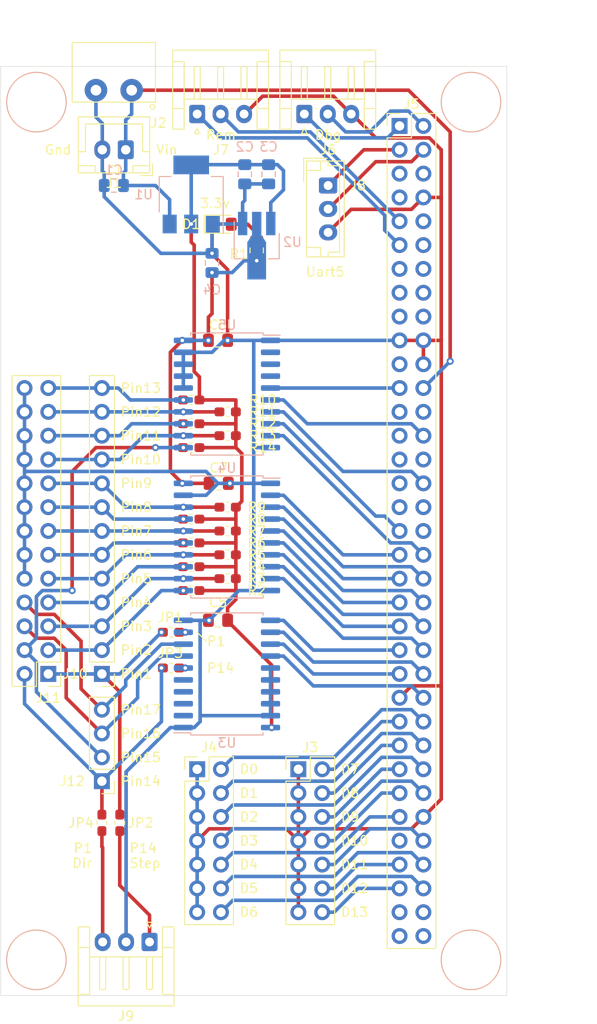
<source format=kicad_pcb>
(kicad_pcb (version 20171130) (host pcbnew "(5.1.5)-3")

  (general
    (thickness 1.6)
    (drawings 51)
    (tracks 466)
    (zones 0)
    (modules 47)
    (nets 64)
  )

  (page A4)
  (layers
    (0 F.Cu signal)
    (31 B.Cu signal)
    (32 B.Adhes user)
    (33 F.Adhes user)
    (34 B.Paste user)
    (35 F.Paste user)
    (36 B.SilkS user)
    (37 F.SilkS user)
    (38 B.Mask user)
    (39 F.Mask user)
    (40 Dwgs.User user)
    (41 Cmts.User user)
    (42 Eco1.User user)
    (43 Eco2.User user)
    (44 Edge.Cuts user)
    (45 Margin user)
    (46 B.CrtYd user)
    (47 F.CrtYd user)
    (48 B.Fab user hide)
    (49 F.Fab user hide)
  )

  (setup
    (last_trace_width 0.381)
    (trace_clearance 0.1524)
    (zone_clearance 0.508)
    (zone_45_only no)
    (trace_min 0.2)
    (via_size 0.762)
    (via_drill 0.381)
    (via_min_size 0.4)
    (via_min_drill 0.3)
    (uvia_size 0.3)
    (uvia_drill 0.1)
    (uvias_allowed no)
    (uvia_min_size 0.2)
    (uvia_min_drill 0.1)
    (edge_width 0.05)
    (segment_width 0.2)
    (pcb_text_width 0.3)
    (pcb_text_size 1.5 1.5)
    (mod_edge_width 0.12)
    (mod_text_size 1 1)
    (mod_text_width 0.15)
    (pad_size 1.524 1.524)
    (pad_drill 0.762)
    (pad_to_mask_clearance 0.051)
    (solder_mask_min_width 0.25)
    (aux_axis_origin 0 0)
    (grid_origin 205.72 170)
    (visible_elements 7FFFFFFF)
    (pcbplotparams
      (layerselection 0x010fc_ffffffff)
      (usegerberextensions false)
      (usegerberattributes false)
      (usegerberadvancedattributes false)
      (creategerberjobfile false)
      (excludeedgelayer true)
      (linewidth 0.100000)
      (plotframeref false)
      (viasonmask false)
      (mode 1)
      (useauxorigin false)
      (hpglpennumber 1)
      (hpglpenspeed 20)
      (hpglpendiameter 15.000000)
      (psnegative false)
      (psa4output false)
      (plotreference true)
      (plotvalue true)
      (plotinvisibletext false)
      (padsonsilk false)
      (subtractmaskfromsilk false)
      (outputformat 1)
      (mirror false)
      (drillshape 0)
      (scaleselection 1)
      (outputdirectory ""))
  )

  (net 0 "")
  (net 1 GND)
  (net 2 /Vin)
  (net 3 +5V)
  (net 4 +3V3)
  (net 5 /LedR)
  (net 6 /Pin13)
  (net 7 /Pin12)
  (net 8 /Pin11)
  (net 9 /Pin10)
  (net 10 /Pin1Buf)
  (net 11 /Pin17Buf)
  (net 12 /Pin16Buf)
  (net 13 /Pin15)
  (net 14 /Pin14Buf)
  (net 15 /Uart3Rx)
  (net 16 /Uart3Tx)
  (net 17 /Uart7Tx)
  (net 18 /Uart7Rx)
  (net 19 /Pin9)
  (net 20 /Pin8)
  (net 21 /Pin7)
  (net 22 /Pin6)
  (net 23 /Pin5)
  (net 24 /Pin4)
  (net 25 /Pin3)
  (net 26 /Pin2)
  (net 27 /Pin15Buf)
  (net 28 /Pin10Buf)
  (net 29 /Pin11Buf)
  (net 30 /Pin12Buf)
  (net 31 /Pin13Buf)
  (net 32 /Pin1)
  (net 33 /Pin14)
  (net 34 /Pin16)
  (net 35 /Pin17)
  (net 36 /Pin2Buf)
  (net 37 /Pin3Buf)
  (net 38 /Pin4Buf)
  (net 39 /Pin5Buf)
  (net 40 /Pin6Buf)
  (net 41 /Pin7Buf)
  (net 42 /Pin8Buf)
  (net 43 /Pin9Buf)
  (net 44 /Pin1Out)
  (net 45 /Pin14Out)
  (net 46 /DbgA12)
  (net 47 /DbgA13)
  (net 48 /DbgA10)
  (net 49 /DbgA11)
  (net 50 /DbgA9)
  (net 51 /DbgA7)
  (net 52 /DbgA8)
  (net 53 /DbgA5)
  (net 54 /DbgA6)
  (net 55 /DbgA3)
  (net 56 /DbgA4)
  (net 57 /DbgA1)
  (net 58 /DbgA2)
  (net 59 /Uart5Rx)
  (net 60 /Uart5Tx)
  (net 61 /DbgA0)
  (net 62 /DirIn)
  (net 63 /StepIn)

  (net_class Default "This is the default net class."
    (clearance 0.1524)
    (trace_width 0.381)
    (via_dia 0.762)
    (via_drill 0.381)
    (uvia_dia 0.3)
    (uvia_drill 0.1)
    (add_net +3V3)
    (add_net +5V)
    (add_net /DbgA0)
    (add_net /DbgA1)
    (add_net /DbgA10)
    (add_net /DbgA11)
    (add_net /DbgA12)
    (add_net /DbgA13)
    (add_net /DbgA2)
    (add_net /DbgA3)
    (add_net /DbgA4)
    (add_net /DbgA5)
    (add_net /DbgA6)
    (add_net /DbgA7)
    (add_net /DbgA8)
    (add_net /DbgA9)
    (add_net /DirIn)
    (add_net /LedR)
    (add_net /Pin1)
    (add_net /Pin10)
    (add_net /Pin10Buf)
    (add_net /Pin11)
    (add_net /Pin11Buf)
    (add_net /Pin12)
    (add_net /Pin12Buf)
    (add_net /Pin13)
    (add_net /Pin13Buf)
    (add_net /Pin14)
    (add_net /Pin14Buf)
    (add_net /Pin14Out)
    (add_net /Pin15)
    (add_net /Pin15Buf)
    (add_net /Pin16)
    (add_net /Pin16Buf)
    (add_net /Pin17)
    (add_net /Pin17Buf)
    (add_net /Pin1Buf)
    (add_net /Pin1Out)
    (add_net /Pin2)
    (add_net /Pin2Buf)
    (add_net /Pin3)
    (add_net /Pin3Buf)
    (add_net /Pin4)
    (add_net /Pin4Buf)
    (add_net /Pin5)
    (add_net /Pin5Buf)
    (add_net /Pin6)
    (add_net /Pin6Buf)
    (add_net /Pin7)
    (add_net /Pin7Buf)
    (add_net /Pin8)
    (add_net /Pin8Buf)
    (add_net /Pin9)
    (add_net /Pin9Buf)
    (add_net /StepIn)
    (add_net /Uart3Rx)
    (add_net /Uart3Tx)
    (add_net /Uart5Rx)
    (add_net /Uart5Tx)
    (add_net /Uart7Rx)
    (add_net /Uart7Tx)
    (add_net /Vin)
    (add_net GND)
  )

  (module Connector_JST:JST_EH_B3B-EH-A_1x03_P2.50mm_Vertical (layer F.Cu) (tedit 5C28142C) (tstamp 5F0AC1BA)
    (at 240.645 83.64 270)
    (descr "JST EH series connector, B3B-EH-A (http://www.jst-mfg.com/product/pdf/eng/eEH.pdf), generated with kicad-footprint-generator")
    (tags "connector JST EH vertical")
    (path /5F91D25D)
    (fp_text reference J8 (at 0 -3.175 180) (layer F.SilkS)
      (effects (font (size 1 1) (thickness 0.15)))
    )
    (fp_text value Conn_01x03 (at 2.5 3.4 90) (layer F.Fab)
      (effects (font (size 1 1) (thickness 0.15)))
    )
    (fp_text user %R (at 2.5 1.5 90) (layer F.Fab)
      (effects (font (size 1 1) (thickness 0.15)))
    )
    (fp_line (start -2.91 2.61) (end -0.41 2.61) (layer F.Fab) (width 0.1))
    (fp_line (start -2.91 0.11) (end -2.91 2.61) (layer F.Fab) (width 0.1))
    (fp_line (start -2.91 2.61) (end -0.41 2.61) (layer F.SilkS) (width 0.12))
    (fp_line (start -2.91 0.11) (end -2.91 2.61) (layer F.SilkS) (width 0.12))
    (fp_line (start 6.61 0.81) (end 6.61 2.31) (layer F.SilkS) (width 0.12))
    (fp_line (start 7.61 0.81) (end 6.61 0.81) (layer F.SilkS) (width 0.12))
    (fp_line (start -1.61 0.81) (end -1.61 2.31) (layer F.SilkS) (width 0.12))
    (fp_line (start -2.61 0.81) (end -1.61 0.81) (layer F.SilkS) (width 0.12))
    (fp_line (start 7.11 0) (end 7.61 0) (layer F.SilkS) (width 0.12))
    (fp_line (start 7.11 -1.21) (end 7.11 0) (layer F.SilkS) (width 0.12))
    (fp_line (start -2.11 -1.21) (end 7.11 -1.21) (layer F.SilkS) (width 0.12))
    (fp_line (start -2.11 0) (end -2.11 -1.21) (layer F.SilkS) (width 0.12))
    (fp_line (start -2.61 0) (end -2.11 0) (layer F.SilkS) (width 0.12))
    (fp_line (start 7.61 -1.71) (end -2.61 -1.71) (layer F.SilkS) (width 0.12))
    (fp_line (start 7.61 2.31) (end 7.61 -1.71) (layer F.SilkS) (width 0.12))
    (fp_line (start -2.61 2.31) (end 7.61 2.31) (layer F.SilkS) (width 0.12))
    (fp_line (start -2.61 -1.71) (end -2.61 2.31) (layer F.SilkS) (width 0.12))
    (fp_line (start 8 -2.1) (end -3 -2.1) (layer F.CrtYd) (width 0.05))
    (fp_line (start 8 2.7) (end 8 -2.1) (layer F.CrtYd) (width 0.05))
    (fp_line (start -3 2.7) (end 8 2.7) (layer F.CrtYd) (width 0.05))
    (fp_line (start -3 -2.1) (end -3 2.7) (layer F.CrtYd) (width 0.05))
    (fp_line (start 7.5 -1.6) (end -2.5 -1.6) (layer F.Fab) (width 0.1))
    (fp_line (start 7.5 2.2) (end 7.5 -1.6) (layer F.Fab) (width 0.1))
    (fp_line (start -2.5 2.2) (end 7.5 2.2) (layer F.Fab) (width 0.1))
    (fp_line (start -2.5 -1.6) (end -2.5 2.2) (layer F.Fab) (width 0.1))
    (pad 3 thru_hole oval (at 5 0 270) (size 1.7 1.95) (drill 0.95) (layers *.Cu *.Mask)
      (net 1 GND))
    (pad 2 thru_hole oval (at 2.5 0 270) (size 1.7 1.95) (drill 0.95) (layers *.Cu *.Mask)
      (net 59 /Uart5Rx))
    (pad 1 thru_hole roundrect (at 0 0 270) (size 1.7 1.95) (drill 0.95) (layers *.Cu *.Mask) (roundrect_rratio 0.147059)
      (net 60 /Uart5Tx))
    (model ${KISYS3DMOD}/Connector_JST.3dshapes/JST_EH_B3B-EH-A_1x03_P2.50mm_Vertical.wrl
      (at (xyz 0 0 0))
      (scale (xyz 1 1 1))
      (rotate (xyz 0 0 0))
    )
  )

  (module Connector_PinHeader_2.54mm:PinHeader_2x07_P2.54mm_Vertical (layer F.Cu) (tedit 59FED5CC) (tstamp 5F0A819F)
    (at 226.675 145.87)
    (descr "Through hole straight pin header, 2x07, 2.54mm pitch, double rows")
    (tags "Through hole pin header THT 2x07 2.54mm double row")
    (path /5F830A34)
    (fp_text reference J4 (at 1.27 -2.33) (layer F.SilkS)
      (effects (font (size 1 1) (thickness 0.15)))
    )
    (fp_text value Conn_02x07_Odd_Even (at 1.27 17.57) (layer F.Fab)
      (effects (font (size 1 1) (thickness 0.15)))
    )
    (fp_text user %R (at 1.27 7.62 90) (layer F.Fab)
      (effects (font (size 1 1) (thickness 0.15)))
    )
    (fp_line (start 4.35 -1.8) (end -1.8 -1.8) (layer F.CrtYd) (width 0.05))
    (fp_line (start 4.35 17.05) (end 4.35 -1.8) (layer F.CrtYd) (width 0.05))
    (fp_line (start -1.8 17.05) (end 4.35 17.05) (layer F.CrtYd) (width 0.05))
    (fp_line (start -1.8 -1.8) (end -1.8 17.05) (layer F.CrtYd) (width 0.05))
    (fp_line (start -1.33 -1.33) (end 0 -1.33) (layer F.SilkS) (width 0.12))
    (fp_line (start -1.33 0) (end -1.33 -1.33) (layer F.SilkS) (width 0.12))
    (fp_line (start 1.27 -1.33) (end 3.87 -1.33) (layer F.SilkS) (width 0.12))
    (fp_line (start 1.27 1.27) (end 1.27 -1.33) (layer F.SilkS) (width 0.12))
    (fp_line (start -1.33 1.27) (end 1.27 1.27) (layer F.SilkS) (width 0.12))
    (fp_line (start 3.87 -1.33) (end 3.87 16.57) (layer F.SilkS) (width 0.12))
    (fp_line (start -1.33 1.27) (end -1.33 16.57) (layer F.SilkS) (width 0.12))
    (fp_line (start -1.33 16.57) (end 3.87 16.57) (layer F.SilkS) (width 0.12))
    (fp_line (start -1.27 0) (end 0 -1.27) (layer F.Fab) (width 0.1))
    (fp_line (start -1.27 16.51) (end -1.27 0) (layer F.Fab) (width 0.1))
    (fp_line (start 3.81 16.51) (end -1.27 16.51) (layer F.Fab) (width 0.1))
    (fp_line (start 3.81 -1.27) (end 3.81 16.51) (layer F.Fab) (width 0.1))
    (fp_line (start 0 -1.27) (end 3.81 -1.27) (layer F.Fab) (width 0.1))
    (pad 14 thru_hole oval (at 2.54 15.24) (size 1.7 1.7) (drill 1) (layers *.Cu *.Mask)
      (net 54 /DbgA6))
    (pad 13 thru_hole oval (at 0 15.24) (size 1.7 1.7) (drill 1) (layers *.Cu *.Mask)
      (net 1 GND))
    (pad 12 thru_hole oval (at 2.54 12.7) (size 1.7 1.7) (drill 1) (layers *.Cu *.Mask)
      (net 53 /DbgA5))
    (pad 11 thru_hole oval (at 0 12.7) (size 1.7 1.7) (drill 1) (layers *.Cu *.Mask)
      (net 1 GND))
    (pad 10 thru_hole oval (at 2.54 10.16) (size 1.7 1.7) (drill 1) (layers *.Cu *.Mask)
      (net 56 /DbgA4))
    (pad 9 thru_hole oval (at 0 10.16) (size 1.7 1.7) (drill 1) (layers *.Cu *.Mask)
      (net 1 GND))
    (pad 8 thru_hole oval (at 2.54 7.62) (size 1.7 1.7) (drill 1) (layers *.Cu *.Mask)
      (net 55 /DbgA3))
    (pad 7 thru_hole oval (at 0 7.62) (size 1.7 1.7) (drill 1) (layers *.Cu *.Mask)
      (net 1 GND))
    (pad 6 thru_hole oval (at 2.54 5.08) (size 1.7 1.7) (drill 1) (layers *.Cu *.Mask)
      (net 58 /DbgA2))
    (pad 5 thru_hole oval (at 0 5.08) (size 1.7 1.7) (drill 1) (layers *.Cu *.Mask)
      (net 1 GND))
    (pad 4 thru_hole oval (at 2.54 2.54) (size 1.7 1.7) (drill 1) (layers *.Cu *.Mask)
      (net 57 /DbgA1))
    (pad 3 thru_hole oval (at 0 2.54) (size 1.7 1.7) (drill 1) (layers *.Cu *.Mask)
      (net 1 GND))
    (pad 2 thru_hole oval (at 2.54 0) (size 1.7 1.7) (drill 1) (layers *.Cu *.Mask)
      (net 61 /DbgA0))
    (pad 1 thru_hole rect (at 0 0) (size 1.7 1.7) (drill 1) (layers *.Cu *.Mask)
      (net 1 GND))
    (model ${KISYS3DMOD}/Connector_PinHeader_2.54mm.3dshapes/PinHeader_2x07_P2.54mm_Vertical.wrl
      (at (xyz 0 0 0))
      (scale (xyz 1 1 1))
      (rotate (xyz 0 0 0))
    )
  )

  (module Connector_PinHeader_2.54mm:PinHeader_2x07_P2.54mm_Vertical (layer F.Cu) (tedit 59FED5CC) (tstamp 5F0A817B)
    (at 237.47 145.87)
    (descr "Through hole straight pin header, 2x07, 2.54mm pitch, double rows")
    (tags "Through hole pin header THT 2x07 2.54mm double row")
    (path /5F82EDD1)
    (fp_text reference J3 (at 1.27 -2.33) (layer F.SilkS)
      (effects (font (size 1 1) (thickness 0.15)))
    )
    (fp_text value Conn_02x07_Odd_Even (at 1.27 17.57) (layer F.Fab)
      (effects (font (size 1 1) (thickness 0.15)))
    )
    (fp_text user %R (at 1.27 7.62 90) (layer F.Fab)
      (effects (font (size 1 1) (thickness 0.15)))
    )
    (fp_line (start 4.35 -1.8) (end -1.8 -1.8) (layer F.CrtYd) (width 0.05))
    (fp_line (start 4.35 17.05) (end 4.35 -1.8) (layer F.CrtYd) (width 0.05))
    (fp_line (start -1.8 17.05) (end 4.35 17.05) (layer F.CrtYd) (width 0.05))
    (fp_line (start -1.8 -1.8) (end -1.8 17.05) (layer F.CrtYd) (width 0.05))
    (fp_line (start -1.33 -1.33) (end 0 -1.33) (layer F.SilkS) (width 0.12))
    (fp_line (start -1.33 0) (end -1.33 -1.33) (layer F.SilkS) (width 0.12))
    (fp_line (start 1.27 -1.33) (end 3.87 -1.33) (layer F.SilkS) (width 0.12))
    (fp_line (start 1.27 1.27) (end 1.27 -1.33) (layer F.SilkS) (width 0.12))
    (fp_line (start -1.33 1.27) (end 1.27 1.27) (layer F.SilkS) (width 0.12))
    (fp_line (start 3.87 -1.33) (end 3.87 16.57) (layer F.SilkS) (width 0.12))
    (fp_line (start -1.33 1.27) (end -1.33 16.57) (layer F.SilkS) (width 0.12))
    (fp_line (start -1.33 16.57) (end 3.87 16.57) (layer F.SilkS) (width 0.12))
    (fp_line (start -1.27 0) (end 0 -1.27) (layer F.Fab) (width 0.1))
    (fp_line (start -1.27 16.51) (end -1.27 0) (layer F.Fab) (width 0.1))
    (fp_line (start 3.81 16.51) (end -1.27 16.51) (layer F.Fab) (width 0.1))
    (fp_line (start 3.81 -1.27) (end 3.81 16.51) (layer F.Fab) (width 0.1))
    (fp_line (start 0 -1.27) (end 3.81 -1.27) (layer F.Fab) (width 0.1))
    (pad 14 thru_hole oval (at 2.54 15.24) (size 1.7 1.7) (drill 1) (layers *.Cu *.Mask)
      (net 47 /DbgA13))
    (pad 13 thru_hole oval (at 0 15.24) (size 1.7 1.7) (drill 1) (layers *.Cu *.Mask)
      (net 1 GND))
    (pad 12 thru_hole oval (at 2.54 12.7) (size 1.7 1.7) (drill 1) (layers *.Cu *.Mask)
      (net 46 /DbgA12))
    (pad 11 thru_hole oval (at 0 12.7) (size 1.7 1.7) (drill 1) (layers *.Cu *.Mask)
      (net 1 GND))
    (pad 10 thru_hole oval (at 2.54 10.16) (size 1.7 1.7) (drill 1) (layers *.Cu *.Mask)
      (net 49 /DbgA11))
    (pad 9 thru_hole oval (at 0 10.16) (size 1.7 1.7) (drill 1) (layers *.Cu *.Mask)
      (net 1 GND))
    (pad 8 thru_hole oval (at 2.54 7.62) (size 1.7 1.7) (drill 1) (layers *.Cu *.Mask)
      (net 48 /DbgA10))
    (pad 7 thru_hole oval (at 0 7.62) (size 1.7 1.7) (drill 1) (layers *.Cu *.Mask)
      (net 1 GND))
    (pad 6 thru_hole oval (at 2.54 5.08) (size 1.7 1.7) (drill 1) (layers *.Cu *.Mask)
      (net 50 /DbgA9))
    (pad 5 thru_hole oval (at 0 5.08) (size 1.7 1.7) (drill 1) (layers *.Cu *.Mask)
      (net 1 GND))
    (pad 4 thru_hole oval (at 2.54 2.54) (size 1.7 1.7) (drill 1) (layers *.Cu *.Mask)
      (net 52 /DbgA8))
    (pad 3 thru_hole oval (at 0 2.54) (size 1.7 1.7) (drill 1) (layers *.Cu *.Mask)
      (net 1 GND))
    (pad 2 thru_hole oval (at 2.54 0) (size 1.7 1.7) (drill 1) (layers *.Cu *.Mask)
      (net 51 /DbgA7))
    (pad 1 thru_hole rect (at 0 0) (size 1.7 1.7) (drill 1) (layers *.Cu *.Mask)
      (net 1 GND))
    (model ${KISYS3DMOD}/Connector_PinHeader_2.54mm.3dshapes/PinHeader_2x07_P2.54mm_Vertical.wrl
      (at (xyz 0 0 0))
      (scale (xyz 1 1 1))
      (rotate (xyz 0 0 0))
    )
  )

  (module Capacitor_SMD:C_0805_2012Metric_Pad1.15x1.40mm_HandSolder (layer F.Cu) (tedit 5B36C52B) (tstamp 5F093332)
    (at 228.97 115.39)
    (descr "Capacitor SMD 0805 (2012 Metric), square (rectangular) end terminal, IPC_7351 nominal with elongated pad for handsoldering. (Body size source: https://docs.google.com/spreadsheets/d/1BsfQQcO9C6DZCsRaXUlFlo91Tg2WpOkGARC1WS5S8t0/edit?usp=sharing), generated with kicad-footprint-generator")
    (tags "capacitor handsolder")
    (path /5F2982A3)
    (attr smd)
    (fp_text reference C7 (at 0 -1.65) (layer F.SilkS)
      (effects (font (size 1 1) (thickness 0.15)))
    )
    (fp_text value .1uf (at 0 1.65) (layer F.Fab)
      (effects (font (size 1 1) (thickness 0.15)))
    )
    (fp_text user %R (at 0 0) (layer F.Fab)
      (effects (font (size 0.5 0.5) (thickness 0.08)))
    )
    (fp_line (start 1.85 0.95) (end -1.85 0.95) (layer F.CrtYd) (width 0.05))
    (fp_line (start 1.85 -0.95) (end 1.85 0.95) (layer F.CrtYd) (width 0.05))
    (fp_line (start -1.85 -0.95) (end 1.85 -0.95) (layer F.CrtYd) (width 0.05))
    (fp_line (start -1.85 0.95) (end -1.85 -0.95) (layer F.CrtYd) (width 0.05))
    (fp_line (start -0.261252 0.71) (end 0.261252 0.71) (layer F.SilkS) (width 0.12))
    (fp_line (start -0.261252 -0.71) (end 0.261252 -0.71) (layer F.SilkS) (width 0.12))
    (fp_line (start 1 0.6) (end -1 0.6) (layer F.Fab) (width 0.1))
    (fp_line (start 1 -0.6) (end 1 0.6) (layer F.Fab) (width 0.1))
    (fp_line (start -1 -0.6) (end 1 -0.6) (layer F.Fab) (width 0.1))
    (fp_line (start -1 0.6) (end -1 -0.6) (layer F.Fab) (width 0.1))
    (pad 2 smd roundrect (at 1.025 0) (size 1.15 1.4) (layers F.Cu F.Paste F.Mask) (roundrect_rratio 0.217391)
      (net 1 GND))
    (pad 1 smd roundrect (at -1.025 0) (size 1.15 1.4) (layers F.Cu F.Paste F.Mask) (roundrect_rratio 0.217391)
      (net 4 +3V3))
    (model ${KISYS3DMOD}/Capacitor_SMD.3dshapes/C_0805_2012Metric.wrl
      (at (xyz 0 0 0))
      (scale (xyz 1 1 1))
      (rotate (xyz 0 0 0))
    )
  )

  (module Resistor_SMD:R_0603_1608Metric_Pad1.05x0.95mm_HandSolder (layer F.Cu) (tedit 5B301BBD) (tstamp 5F08A9E2)
    (at 216.515 151.585 90)
    (descr "Resistor SMD 0603 (1608 Metric), square (rectangular) end terminal, IPC_7351 nominal with elongated pad for handsoldering. (Body size source: http://www.tortai-tech.com/upload/download/2011102023233369053.pdf), generated with kicad-footprint-generator")
    (tags "resistor handsolder")
    (path /5F0EB6DC)
    (attr smd)
    (fp_text reference JP4 (at 0 -2.2225) (layer F.SilkS)
      (effects (font (size 1 1) (thickness 0.15)))
    )
    (fp_text value Jumper_NO_Small (at 0 1.43 270) (layer F.Fab)
      (effects (font (size 1 1) (thickness 0.15)))
    )
    (fp_text user %R (at 0 0 270) (layer F.Fab)
      (effects (font (size 0.4 0.4) (thickness 0.06)))
    )
    (fp_line (start 1.65 0.73) (end -1.65 0.73) (layer F.CrtYd) (width 0.05))
    (fp_line (start 1.65 -0.73) (end 1.65 0.73) (layer F.CrtYd) (width 0.05))
    (fp_line (start -1.65 -0.73) (end 1.65 -0.73) (layer F.CrtYd) (width 0.05))
    (fp_line (start -1.65 0.73) (end -1.65 -0.73) (layer F.CrtYd) (width 0.05))
    (fp_line (start -0.171267 0.51) (end 0.171267 0.51) (layer F.SilkS) (width 0.12))
    (fp_line (start -0.171267 -0.51) (end 0.171267 -0.51) (layer F.SilkS) (width 0.12))
    (fp_line (start 0.8 0.4) (end -0.8 0.4) (layer F.Fab) (width 0.1))
    (fp_line (start 0.8 -0.4) (end 0.8 0.4) (layer F.Fab) (width 0.1))
    (fp_line (start -0.8 -0.4) (end 0.8 -0.4) (layer F.Fab) (width 0.1))
    (fp_line (start -0.8 0.4) (end -0.8 -0.4) (layer F.Fab) (width 0.1))
    (pad 2 smd roundrect (at 0.875 0 90) (size 1.05 0.95) (layers F.Cu F.Paste F.Mask) (roundrect_rratio 0.25)
      (net 45 /Pin14Out))
    (pad 1 smd roundrect (at -0.875 0 90) (size 1.05 0.95) (layers F.Cu F.Paste F.Mask) (roundrect_rratio 0.25)
      (net 62 /DirIn))
    (model ${KISYS3DMOD}/Resistor_SMD.3dshapes/R_0603_1608Metric.wrl
      (at (xyz 0 0 0))
      (scale (xyz 1 1 1))
      (rotate (xyz 0 0 0))
    )
  )

  (module Resistor_SMD:R_0603_1608Metric_Pad1.05x0.95mm_HandSolder (layer F.Cu) (tedit 5B301BBD) (tstamp 5F08A9D1)
    (at 223.895 135.075 180)
    (descr "Resistor SMD 0603 (1608 Metric), square (rectangular) end terminal, IPC_7351 nominal with elongated pad for handsoldering. (Body size source: http://www.tortai-tech.com/upload/download/2011102023233369053.pdf), generated with kicad-footprint-generator")
    (tags "resistor handsolder")
    (path /5F0EAE0D)
    (attr smd)
    (fp_text reference JP3 (at 0.0775 1.5875) (layer F.SilkS)
      (effects (font (size 1 1) (thickness 0.15)))
    )
    (fp_text value Jumper_NO_Small (at 0 1.43) (layer F.Fab)
      (effects (font (size 1 1) (thickness 0.15)))
    )
    (fp_text user %R (at 0 0) (layer F.Fab)
      (effects (font (size 0.4 0.4) (thickness 0.06)))
    )
    (fp_line (start 1.65 0.73) (end -1.65 0.73) (layer F.CrtYd) (width 0.05))
    (fp_line (start 1.65 -0.73) (end 1.65 0.73) (layer F.CrtYd) (width 0.05))
    (fp_line (start -1.65 -0.73) (end 1.65 -0.73) (layer F.CrtYd) (width 0.05))
    (fp_line (start -1.65 0.73) (end -1.65 -0.73) (layer F.CrtYd) (width 0.05))
    (fp_line (start -0.171267 0.51) (end 0.171267 0.51) (layer F.SilkS) (width 0.12))
    (fp_line (start -0.171267 -0.51) (end 0.171267 -0.51) (layer F.SilkS) (width 0.12))
    (fp_line (start 0.8 0.4) (end -0.8 0.4) (layer F.Fab) (width 0.1))
    (fp_line (start 0.8 -0.4) (end 0.8 0.4) (layer F.Fab) (width 0.1))
    (fp_line (start -0.8 -0.4) (end 0.8 -0.4) (layer F.Fab) (width 0.1))
    (fp_line (start -0.8 0.4) (end -0.8 -0.4) (layer F.Fab) (width 0.1))
    (pad 2 smd roundrect (at 0.875 0 180) (size 1.05 0.95) (layers F.Cu F.Paste F.Mask) (roundrect_rratio 0.25)
      (net 45 /Pin14Out))
    (pad 1 smd roundrect (at -0.875 0 180) (size 1.05 0.95) (layers F.Cu F.Paste F.Mask) (roundrect_rratio 0.25)
      (net 14 /Pin14Buf))
    (model ${KISYS3DMOD}/Resistor_SMD.3dshapes/R_0603_1608Metric.wrl
      (at (xyz 0 0 0))
      (scale (xyz 1 1 1))
      (rotate (xyz 0 0 0))
    )
  )

  (module Resistor_SMD:R_0603_1608Metric_Pad1.05x0.95mm_HandSolder (layer F.Cu) (tedit 5B301BBD) (tstamp 5F08A9C0)
    (at 218.42 151.585 90)
    (descr "Resistor SMD 0603 (1608 Metric), square (rectangular) end terminal, IPC_7351 nominal with elongated pad for handsoldering. (Body size source: http://www.tortai-tech.com/upload/download/2011102023233369053.pdf), generated with kicad-footprint-generator")
    (tags "resistor handsolder")
    (path /5F1796F6)
    (attr smd)
    (fp_text reference JP2 (at 0 2.2225) (layer F.SilkS)
      (effects (font (size 1 1) (thickness 0.15)))
    )
    (fp_text value Jumper_NO_Small (at 0 1.43 270) (layer F.Fab)
      (effects (font (size 1 1) (thickness 0.15)))
    )
    (fp_text user %R (at 0 0 270) (layer F.Fab)
      (effects (font (size 0.4 0.4) (thickness 0.06)))
    )
    (fp_line (start 1.65 0.73) (end -1.65 0.73) (layer F.CrtYd) (width 0.05))
    (fp_line (start 1.65 -0.73) (end 1.65 0.73) (layer F.CrtYd) (width 0.05))
    (fp_line (start -1.65 -0.73) (end 1.65 -0.73) (layer F.CrtYd) (width 0.05))
    (fp_line (start -1.65 0.73) (end -1.65 -0.73) (layer F.CrtYd) (width 0.05))
    (fp_line (start -0.171267 0.51) (end 0.171267 0.51) (layer F.SilkS) (width 0.12))
    (fp_line (start -0.171267 -0.51) (end 0.171267 -0.51) (layer F.SilkS) (width 0.12))
    (fp_line (start 0.8 0.4) (end -0.8 0.4) (layer F.Fab) (width 0.1))
    (fp_line (start 0.8 -0.4) (end 0.8 0.4) (layer F.Fab) (width 0.1))
    (fp_line (start -0.8 -0.4) (end 0.8 -0.4) (layer F.Fab) (width 0.1))
    (fp_line (start -0.8 0.4) (end -0.8 -0.4) (layer F.Fab) (width 0.1))
    (pad 2 smd roundrect (at 0.875 0 90) (size 1.05 0.95) (layers F.Cu F.Paste F.Mask) (roundrect_rratio 0.25)
      (net 44 /Pin1Out))
    (pad 1 smd roundrect (at -0.875 0 90) (size 1.05 0.95) (layers F.Cu F.Paste F.Mask) (roundrect_rratio 0.25)
      (net 63 /StepIn))
    (model ${KISYS3DMOD}/Resistor_SMD.3dshapes/R_0603_1608Metric.wrl
      (at (xyz 0 0 0))
      (scale (xyz 1 1 1))
      (rotate (xyz 0 0 0))
    )
  )

  (module Resistor_SMD:R_0603_1608Metric_Pad1.05x0.95mm_HandSolder (layer F.Cu) (tedit 5B301BBD) (tstamp 5F08A9AF)
    (at 223.895 131.265 180)
    (descr "Resistor SMD 0603 (1608 Metric), square (rectangular) end terminal, IPC_7351 nominal with elongated pad for handsoldering. (Body size source: http://www.tortai-tech.com/upload/download/2011102023233369053.pdf), generated with kicad-footprint-generator")
    (tags "resistor handsolder")
    (path /5F1796F0)
    (attr smd)
    (fp_text reference JP1 (at 0.0775 1.5875) (layer F.SilkS)
      (effects (font (size 1 1) (thickness 0.15)))
    )
    (fp_text value Jumper_NO_Small (at 0 1.43) (layer F.Fab)
      (effects (font (size 1 1) (thickness 0.15)))
    )
    (fp_text user %R (at 0 0) (layer F.Fab)
      (effects (font (size 0.4 0.4) (thickness 0.06)))
    )
    (fp_line (start 1.65 0.73) (end -1.65 0.73) (layer F.CrtYd) (width 0.05))
    (fp_line (start 1.65 -0.73) (end 1.65 0.73) (layer F.CrtYd) (width 0.05))
    (fp_line (start -1.65 -0.73) (end 1.65 -0.73) (layer F.CrtYd) (width 0.05))
    (fp_line (start -1.65 0.73) (end -1.65 -0.73) (layer F.CrtYd) (width 0.05))
    (fp_line (start -0.171267 0.51) (end 0.171267 0.51) (layer F.SilkS) (width 0.12))
    (fp_line (start -0.171267 -0.51) (end 0.171267 -0.51) (layer F.SilkS) (width 0.12))
    (fp_line (start 0.8 0.4) (end -0.8 0.4) (layer F.Fab) (width 0.1))
    (fp_line (start 0.8 -0.4) (end 0.8 0.4) (layer F.Fab) (width 0.1))
    (fp_line (start -0.8 -0.4) (end 0.8 -0.4) (layer F.Fab) (width 0.1))
    (fp_line (start -0.8 0.4) (end -0.8 -0.4) (layer F.Fab) (width 0.1))
    (pad 2 smd roundrect (at 0.875 0 180) (size 1.05 0.95) (layers F.Cu F.Paste F.Mask) (roundrect_rratio 0.25)
      (net 44 /Pin1Out))
    (pad 1 smd roundrect (at -0.875 0 180) (size 1.05 0.95) (layers F.Cu F.Paste F.Mask) (roundrect_rratio 0.25)
      (net 10 /Pin1Buf))
    (model ${KISYS3DMOD}/Resistor_SMD.3dshapes/R_0603_1608Metric.wrl
      (at (xyz 0 0 0))
      (scale (xyz 1 1 1))
      (rotate (xyz 0 0 0))
    )
  )

  (module Resistor_SMD:R_0603_1608Metric_Pad1.05x0.95mm_HandSolder (layer F.Cu) (tedit 5B301BBD) (tstamp 5F06EA2F)
    (at 226.04 111.58 180)
    (descr "Resistor SMD 0603 (1608 Metric), square (rectangular) end terminal, IPC_7351 nominal with elongated pad for handsoldering. (Body size source: http://www.tortai-tech.com/upload/download/2011102023233369053.pdf), generated with kicad-footprint-generator")
    (tags "resistor handsolder")
    (path /5FB185DE)
    (attr smd)
    (fp_text reference R14 (at -7.62 0) (layer F.SilkS)
      (effects (font (size 1 1) (thickness 0.15)))
    )
    (fp_text value 10k (at 0 1.43) (layer F.Fab)
      (effects (font (size 1 1) (thickness 0.15)))
    )
    (fp_text user %R (at 0 0) (layer F.Fab)
      (effects (font (size 0.4 0.4) (thickness 0.06)))
    )
    (fp_line (start 1.65 0.73) (end -1.65 0.73) (layer F.CrtYd) (width 0.05))
    (fp_line (start 1.65 -0.73) (end 1.65 0.73) (layer F.CrtYd) (width 0.05))
    (fp_line (start -1.65 -0.73) (end 1.65 -0.73) (layer F.CrtYd) (width 0.05))
    (fp_line (start -1.65 0.73) (end -1.65 -0.73) (layer F.CrtYd) (width 0.05))
    (fp_line (start -0.171267 0.51) (end 0.171267 0.51) (layer F.SilkS) (width 0.12))
    (fp_line (start -0.171267 -0.51) (end 0.171267 -0.51) (layer F.SilkS) (width 0.12))
    (fp_line (start 0.8 0.4) (end -0.8 0.4) (layer F.Fab) (width 0.1))
    (fp_line (start 0.8 -0.4) (end 0.8 0.4) (layer F.Fab) (width 0.1))
    (fp_line (start -0.8 -0.4) (end 0.8 -0.4) (layer F.Fab) (width 0.1))
    (fp_line (start -0.8 0.4) (end -0.8 -0.4) (layer F.Fab) (width 0.1))
    (pad 2 smd roundrect (at 0.875 0 180) (size 1.05 0.95) (layers F.Cu F.Paste F.Mask) (roundrect_rratio 0.25)
      (net 13 /Pin15))
    (pad 1 smd roundrect (at -0.875 0 180) (size 1.05 0.95) (layers F.Cu F.Paste F.Mask) (roundrect_rratio 0.25)
      (net 3 +5V))
    (model ${KISYS3DMOD}/Resistor_SMD.3dshapes/R_0603_1608Metric.wrl
      (at (xyz 0 0 0))
      (scale (xyz 1 1 1))
      (rotate (xyz 0 0 0))
    )
  )

  (module Resistor_SMD:R_0603_1608Metric_Pad1.05x0.95mm_HandSolder (layer F.Cu) (tedit 5B301BBD) (tstamp 5F06EA1E)
    (at 229.9275 110.31 180)
    (descr "Resistor SMD 0603 (1608 Metric), square (rectangular) end terminal, IPC_7351 nominal with elongated pad for handsoldering. (Body size source: http://www.tortai-tech.com/upload/download/2011102023233369053.pdf), generated with kicad-footprint-generator")
    (tags "resistor handsolder")
    (path /5FB185E6)
    (attr smd)
    (fp_text reference R13 (at -3.7325 0) (layer F.SilkS)
      (effects (font (size 1 1) (thickness 0.15)))
    )
    (fp_text value 10k (at 0 1.43) (layer F.Fab)
      (effects (font (size 1 1) (thickness 0.15)))
    )
    (fp_text user %R (at 0 0) (layer F.Fab)
      (effects (font (size 0.4 0.4) (thickness 0.06)))
    )
    (fp_line (start 1.65 0.73) (end -1.65 0.73) (layer F.CrtYd) (width 0.05))
    (fp_line (start 1.65 -0.73) (end 1.65 0.73) (layer F.CrtYd) (width 0.05))
    (fp_line (start -1.65 -0.73) (end 1.65 -0.73) (layer F.CrtYd) (width 0.05))
    (fp_line (start -1.65 0.73) (end -1.65 -0.73) (layer F.CrtYd) (width 0.05))
    (fp_line (start -0.171267 0.51) (end 0.171267 0.51) (layer F.SilkS) (width 0.12))
    (fp_line (start -0.171267 -0.51) (end 0.171267 -0.51) (layer F.SilkS) (width 0.12))
    (fp_line (start 0.8 0.4) (end -0.8 0.4) (layer F.Fab) (width 0.1))
    (fp_line (start 0.8 -0.4) (end 0.8 0.4) (layer F.Fab) (width 0.1))
    (fp_line (start -0.8 -0.4) (end 0.8 -0.4) (layer F.Fab) (width 0.1))
    (fp_line (start -0.8 0.4) (end -0.8 -0.4) (layer F.Fab) (width 0.1))
    (pad 2 smd roundrect (at 0.875 0 180) (size 1.05 0.95) (layers F.Cu F.Paste F.Mask) (roundrect_rratio 0.25)
      (net 9 /Pin10))
    (pad 1 smd roundrect (at -0.875 0 180) (size 1.05 0.95) (layers F.Cu F.Paste F.Mask) (roundrect_rratio 0.25)
      (net 3 +5V))
    (model ${KISYS3DMOD}/Resistor_SMD.3dshapes/R_0603_1608Metric.wrl
      (at (xyz 0 0 0))
      (scale (xyz 1 1 1))
      (rotate (xyz 0 0 0))
    )
  )

  (module Resistor_SMD:R_0603_1608Metric_Pad1.05x0.95mm_HandSolder (layer F.Cu) (tedit 5B301BBD) (tstamp 5F06EA0D)
    (at 226.04 109.04 180)
    (descr "Resistor SMD 0603 (1608 Metric), square (rectangular) end terminal, IPC_7351 nominal with elongated pad for handsoldering. (Body size source: http://www.tortai-tech.com/upload/download/2011102023233369053.pdf), generated with kicad-footprint-generator")
    (tags "resistor handsolder")
    (path /5FB185C6)
    (attr smd)
    (fp_text reference R12 (at -7.62 0) (layer F.SilkS)
      (effects (font (size 1 1) (thickness 0.15)))
    )
    (fp_text value 10k (at 0 1.43) (layer F.Fab)
      (effects (font (size 1 1) (thickness 0.15)))
    )
    (fp_text user %R (at 0 0) (layer F.Fab)
      (effects (font (size 0.4 0.4) (thickness 0.06)))
    )
    (fp_line (start 1.65 0.73) (end -1.65 0.73) (layer F.CrtYd) (width 0.05))
    (fp_line (start 1.65 -0.73) (end 1.65 0.73) (layer F.CrtYd) (width 0.05))
    (fp_line (start -1.65 -0.73) (end 1.65 -0.73) (layer F.CrtYd) (width 0.05))
    (fp_line (start -1.65 0.73) (end -1.65 -0.73) (layer F.CrtYd) (width 0.05))
    (fp_line (start -0.171267 0.51) (end 0.171267 0.51) (layer F.SilkS) (width 0.12))
    (fp_line (start -0.171267 -0.51) (end 0.171267 -0.51) (layer F.SilkS) (width 0.12))
    (fp_line (start 0.8 0.4) (end -0.8 0.4) (layer F.Fab) (width 0.1))
    (fp_line (start 0.8 -0.4) (end 0.8 0.4) (layer F.Fab) (width 0.1))
    (fp_line (start -0.8 -0.4) (end 0.8 -0.4) (layer F.Fab) (width 0.1))
    (fp_line (start -0.8 0.4) (end -0.8 -0.4) (layer F.Fab) (width 0.1))
    (pad 2 smd roundrect (at 0.875 0 180) (size 1.05 0.95) (layers F.Cu F.Paste F.Mask) (roundrect_rratio 0.25)
      (net 8 /Pin11))
    (pad 1 smd roundrect (at -0.875 0 180) (size 1.05 0.95) (layers F.Cu F.Paste F.Mask) (roundrect_rratio 0.25)
      (net 3 +5V))
    (model ${KISYS3DMOD}/Resistor_SMD.3dshapes/R_0603_1608Metric.wrl
      (at (xyz 0 0 0))
      (scale (xyz 1 1 1))
      (rotate (xyz 0 0 0))
    )
  )

  (module Resistor_SMD:R_0603_1608Metric_Pad1.05x0.95mm_HandSolder (layer F.Cu) (tedit 5B301BBD) (tstamp 5F06E9FC)
    (at 229.9275 107.77 180)
    (descr "Resistor SMD 0603 (1608 Metric), square (rectangular) end terminal, IPC_7351 nominal with elongated pad for handsoldering. (Body size source: http://www.tortai-tech.com/upload/download/2011102023233369053.pdf), generated with kicad-footprint-generator")
    (tags "resistor handsolder")
    (path /5FB185D4)
    (attr smd)
    (fp_text reference R11 (at -3.7325 0) (layer F.SilkS)
      (effects (font (size 1 1) (thickness 0.15)))
    )
    (fp_text value 10k (at 0 1.43) (layer F.Fab)
      (effects (font (size 1 1) (thickness 0.15)))
    )
    (fp_text user %R (at 0 0) (layer F.Fab)
      (effects (font (size 0.4 0.4) (thickness 0.06)))
    )
    (fp_line (start 1.65 0.73) (end -1.65 0.73) (layer F.CrtYd) (width 0.05))
    (fp_line (start 1.65 -0.73) (end 1.65 0.73) (layer F.CrtYd) (width 0.05))
    (fp_line (start -1.65 -0.73) (end 1.65 -0.73) (layer F.CrtYd) (width 0.05))
    (fp_line (start -1.65 0.73) (end -1.65 -0.73) (layer F.CrtYd) (width 0.05))
    (fp_line (start -0.171267 0.51) (end 0.171267 0.51) (layer F.SilkS) (width 0.12))
    (fp_line (start -0.171267 -0.51) (end 0.171267 -0.51) (layer F.SilkS) (width 0.12))
    (fp_line (start 0.8 0.4) (end -0.8 0.4) (layer F.Fab) (width 0.1))
    (fp_line (start 0.8 -0.4) (end 0.8 0.4) (layer F.Fab) (width 0.1))
    (fp_line (start -0.8 -0.4) (end 0.8 -0.4) (layer F.Fab) (width 0.1))
    (fp_line (start -0.8 0.4) (end -0.8 -0.4) (layer F.Fab) (width 0.1))
    (pad 2 smd roundrect (at 0.875 0 180) (size 1.05 0.95) (layers F.Cu F.Paste F.Mask) (roundrect_rratio 0.25)
      (net 7 /Pin12))
    (pad 1 smd roundrect (at -0.875 0 180) (size 1.05 0.95) (layers F.Cu F.Paste F.Mask) (roundrect_rratio 0.25)
      (net 3 +5V))
    (model ${KISYS3DMOD}/Resistor_SMD.3dshapes/R_0603_1608Metric.wrl
      (at (xyz 0 0 0))
      (scale (xyz 1 1 1))
      (rotate (xyz 0 0 0))
    )
  )

  (module Resistor_SMD:R_0603_1608Metric_Pad1.05x0.95mm_HandSolder (layer F.Cu) (tedit 5B301BBD) (tstamp 5F06E9EB)
    (at 226.04 106.5 180)
    (descr "Resistor SMD 0603 (1608 Metric), square (rectangular) end terminal, IPC_7351 nominal with elongated pad for handsoldering. (Body size source: http://www.tortai-tech.com/upload/download/2011102023233369053.pdf), generated with kicad-footprint-generator")
    (tags "resistor handsolder")
    (path /5FB185EE)
    (attr smd)
    (fp_text reference R10 (at -7.62 0) (layer F.SilkS)
      (effects (font (size 1 1) (thickness 0.15)))
    )
    (fp_text value 10k (at 0 1.43) (layer F.Fab)
      (effects (font (size 1 1) (thickness 0.15)))
    )
    (fp_text user %R (at 0 0) (layer F.Fab)
      (effects (font (size 0.4 0.4) (thickness 0.06)))
    )
    (fp_line (start 1.65 0.73) (end -1.65 0.73) (layer F.CrtYd) (width 0.05))
    (fp_line (start 1.65 -0.73) (end 1.65 0.73) (layer F.CrtYd) (width 0.05))
    (fp_line (start -1.65 -0.73) (end 1.65 -0.73) (layer F.CrtYd) (width 0.05))
    (fp_line (start -1.65 0.73) (end -1.65 -0.73) (layer F.CrtYd) (width 0.05))
    (fp_line (start -0.171267 0.51) (end 0.171267 0.51) (layer F.SilkS) (width 0.12))
    (fp_line (start -0.171267 -0.51) (end 0.171267 -0.51) (layer F.SilkS) (width 0.12))
    (fp_line (start 0.8 0.4) (end -0.8 0.4) (layer F.Fab) (width 0.1))
    (fp_line (start 0.8 -0.4) (end 0.8 0.4) (layer F.Fab) (width 0.1))
    (fp_line (start -0.8 -0.4) (end 0.8 -0.4) (layer F.Fab) (width 0.1))
    (fp_line (start -0.8 0.4) (end -0.8 -0.4) (layer F.Fab) (width 0.1))
    (pad 2 smd roundrect (at 0.875 0 180) (size 1.05 0.95) (layers F.Cu F.Paste F.Mask) (roundrect_rratio 0.25)
      (net 6 /Pin13))
    (pad 1 smd roundrect (at -0.875 0 180) (size 1.05 0.95) (layers F.Cu F.Paste F.Mask) (roundrect_rratio 0.25)
      (net 3 +5V))
    (model ${KISYS3DMOD}/Resistor_SMD.3dshapes/R_0603_1608Metric.wrl
      (at (xyz 0 0 0))
      (scale (xyz 1 1 1))
      (rotate (xyz 0 0 0))
    )
  )

  (module Connector_JST:JST_EH_S3B-EH_1x03_P2.50mm_Horizontal (layer F.Cu) (tedit 5C281425) (tstamp 5F06E8BA)
    (at 221.595 164.285 180)
    (descr "JST EH series connector, S3B-EH (http://www.jst-mfg.com/product/pdf/eng/eEH.pdf), generated with kicad-footprint-generator")
    (tags "connector JST EH horizontal")
    (path /5FB2F276)
    (fp_text reference J9 (at 2.5 -7.9) (layer F.SilkS)
      (effects (font (size 1 1) (thickness 0.15)))
    )
    (fp_text value Conn_01x03 (at 2.5 2.7) (layer F.Fab)
      (effects (font (size 1 1) (thickness 0.15)))
    )
    (fp_text user %R (at 2.5 -2.6) (layer F.Fab)
      (effects (font (size 1 1) (thickness 0.15)))
    )
    (fp_line (start 0 -1.407107) (end 0.5 -0.7) (layer F.Fab) (width 0.1))
    (fp_line (start -0.5 -0.7) (end 0 -1.407107) (layer F.Fab) (width 0.1))
    (fp_line (start 0.3 2.1) (end 0 1.5) (layer F.SilkS) (width 0.12))
    (fp_line (start -0.3 2.1) (end 0.3 2.1) (layer F.SilkS) (width 0.12))
    (fp_line (start 0 1.5) (end -0.3 2.1) (layer F.SilkS) (width 0.12))
    (fp_line (start 5.32 -1.59) (end 5 -1.59) (layer F.SilkS) (width 0.12))
    (fp_line (start 5.32 -5.01) (end 5.32 -1.59) (layer F.SilkS) (width 0.12))
    (fp_line (start 5 -5.09) (end 5.32 -5.01) (layer F.SilkS) (width 0.12))
    (fp_line (start 4.68 -5.01) (end 5 -5.09) (layer F.SilkS) (width 0.12))
    (fp_line (start 4.68 -1.59) (end 4.68 -5.01) (layer F.SilkS) (width 0.12))
    (fp_line (start 5 -1.59) (end 4.68 -1.59) (layer F.SilkS) (width 0.12))
    (fp_line (start 3.67 -0.59) (end 3.83 -0.59) (layer F.SilkS) (width 0.12))
    (fp_line (start 2.82 -1.59) (end 2.5 -1.59) (layer F.SilkS) (width 0.12))
    (fp_line (start 2.82 -5.01) (end 2.82 -1.59) (layer F.SilkS) (width 0.12))
    (fp_line (start 2.5 -5.09) (end 2.82 -5.01) (layer F.SilkS) (width 0.12))
    (fp_line (start 2.18 -5.01) (end 2.5 -5.09) (layer F.SilkS) (width 0.12))
    (fp_line (start 2.18 -1.59) (end 2.18 -5.01) (layer F.SilkS) (width 0.12))
    (fp_line (start 2.5 -1.59) (end 2.18 -1.59) (layer F.SilkS) (width 0.12))
    (fp_line (start 1.17 -0.59) (end 1.33 -0.59) (layer F.SilkS) (width 0.12))
    (fp_line (start 0.32 -1.59) (end 0 -1.59) (layer F.SilkS) (width 0.12))
    (fp_line (start 0.32 -5.01) (end 0.32 -1.59) (layer F.SilkS) (width 0.12))
    (fp_line (start 0 -5.09) (end 0.32 -5.01) (layer F.SilkS) (width 0.12))
    (fp_line (start -0.32 -5.01) (end 0 -5.09) (layer F.SilkS) (width 0.12))
    (fp_line (start -0.32 -1.59) (end -0.32 -5.01) (layer F.SilkS) (width 0.12))
    (fp_line (start 0 -1.59) (end -0.32 -1.59) (layer F.SilkS) (width 0.12))
    (fp_line (start -1.39 -1.59) (end 6.39 -1.59) (layer F.SilkS) (width 0.12))
    (fp_line (start 6.39 -0.59) (end 7.61 -0.59) (layer F.SilkS) (width 0.12))
    (fp_line (start 6.39 -5.59) (end 6.39 -0.59) (layer F.SilkS) (width 0.12))
    (fp_line (start 7.61 -5.59) (end 6.39 -5.59) (layer F.SilkS) (width 0.12))
    (fp_line (start -1.39 -0.59) (end -2.61 -0.59) (layer F.SilkS) (width 0.12))
    (fp_line (start -1.39 -5.59) (end -1.39 -0.59) (layer F.SilkS) (width 0.12))
    (fp_line (start -2.61 -5.59) (end -1.39 -5.59) (layer F.SilkS) (width 0.12))
    (fp_line (start 6.39 1.61) (end 6.39 -0.59) (layer F.SilkS) (width 0.12))
    (fp_line (start 7.61 1.61) (end 6.39 1.61) (layer F.SilkS) (width 0.12))
    (fp_line (start 7.61 -6.81) (end 7.61 1.61) (layer F.SilkS) (width 0.12))
    (fp_line (start -2.61 -6.81) (end 7.61 -6.81) (layer F.SilkS) (width 0.12))
    (fp_line (start -2.61 1.61) (end -2.61 -6.81) (layer F.SilkS) (width 0.12))
    (fp_line (start -1.39 1.61) (end -2.61 1.61) (layer F.SilkS) (width 0.12))
    (fp_line (start -1.39 -0.59) (end -1.39 1.61) (layer F.SilkS) (width 0.12))
    (fp_line (start 8 -7.2) (end -3 -7.2) (layer F.CrtYd) (width 0.05))
    (fp_line (start 8 2) (end 8 -7.2) (layer F.CrtYd) (width 0.05))
    (fp_line (start -3 2) (end 8 2) (layer F.CrtYd) (width 0.05))
    (fp_line (start -3 -7.2) (end -3 2) (layer F.CrtYd) (width 0.05))
    (fp_line (start 6.5 -0.7) (end -1.5 -0.7) (layer F.Fab) (width 0.1))
    (fp_line (start 6.5 1.5) (end 6.5 -0.7) (layer F.Fab) (width 0.1))
    (fp_line (start 7.5 1.5) (end 6.5 1.5) (layer F.Fab) (width 0.1))
    (fp_line (start 7.5 -6.7) (end 7.5 1.5) (layer F.Fab) (width 0.1))
    (fp_line (start -2.5 -6.7) (end 7.5 -6.7) (layer F.Fab) (width 0.1))
    (fp_line (start -2.5 1.5) (end -2.5 -6.7) (layer F.Fab) (width 0.1))
    (fp_line (start -1.5 1.5) (end -2.5 1.5) (layer F.Fab) (width 0.1))
    (fp_line (start -1.5 -0.7) (end -1.5 1.5) (layer F.Fab) (width 0.1))
    (pad 3 thru_hole oval (at 5 0 180) (size 1.7 1.95) (drill 0.95) (layers *.Cu *.Mask)
      (net 62 /DirIn))
    (pad 2 thru_hole oval (at 2.5 0 180) (size 1.7 1.95) (drill 0.95) (layers *.Cu *.Mask)
      (net 1 GND))
    (pad 1 thru_hole roundrect (at 0 0 180) (size 1.7 1.95) (drill 0.95) (layers *.Cu *.Mask) (roundrect_rratio 0.147059)
      (net 63 /StepIn))
    (model ${KISYS3DMOD}/Connector_JST.3dshapes/JST_EH_S3B-EH_1x03_P2.50mm_Horizontal.wrl
      (at (xyz 0 0 0))
      (scale (xyz 1 1 1))
      (rotate (xyz 0 0 0))
    )
  )

  (module Connector_JST:JST_EH_S3B-EH_1x03_P2.50mm_Horizontal (layer F.Cu) (tedit 5C281425) (tstamp 5F06E87F)
    (at 226.675 76.02)
    (descr "JST EH series connector, S3B-EH (http://www.jst-mfg.com/product/pdf/eng/eEH.pdf), generated with kicad-footprint-generator")
    (tags "connector JST EH horizontal")
    (path /5FA013AA)
    (fp_text reference J7 (at 2.54 3.81) (layer F.SilkS)
      (effects (font (size 1 1) (thickness 0.15)))
    )
    (fp_text value Conn_01x03 (at 2.5 2.7) (layer F.Fab)
      (effects (font (size 1 1) (thickness 0.15)))
    )
    (fp_text user %R (at 2.5 -2.6) (layer F.Fab)
      (effects (font (size 1 1) (thickness 0.15)))
    )
    (fp_line (start 0 -1.407107) (end 0.5 -0.7) (layer F.Fab) (width 0.1))
    (fp_line (start -0.5 -0.7) (end 0 -1.407107) (layer F.Fab) (width 0.1))
    (fp_line (start 0.3 2.1) (end 0 1.5) (layer F.SilkS) (width 0.12))
    (fp_line (start -0.3 2.1) (end 0.3 2.1) (layer F.SilkS) (width 0.12))
    (fp_line (start 0 1.5) (end -0.3 2.1) (layer F.SilkS) (width 0.12))
    (fp_line (start 5.32 -1.59) (end 5 -1.59) (layer F.SilkS) (width 0.12))
    (fp_line (start 5.32 -5.01) (end 5.32 -1.59) (layer F.SilkS) (width 0.12))
    (fp_line (start 5 -5.09) (end 5.32 -5.01) (layer F.SilkS) (width 0.12))
    (fp_line (start 4.68 -5.01) (end 5 -5.09) (layer F.SilkS) (width 0.12))
    (fp_line (start 4.68 -1.59) (end 4.68 -5.01) (layer F.SilkS) (width 0.12))
    (fp_line (start 5 -1.59) (end 4.68 -1.59) (layer F.SilkS) (width 0.12))
    (fp_line (start 3.67 -0.59) (end 3.83 -0.59) (layer F.SilkS) (width 0.12))
    (fp_line (start 2.82 -1.59) (end 2.5 -1.59) (layer F.SilkS) (width 0.12))
    (fp_line (start 2.82 -5.01) (end 2.82 -1.59) (layer F.SilkS) (width 0.12))
    (fp_line (start 2.5 -5.09) (end 2.82 -5.01) (layer F.SilkS) (width 0.12))
    (fp_line (start 2.18 -5.01) (end 2.5 -5.09) (layer F.SilkS) (width 0.12))
    (fp_line (start 2.18 -1.59) (end 2.18 -5.01) (layer F.SilkS) (width 0.12))
    (fp_line (start 2.5 -1.59) (end 2.18 -1.59) (layer F.SilkS) (width 0.12))
    (fp_line (start 1.17 -0.59) (end 1.33 -0.59) (layer F.SilkS) (width 0.12))
    (fp_line (start 0.32 -1.59) (end 0 -1.59) (layer F.SilkS) (width 0.12))
    (fp_line (start 0.32 -5.01) (end 0.32 -1.59) (layer F.SilkS) (width 0.12))
    (fp_line (start 0 -5.09) (end 0.32 -5.01) (layer F.SilkS) (width 0.12))
    (fp_line (start -0.32 -5.01) (end 0 -5.09) (layer F.SilkS) (width 0.12))
    (fp_line (start -0.32 -1.59) (end -0.32 -5.01) (layer F.SilkS) (width 0.12))
    (fp_line (start 0 -1.59) (end -0.32 -1.59) (layer F.SilkS) (width 0.12))
    (fp_line (start -1.39 -1.59) (end 6.39 -1.59) (layer F.SilkS) (width 0.12))
    (fp_line (start 6.39 -0.59) (end 7.61 -0.59) (layer F.SilkS) (width 0.12))
    (fp_line (start 6.39 -5.59) (end 6.39 -0.59) (layer F.SilkS) (width 0.12))
    (fp_line (start 7.61 -5.59) (end 6.39 -5.59) (layer F.SilkS) (width 0.12))
    (fp_line (start -1.39 -0.59) (end -2.61 -0.59) (layer F.SilkS) (width 0.12))
    (fp_line (start -1.39 -5.59) (end -1.39 -0.59) (layer F.SilkS) (width 0.12))
    (fp_line (start -2.61 -5.59) (end -1.39 -5.59) (layer F.SilkS) (width 0.12))
    (fp_line (start 6.39 1.61) (end 6.39 -0.59) (layer F.SilkS) (width 0.12))
    (fp_line (start 7.61 1.61) (end 6.39 1.61) (layer F.SilkS) (width 0.12))
    (fp_line (start 7.61 -6.81) (end 7.61 1.61) (layer F.SilkS) (width 0.12))
    (fp_line (start -2.61 -6.81) (end 7.61 -6.81) (layer F.SilkS) (width 0.12))
    (fp_line (start -2.61 1.61) (end -2.61 -6.81) (layer F.SilkS) (width 0.12))
    (fp_line (start -1.39 1.61) (end -2.61 1.61) (layer F.SilkS) (width 0.12))
    (fp_line (start -1.39 -0.59) (end -1.39 1.61) (layer F.SilkS) (width 0.12))
    (fp_line (start 8 -7.2) (end -3 -7.2) (layer F.CrtYd) (width 0.05))
    (fp_line (start 8 2) (end 8 -7.2) (layer F.CrtYd) (width 0.05))
    (fp_line (start -3 2) (end 8 2) (layer F.CrtYd) (width 0.05))
    (fp_line (start -3 -7.2) (end -3 2) (layer F.CrtYd) (width 0.05))
    (fp_line (start 6.5 -0.7) (end -1.5 -0.7) (layer F.Fab) (width 0.1))
    (fp_line (start 6.5 1.5) (end 6.5 -0.7) (layer F.Fab) (width 0.1))
    (fp_line (start 7.5 1.5) (end 6.5 1.5) (layer F.Fab) (width 0.1))
    (fp_line (start 7.5 -6.7) (end 7.5 1.5) (layer F.Fab) (width 0.1))
    (fp_line (start -2.5 -6.7) (end 7.5 -6.7) (layer F.Fab) (width 0.1))
    (fp_line (start -2.5 1.5) (end -2.5 -6.7) (layer F.Fab) (width 0.1))
    (fp_line (start -1.5 1.5) (end -2.5 1.5) (layer F.Fab) (width 0.1))
    (fp_line (start -1.5 -0.7) (end -1.5 1.5) (layer F.Fab) (width 0.1))
    (pad 3 thru_hole oval (at 5 0) (size 1.7 1.95) (drill 0.95) (layers *.Cu *.Mask)
      (net 1 GND))
    (pad 2 thru_hole oval (at 2.5 0) (size 1.7 1.95) (drill 0.95) (layers *.Cu *.Mask)
      (net 18 /Uart7Rx))
    (pad 1 thru_hole roundrect (at 0 0) (size 1.7 1.95) (drill 0.95) (layers *.Cu *.Mask) (roundrect_rratio 0.147059)
      (net 17 /Uart7Tx))
    (model ${KISYS3DMOD}/Connector_JST.3dshapes/JST_EH_S3B-EH_1x03_P2.50mm_Horizontal.wrl
      (at (xyz 0 0 0))
      (scale (xyz 1 1 1))
      (rotate (xyz 0 0 0))
    )
  )

  (module Connector_PinHeader_2.54mm:PinHeader_2x35_P2.54mm_Vertical locked (layer F.Cu) (tedit 59FED5CC) (tstamp 5F06428F)
    (at 248.265 77.29)
    (descr "Through hole straight pin header, 2x35, 2.54mm pitch, double rows")
    (tags "Through hole pin header THT 2x35 2.54mm double row")
    (path /5F6C76C8)
    (fp_text reference J5 (at 1.27 -2.33) (layer F.SilkS)
      (effects (font (size 1 1) (thickness 0.15)))
    )
    (fp_text value N746Left (at 1.27 88.69) (layer F.Fab)
      (effects (font (size 1 1) (thickness 0.15)))
    )
    (fp_text user %R (at 1.27 43.18 90) (layer F.Fab)
      (effects (font (size 1 1) (thickness 0.15)))
    )
    (fp_line (start 4.35 -1.8) (end -1.8 -1.8) (layer F.CrtYd) (width 0.05))
    (fp_line (start 4.35 88.15) (end 4.35 -1.8) (layer F.CrtYd) (width 0.05))
    (fp_line (start -1.8 88.15) (end 4.35 88.15) (layer F.CrtYd) (width 0.05))
    (fp_line (start -1.8 -1.8) (end -1.8 88.15) (layer F.CrtYd) (width 0.05))
    (fp_line (start -1.33 -1.33) (end 0 -1.33) (layer F.SilkS) (width 0.12))
    (fp_line (start -1.33 0) (end -1.33 -1.33) (layer F.SilkS) (width 0.12))
    (fp_line (start 1.27 -1.33) (end 3.87 -1.33) (layer F.SilkS) (width 0.12))
    (fp_line (start 1.27 1.27) (end 1.27 -1.33) (layer F.SilkS) (width 0.12))
    (fp_line (start -1.33 1.27) (end 1.27 1.27) (layer F.SilkS) (width 0.12))
    (fp_line (start 3.87 -1.33) (end 3.87 87.69) (layer F.SilkS) (width 0.12))
    (fp_line (start -1.33 1.27) (end -1.33 87.69) (layer F.SilkS) (width 0.12))
    (fp_line (start -1.33 87.69) (end 3.87 87.69) (layer F.SilkS) (width 0.12))
    (fp_line (start -1.27 0) (end 0 -1.27) (layer F.Fab) (width 0.1))
    (fp_line (start -1.27 87.63) (end -1.27 0) (layer F.Fab) (width 0.1))
    (fp_line (start 3.81 87.63) (end -1.27 87.63) (layer F.Fab) (width 0.1))
    (fp_line (start 3.81 -1.27) (end 3.81 87.63) (layer F.Fab) (width 0.1))
    (fp_line (start 0 -1.27) (end 3.81 -1.27) (layer F.Fab) (width 0.1))
    (pad 70 thru_hole oval (at 2.54 86.36) (size 1.7 1.7) (drill 1) (layers *.Cu *.Mask))
    (pad 69 thru_hole oval (at 0 86.36) (size 1.7 1.7) (drill 1) (layers *.Cu *.Mask))
    (pad 68 thru_hole oval (at 2.54 83.82) (size 1.7 1.7) (drill 1) (layers *.Cu *.Mask))
    (pad 67 thru_hole oval (at 0 83.82) (size 1.7 1.7) (drill 1) (layers *.Cu *.Mask))
    (pad 66 thru_hole oval (at 2.54 81.28) (size 1.7 1.7) (drill 1) (layers *.Cu *.Mask)
      (net 54 /DbgA6))
    (pad 65 thru_hole oval (at 0 81.28) (size 1.7 1.7) (drill 1) (layers *.Cu *.Mask)
      (net 47 /DbgA13))
    (pad 64 thru_hole oval (at 2.54 78.74) (size 1.7 1.7) (drill 1) (layers *.Cu *.Mask)
      (net 53 /DbgA5))
    (pad 63 thru_hole oval (at 0 78.74) (size 1.7 1.7) (drill 1) (layers *.Cu *.Mask)
      (net 46 /DbgA12))
    (pad 62 thru_hole oval (at 2.54 76.2) (size 1.7 1.7) (drill 1) (layers *.Cu *.Mask)
      (net 49 /DbgA11))
    (pad 61 thru_hole oval (at 0 76.2) (size 1.7 1.7) (drill 1) (layers *.Cu *.Mask))
    (pad 60 thru_hole oval (at 2.54 73.66) (size 1.7 1.7) (drill 1) (layers *.Cu *.Mask)
      (net 1 GND))
    (pad 59 thru_hole oval (at 0 73.66) (size 1.7 1.7) (drill 1) (layers *.Cu *.Mask)
      (net 56 /DbgA4))
    (pad 58 thru_hole oval (at 2.54 71.12) (size 1.7 1.7) (drill 1) (layers *.Cu *.Mask)
      (net 55 /DbgA3))
    (pad 57 thru_hole oval (at 0 71.12) (size 1.7 1.7) (drill 1) (layers *.Cu *.Mask)
      (net 48 /DbgA10))
    (pad 56 thru_hole oval (at 2.54 68.58) (size 1.7 1.7) (drill 1) (layers *.Cu *.Mask)
      (net 58 /DbgA2))
    (pad 55 thru_hole oval (at 0 68.58) (size 1.7 1.7) (drill 1) (layers *.Cu *.Mask)
      (net 50 /DbgA9))
    (pad 54 thru_hole oval (at 2.54 66.04) (size 1.7 1.7) (drill 1) (layers *.Cu *.Mask)
      (net 57 /DbgA1))
    (pad 53 thru_hole oval (at 0 66.04) (size 1.7 1.7) (drill 1) (layers *.Cu *.Mask)
      (net 52 /DbgA8))
    (pad 52 thru_hole oval (at 2.54 63.5) (size 1.7 1.7) (drill 1) (layers *.Cu *.Mask)
      (net 61 /DbgA0))
    (pad 51 thru_hole oval (at 0 63.5) (size 1.7 1.7) (drill 1) (layers *.Cu *.Mask)
      (net 51 /DbgA7))
    (pad 50 thru_hole oval (at 2.54 60.96) (size 1.7 1.7) (drill 1) (layers *.Cu *.Mask)
      (net 33 /Pin14))
    (pad 49 thru_hole oval (at 0 60.96) (size 1.7 1.7) (drill 1) (layers *.Cu *.Mask)
      (net 1 GND))
    (pad 48 thru_hole oval (at 2.54 58.42) (size 1.7 1.7) (drill 1) (layers *.Cu *.Mask)
      (net 35 /Pin17))
    (pad 47 thru_hole oval (at 0 58.42) (size 1.7 1.7) (drill 1) (layers *.Cu *.Mask)
      (net 34 /Pin16))
    (pad 46 thru_hole oval (at 2.54 55.88) (size 1.7 1.7) (drill 1) (layers *.Cu *.Mask)
      (net 36 /Pin2Buf))
    (pad 45 thru_hole oval (at 0 55.88) (size 1.7 1.7) (drill 1) (layers *.Cu *.Mask)
      (net 32 /Pin1))
    (pad 44 thru_hole oval (at 2.54 53.34) (size 1.7 1.7) (drill 1) (layers *.Cu *.Mask)
      (net 38 /Pin4Buf))
    (pad 43 thru_hole oval (at 0 53.34) (size 1.7 1.7) (drill 1) (layers *.Cu *.Mask)
      (net 37 /Pin3Buf))
    (pad 42 thru_hole oval (at 2.54 50.8) (size 1.7 1.7) (drill 1) (layers *.Cu *.Mask)
      (net 40 /Pin6Buf))
    (pad 41 thru_hole oval (at 0 50.8) (size 1.7 1.7) (drill 1) (layers *.Cu *.Mask)
      (net 39 /Pin5Buf))
    (pad 40 thru_hole oval (at 2.54 48.26) (size 1.7 1.7) (drill 1) (layers *.Cu *.Mask)
      (net 42 /Pin8Buf))
    (pad 39 thru_hole oval (at 0 48.26) (size 1.7 1.7) (drill 1) (layers *.Cu *.Mask)
      (net 41 /Pin7Buf))
    (pad 38 thru_hole oval (at 2.54 45.72) (size 1.7 1.7) (drill 1) (layers *.Cu *.Mask)
      (net 27 /Pin15Buf))
    (pad 37 thru_hole oval (at 0 45.72) (size 1.7 1.7) (drill 1) (layers *.Cu *.Mask)
      (net 43 /Pin9Buf))
    (pad 36 thru_hole oval (at 2.54 43.18) (size 1.7 1.7) (drill 1) (layers *.Cu *.Mask))
    (pad 35 thru_hole oval (at 0 43.18) (size 1.7 1.7) (drill 1) (layers *.Cu *.Mask)
      (net 28 /Pin10Buf))
    (pad 34 thru_hole oval (at 2.54 40.64) (size 1.7 1.7) (drill 1) (layers *.Cu *.Mask))
    (pad 33 thru_hole oval (at 0 40.64) (size 1.7 1.7) (drill 1) (layers *.Cu *.Mask))
    (pad 32 thru_hole oval (at 2.54 38.1) (size 1.7 1.7) (drill 1) (layers *.Cu *.Mask)
      (net 29 /Pin11Buf))
    (pad 31 thru_hole oval (at 0 38.1) (size 1.7 1.7) (drill 1) (layers *.Cu *.Mask))
    (pad 30 thru_hole oval (at 2.54 35.56) (size 1.7 1.7) (drill 1) (layers *.Cu *.Mask))
    (pad 29 thru_hole oval (at 0 35.56) (size 1.7 1.7) (drill 1) (layers *.Cu *.Mask))
    (pad 28 thru_hole oval (at 2.54 33.02) (size 1.7 1.7) (drill 1) (layers *.Cu *.Mask)
      (net 30 /Pin12Buf))
    (pad 27 thru_hole oval (at 0 33.02) (size 1.7 1.7) (drill 1) (layers *.Cu *.Mask))
    (pad 26 thru_hole oval (at 2.54 30.48) (size 1.7 1.7) (drill 1) (layers *.Cu *.Mask))
    (pad 25 thru_hole oval (at 0 30.48) (size 1.7 1.7) (drill 1) (layers *.Cu *.Mask))
    (pad 24 thru_hole oval (at 2.54 27.94) (size 1.7 1.7) (drill 1) (layers *.Cu *.Mask)
      (net 2 /Vin))
    (pad 23 thru_hole oval (at 0 27.94) (size 1.7 1.7) (drill 1) (layers *.Cu *.Mask)
      (net 31 /Pin13Buf))
    (pad 22 thru_hole oval (at 2.54 25.4) (size 1.7 1.7) (drill 1) (layers *.Cu *.Mask)
      (net 1 GND))
    (pad 21 thru_hole oval (at 0 25.4) (size 1.7 1.7) (drill 1) (layers *.Cu *.Mask))
    (pad 20 thru_hole oval (at 2.54 22.86) (size 1.7 1.7) (drill 1) (layers *.Cu *.Mask)
      (net 1 GND))
    (pad 19 thru_hole oval (at 0 22.86) (size 1.7 1.7) (drill 1) (layers *.Cu *.Mask)
      (net 1 GND))
    (pad 18 thru_hole oval (at 2.54 20.32) (size 1.7 1.7) (drill 1) (layers *.Cu *.Mask))
    (pad 17 thru_hole oval (at 0 20.32) (size 1.7 1.7) (drill 1) (layers *.Cu *.Mask))
    (pad 16 thru_hole oval (at 2.54 17.78) (size 1.7 1.7) (drill 1) (layers *.Cu *.Mask))
    (pad 15 thru_hole oval (at 0 17.78) (size 1.7 1.7) (drill 1) (layers *.Cu *.Mask))
    (pad 14 thru_hole oval (at 2.54 15.24) (size 1.7 1.7) (drill 1) (layers *.Cu *.Mask))
    (pad 13 thru_hole oval (at 0 15.24) (size 1.7 1.7) (drill 1) (layers *.Cu *.Mask))
    (pad 12 thru_hole oval (at 2.54 12.7) (size 1.7 1.7) (drill 1) (layers *.Cu *.Mask))
    (pad 11 thru_hole oval (at 0 12.7) (size 1.7 1.7) (drill 1) (layers *.Cu *.Mask)
      (net 17 /Uart7Tx))
    (pad 10 thru_hole oval (at 2.54 10.16) (size 1.7 1.7) (drill 1) (layers *.Cu *.Mask))
    (pad 9 thru_hole oval (at 0 10.16) (size 1.7 1.7) (drill 1) (layers *.Cu *.Mask)
      (net 18 /Uart7Rx))
    (pad 8 thru_hole oval (at 2.54 7.62) (size 1.7 1.7) (drill 1) (layers *.Cu *.Mask)
      (net 1 GND))
    (pad 7 thru_hole oval (at 0 7.62) (size 1.7 1.7) (drill 1) (layers *.Cu *.Mask))
    (pad 6 thru_hole oval (at 2.54 5.08) (size 1.7 1.7) (drill 1) (layers *.Cu *.Mask))
    (pad 5 thru_hole oval (at 0 5.08) (size 1.7 1.7) (drill 1) (layers *.Cu *.Mask))
    (pad 4 thru_hole oval (at 2.54 2.54) (size 1.7 1.7) (drill 1) (layers *.Cu *.Mask)
      (net 59 /Uart5Rx))
    (pad 3 thru_hole oval (at 0 2.54) (size 1.7 1.7) (drill 1) (layers *.Cu *.Mask)
      (net 60 /Uart5Tx))
    (pad 2 thru_hole oval (at 2.54 0) (size 1.7 1.7) (drill 1) (layers *.Cu *.Mask)
      (net 15 /Uart3Rx))
    (pad 1 thru_hole rect (at 0 0) (size 1.7 1.7) (drill 1) (layers *.Cu *.Mask)
      (net 16 /Uart3Tx))
    (model ${KISYS3DMOD}/Connector_PinHeader_2.54mm.3dshapes/PinHeader_2x35_P2.54mm_Vertical.wrl
      (at (xyz 0 0 0))
      (scale (xyz 1 1 1))
      (rotate (xyz 0 0 0))
    )
  )

  (module Package_SO:SOIC-20W_7.5x12.8mm_P1.27mm (layer B.Cu) (tedit 5D9F72B1) (tstamp 5F064B26)
    (at 229.85 105.865 180)
    (descr "SOIC, 20 Pin (JEDEC MS-013AC, https://www.analog.com/media/en/package-pcb-resources/package/233848rw_20.pdf), generated with kicad-footprint-generator ipc_gullwing_generator.py")
    (tags "SOIC SO")
    (path /5F75133C)
    (attr smd)
    (fp_text reference U5 (at 0 7.35) (layer B.SilkS)
      (effects (font (size 1 1) (thickness 0.15)) (justify mirror))
    )
    (fp_text value 74HC245 (at 0 -7.35) (layer B.Fab)
      (effects (font (size 1 1) (thickness 0.15)) (justify mirror))
    )
    (fp_text user %R (at 0 0) (layer B.Fab)
      (effects (font (size 1 1) (thickness 0.15)) (justify mirror))
    )
    (fp_line (start 5.93 6.65) (end -5.93 6.65) (layer B.CrtYd) (width 0.05))
    (fp_line (start 5.93 -6.65) (end 5.93 6.65) (layer B.CrtYd) (width 0.05))
    (fp_line (start -5.93 -6.65) (end 5.93 -6.65) (layer B.CrtYd) (width 0.05))
    (fp_line (start -5.93 6.65) (end -5.93 -6.65) (layer B.CrtYd) (width 0.05))
    (fp_line (start -3.75 5.4) (end -2.75 6.4) (layer B.Fab) (width 0.1))
    (fp_line (start -3.75 -6.4) (end -3.75 5.4) (layer B.Fab) (width 0.1))
    (fp_line (start 3.75 -6.4) (end -3.75 -6.4) (layer B.Fab) (width 0.1))
    (fp_line (start 3.75 6.4) (end 3.75 -6.4) (layer B.Fab) (width 0.1))
    (fp_line (start -2.75 6.4) (end 3.75 6.4) (layer B.Fab) (width 0.1))
    (fp_line (start -3.86 6.275) (end -5.675 6.275) (layer B.SilkS) (width 0.12))
    (fp_line (start -3.86 6.51) (end -3.86 6.275) (layer B.SilkS) (width 0.12))
    (fp_line (start 0 6.51) (end -3.86 6.51) (layer B.SilkS) (width 0.12))
    (fp_line (start 3.86 6.51) (end 3.86 6.275) (layer B.SilkS) (width 0.12))
    (fp_line (start 0 6.51) (end 3.86 6.51) (layer B.SilkS) (width 0.12))
    (fp_line (start -3.86 -6.51) (end -3.86 -6.275) (layer B.SilkS) (width 0.12))
    (fp_line (start 0 -6.51) (end -3.86 -6.51) (layer B.SilkS) (width 0.12))
    (fp_line (start 3.86 -6.51) (end 3.86 -6.275) (layer B.SilkS) (width 0.12))
    (fp_line (start 0 -6.51) (end 3.86 -6.51) (layer B.SilkS) (width 0.12))
    (pad 20 smd roundrect (at 4.65 5.715 180) (size 2.05 0.6) (layers B.Cu B.Paste B.Mask) (roundrect_rratio 0.25)
      (net 4 +3V3))
    (pad 19 smd roundrect (at 4.65 4.445 180) (size 2.05 0.6) (layers B.Cu B.Paste B.Mask) (roundrect_rratio 0.25)
      (net 1 GND))
    (pad 18 smd roundrect (at 4.65 3.175 180) (size 2.05 0.6) (layers B.Cu B.Paste B.Mask) (roundrect_rratio 0.25)
      (net 1 GND))
    (pad 17 smd roundrect (at 4.65 1.905 180) (size 2.05 0.6) (layers B.Cu B.Paste B.Mask) (roundrect_rratio 0.25)
      (net 1 GND))
    (pad 16 smd roundrect (at 4.65 0.635 180) (size 2.05 0.6) (layers B.Cu B.Paste B.Mask) (roundrect_rratio 0.25)
      (net 1 GND))
    (pad 15 smd roundrect (at 4.65 -0.635 180) (size 2.05 0.6) (layers B.Cu B.Paste B.Mask) (roundrect_rratio 0.25)
      (net 6 /Pin13))
    (pad 14 smd roundrect (at 4.65 -1.905 180) (size 2.05 0.6) (layers B.Cu B.Paste B.Mask) (roundrect_rratio 0.25)
      (net 7 /Pin12))
    (pad 13 smd roundrect (at 4.65 -3.175 180) (size 2.05 0.6) (layers B.Cu B.Paste B.Mask) (roundrect_rratio 0.25)
      (net 8 /Pin11))
    (pad 12 smd roundrect (at 4.65 -4.445 180) (size 2.05 0.6) (layers B.Cu B.Paste B.Mask) (roundrect_rratio 0.25)
      (net 9 /Pin10))
    (pad 11 smd roundrect (at 4.65 -5.715 180) (size 2.05 0.6) (layers B.Cu B.Paste B.Mask) (roundrect_rratio 0.25)
      (net 13 /Pin15))
    (pad 10 smd roundrect (at -4.65 -5.715 180) (size 2.05 0.6) (layers B.Cu B.Paste B.Mask) (roundrect_rratio 0.25)
      (net 1 GND))
    (pad 9 smd roundrect (at -4.65 -4.445 180) (size 2.05 0.6) (layers B.Cu B.Paste B.Mask) (roundrect_rratio 0.25)
      (net 27 /Pin15Buf))
    (pad 8 smd roundrect (at -4.65 -3.175 180) (size 2.05 0.6) (layers B.Cu B.Paste B.Mask) (roundrect_rratio 0.25)
      (net 28 /Pin10Buf))
    (pad 7 smd roundrect (at -4.65 -1.905 180) (size 2.05 0.6) (layers B.Cu B.Paste B.Mask) (roundrect_rratio 0.25)
      (net 29 /Pin11Buf))
    (pad 6 smd roundrect (at -4.65 -0.635 180) (size 2.05 0.6) (layers B.Cu B.Paste B.Mask) (roundrect_rratio 0.25)
      (net 30 /Pin12Buf))
    (pad 5 smd roundrect (at -4.65 0.635 180) (size 2.05 0.6) (layers B.Cu B.Paste B.Mask) (roundrect_rratio 0.25)
      (net 31 /Pin13Buf))
    (pad 4 smd roundrect (at -4.65 1.905 180) (size 2.05 0.6) (layers B.Cu B.Paste B.Mask) (roundrect_rratio 0.25))
    (pad 3 smd roundrect (at -4.65 3.175 180) (size 2.05 0.6) (layers B.Cu B.Paste B.Mask) (roundrect_rratio 0.25))
    (pad 2 smd roundrect (at -4.65 4.445 180) (size 2.05 0.6) (layers B.Cu B.Paste B.Mask) (roundrect_rratio 0.25))
    (pad 1 smd roundrect (at -4.65 5.715 180) (size 2.05 0.6) (layers B.Cu B.Paste B.Mask) (roundrect_rratio 0.25)
      (net 1 GND))
    (model ${KISYS3DMOD}/Package_SO.3dshapes/SOIC-20W_7.5x12.8mm_P1.27mm.wrl
      (at (xyz 0 0 0))
      (scale (xyz 1 1 1))
      (rotate (xyz 0 0 0))
    )
  )

  (module Package_SO:SOIC-20W_7.5x12.8mm_P1.27mm (layer B.Cu) (tedit 5D9F72B1) (tstamp 5F064AFB)
    (at 229.85 121.105 180)
    (descr "SOIC, 20 Pin (JEDEC MS-013AC, https://www.analog.com/media/en/package-pcb-resources/package/233848rw_20.pdf), generated with kicad-footprint-generator ipc_gullwing_generator.py")
    (tags "SOIC SO")
    (path /5F7112C1)
    (attr smd)
    (fp_text reference U4 (at 0 7.35) (layer B.SilkS)
      (effects (font (size 1 1) (thickness 0.15)) (justify mirror))
    )
    (fp_text value 74HC245 (at 0 -7.35) (layer B.Fab)
      (effects (font (size 1 1) (thickness 0.15)) (justify mirror))
    )
    (fp_text user %R (at 0 0) (layer B.Fab)
      (effects (font (size 1 1) (thickness 0.15)) (justify mirror))
    )
    (fp_line (start 5.93 6.65) (end -5.93 6.65) (layer B.CrtYd) (width 0.05))
    (fp_line (start 5.93 -6.65) (end 5.93 6.65) (layer B.CrtYd) (width 0.05))
    (fp_line (start -5.93 -6.65) (end 5.93 -6.65) (layer B.CrtYd) (width 0.05))
    (fp_line (start -5.93 6.65) (end -5.93 -6.65) (layer B.CrtYd) (width 0.05))
    (fp_line (start -3.75 5.4) (end -2.75 6.4) (layer B.Fab) (width 0.1))
    (fp_line (start -3.75 -6.4) (end -3.75 5.4) (layer B.Fab) (width 0.1))
    (fp_line (start 3.75 -6.4) (end -3.75 -6.4) (layer B.Fab) (width 0.1))
    (fp_line (start 3.75 6.4) (end 3.75 -6.4) (layer B.Fab) (width 0.1))
    (fp_line (start -2.75 6.4) (end 3.75 6.4) (layer B.Fab) (width 0.1))
    (fp_line (start -3.86 6.275) (end -5.675 6.275) (layer B.SilkS) (width 0.12))
    (fp_line (start -3.86 6.51) (end -3.86 6.275) (layer B.SilkS) (width 0.12))
    (fp_line (start 0 6.51) (end -3.86 6.51) (layer B.SilkS) (width 0.12))
    (fp_line (start 3.86 6.51) (end 3.86 6.275) (layer B.SilkS) (width 0.12))
    (fp_line (start 0 6.51) (end 3.86 6.51) (layer B.SilkS) (width 0.12))
    (fp_line (start -3.86 -6.51) (end -3.86 -6.275) (layer B.SilkS) (width 0.12))
    (fp_line (start 0 -6.51) (end -3.86 -6.51) (layer B.SilkS) (width 0.12))
    (fp_line (start 3.86 -6.51) (end 3.86 -6.275) (layer B.SilkS) (width 0.12))
    (fp_line (start 0 -6.51) (end 3.86 -6.51) (layer B.SilkS) (width 0.12))
    (pad 20 smd roundrect (at 4.65 5.715 180) (size 2.05 0.6) (layers B.Cu B.Paste B.Mask) (roundrect_rratio 0.25)
      (net 4 +3V3))
    (pad 19 smd roundrect (at 4.65 4.445 180) (size 2.05 0.6) (layers B.Cu B.Paste B.Mask) (roundrect_rratio 0.25)
      (net 1 GND))
    (pad 18 smd roundrect (at 4.65 3.175 180) (size 2.05 0.6) (layers B.Cu B.Paste B.Mask) (roundrect_rratio 0.25)
      (net 19 /Pin9))
    (pad 17 smd roundrect (at 4.65 1.905 180) (size 2.05 0.6) (layers B.Cu B.Paste B.Mask) (roundrect_rratio 0.25)
      (net 20 /Pin8))
    (pad 16 smd roundrect (at 4.65 0.635 180) (size 2.05 0.6) (layers B.Cu B.Paste B.Mask) (roundrect_rratio 0.25)
      (net 21 /Pin7))
    (pad 15 smd roundrect (at 4.65 -0.635 180) (size 2.05 0.6) (layers B.Cu B.Paste B.Mask) (roundrect_rratio 0.25)
      (net 22 /Pin6))
    (pad 14 smd roundrect (at 4.65 -1.905 180) (size 2.05 0.6) (layers B.Cu B.Paste B.Mask) (roundrect_rratio 0.25)
      (net 23 /Pin5))
    (pad 13 smd roundrect (at 4.65 -3.175 180) (size 2.05 0.6) (layers B.Cu B.Paste B.Mask) (roundrect_rratio 0.25)
      (net 24 /Pin4))
    (pad 12 smd roundrect (at 4.65 -4.445 180) (size 2.05 0.6) (layers B.Cu B.Paste B.Mask) (roundrect_rratio 0.25)
      (net 25 /Pin3))
    (pad 11 smd roundrect (at 4.65 -5.715 180) (size 2.05 0.6) (layers B.Cu B.Paste B.Mask) (roundrect_rratio 0.25)
      (net 26 /Pin2))
    (pad 10 smd roundrect (at -4.65 -5.715 180) (size 2.05 0.6) (layers B.Cu B.Paste B.Mask) (roundrect_rratio 0.25)
      (net 1 GND))
    (pad 9 smd roundrect (at -4.65 -4.445 180) (size 2.05 0.6) (layers B.Cu B.Paste B.Mask) (roundrect_rratio 0.25)
      (net 36 /Pin2Buf))
    (pad 8 smd roundrect (at -4.65 -3.175 180) (size 2.05 0.6) (layers B.Cu B.Paste B.Mask) (roundrect_rratio 0.25)
      (net 37 /Pin3Buf))
    (pad 7 smd roundrect (at -4.65 -1.905 180) (size 2.05 0.6) (layers B.Cu B.Paste B.Mask) (roundrect_rratio 0.25)
      (net 38 /Pin4Buf))
    (pad 6 smd roundrect (at -4.65 -0.635 180) (size 2.05 0.6) (layers B.Cu B.Paste B.Mask) (roundrect_rratio 0.25)
      (net 39 /Pin5Buf))
    (pad 5 smd roundrect (at -4.65 0.635 180) (size 2.05 0.6) (layers B.Cu B.Paste B.Mask) (roundrect_rratio 0.25)
      (net 40 /Pin6Buf))
    (pad 4 smd roundrect (at -4.65 1.905 180) (size 2.05 0.6) (layers B.Cu B.Paste B.Mask) (roundrect_rratio 0.25)
      (net 41 /Pin7Buf))
    (pad 3 smd roundrect (at -4.65 3.175 180) (size 2.05 0.6) (layers B.Cu B.Paste B.Mask) (roundrect_rratio 0.25)
      (net 42 /Pin8Buf))
    (pad 2 smd roundrect (at -4.65 4.445 180) (size 2.05 0.6) (layers B.Cu B.Paste B.Mask) (roundrect_rratio 0.25)
      (net 43 /Pin9Buf))
    (pad 1 smd roundrect (at -4.65 5.715 180) (size 2.05 0.6) (layers B.Cu B.Paste B.Mask) (roundrect_rratio 0.25)
      (net 1 GND))
    (model ${KISYS3DMOD}/Package_SO.3dshapes/SOIC-20W_7.5x12.8mm_P1.27mm.wrl
      (at (xyz 0 0 0))
      (scale (xyz 1 1 1))
      (rotate (xyz 0 0 0))
    )
  )

  (module Package_SO:SOIC-20W_7.5x12.8mm_P1.27mm (layer B.Cu) (tedit 5D9F72B1) (tstamp 5F064AD0)
    (at 229.85 135.71)
    (descr "SOIC, 20 Pin (JEDEC MS-013AC, https://www.analog.com/media/en/package-pcb-resources/package/233848rw_20.pdf), generated with kicad-footprint-generator ipc_gullwing_generator.py")
    (tags "SOIC SO")
    (path /5F711356)
    (attr smd)
    (fp_text reference U3 (at 0 7.35 180) (layer B.SilkS)
      (effects (font (size 1 1) (thickness 0.15)) (justify mirror))
    )
    (fp_text value 74HC245 (at 0 -7.35 180) (layer B.Fab)
      (effects (font (size 1 1) (thickness 0.15)) (justify mirror))
    )
    (fp_text user %R (at 0 0 180) (layer B.Fab)
      (effects (font (size 1 1) (thickness 0.15)) (justify mirror))
    )
    (fp_line (start 5.93 6.65) (end -5.93 6.65) (layer B.CrtYd) (width 0.05))
    (fp_line (start 5.93 -6.65) (end 5.93 6.65) (layer B.CrtYd) (width 0.05))
    (fp_line (start -5.93 -6.65) (end 5.93 -6.65) (layer B.CrtYd) (width 0.05))
    (fp_line (start -5.93 6.65) (end -5.93 -6.65) (layer B.CrtYd) (width 0.05))
    (fp_line (start -3.75 5.4) (end -2.75 6.4) (layer B.Fab) (width 0.1))
    (fp_line (start -3.75 -6.4) (end -3.75 5.4) (layer B.Fab) (width 0.1))
    (fp_line (start 3.75 -6.4) (end -3.75 -6.4) (layer B.Fab) (width 0.1))
    (fp_line (start 3.75 6.4) (end 3.75 -6.4) (layer B.Fab) (width 0.1))
    (fp_line (start -2.75 6.4) (end 3.75 6.4) (layer B.Fab) (width 0.1))
    (fp_line (start -3.86 6.275) (end -5.675 6.275) (layer B.SilkS) (width 0.12))
    (fp_line (start -3.86 6.51) (end -3.86 6.275) (layer B.SilkS) (width 0.12))
    (fp_line (start 0 6.51) (end -3.86 6.51) (layer B.SilkS) (width 0.12))
    (fp_line (start 3.86 6.51) (end 3.86 6.275) (layer B.SilkS) (width 0.12))
    (fp_line (start 0 6.51) (end 3.86 6.51) (layer B.SilkS) (width 0.12))
    (fp_line (start -3.86 -6.51) (end -3.86 -6.275) (layer B.SilkS) (width 0.12))
    (fp_line (start 0 -6.51) (end -3.86 -6.51) (layer B.SilkS) (width 0.12))
    (fp_line (start 3.86 -6.51) (end 3.86 -6.275) (layer B.SilkS) (width 0.12))
    (fp_line (start 0 -6.51) (end 3.86 -6.51) (layer B.SilkS) (width 0.12))
    (pad 20 smd roundrect (at 4.65 5.715) (size 2.05 0.6) (layers B.Cu B.Paste B.Mask) (roundrect_rratio 0.25)
      (net 3 +5V))
    (pad 19 smd roundrect (at 4.65 4.445) (size 2.05 0.6) (layers B.Cu B.Paste B.Mask) (roundrect_rratio 0.25)
      (net 1 GND))
    (pad 18 smd roundrect (at 4.65 3.175) (size 2.05 0.6) (layers B.Cu B.Paste B.Mask) (roundrect_rratio 0.25)
      (net 1 GND))
    (pad 17 smd roundrect (at 4.65 1.905) (size 2.05 0.6) (layers B.Cu B.Paste B.Mask) (roundrect_rratio 0.25)
      (net 1 GND))
    (pad 16 smd roundrect (at 4.65 0.635) (size 2.05 0.6) (layers B.Cu B.Paste B.Mask) (roundrect_rratio 0.25)
      (net 1 GND))
    (pad 15 smd roundrect (at 4.65 -0.635) (size 2.05 0.6) (layers B.Cu B.Paste B.Mask) (roundrect_rratio 0.25)
      (net 1 GND))
    (pad 14 smd roundrect (at 4.65 -1.905) (size 2.05 0.6) (layers B.Cu B.Paste B.Mask) (roundrect_rratio 0.25)
      (net 33 /Pin14))
    (pad 13 smd roundrect (at 4.65 -3.175) (size 2.05 0.6) (layers B.Cu B.Paste B.Mask) (roundrect_rratio 0.25)
      (net 34 /Pin16))
    (pad 12 smd roundrect (at 4.65 -4.445) (size 2.05 0.6) (layers B.Cu B.Paste B.Mask) (roundrect_rratio 0.25)
      (net 35 /Pin17))
    (pad 11 smd roundrect (at 4.65 -5.715) (size 2.05 0.6) (layers B.Cu B.Paste B.Mask) (roundrect_rratio 0.25)
      (net 32 /Pin1))
    (pad 10 smd roundrect (at -4.65 -5.715) (size 2.05 0.6) (layers B.Cu B.Paste B.Mask) (roundrect_rratio 0.25)
      (net 1 GND))
    (pad 9 smd roundrect (at -4.65 -4.445) (size 2.05 0.6) (layers B.Cu B.Paste B.Mask) (roundrect_rratio 0.25)
      (net 10 /Pin1Buf))
    (pad 8 smd roundrect (at -4.65 -3.175) (size 2.05 0.6) (layers B.Cu B.Paste B.Mask) (roundrect_rratio 0.25)
      (net 11 /Pin17Buf))
    (pad 7 smd roundrect (at -4.65 -1.905) (size 2.05 0.6) (layers B.Cu B.Paste B.Mask) (roundrect_rratio 0.25)
      (net 12 /Pin16Buf))
    (pad 6 smd roundrect (at -4.65 -0.635) (size 2.05 0.6) (layers B.Cu B.Paste B.Mask) (roundrect_rratio 0.25)
      (net 14 /Pin14Buf))
    (pad 5 smd roundrect (at -4.65 0.635) (size 2.05 0.6) (layers B.Cu B.Paste B.Mask) (roundrect_rratio 0.25))
    (pad 4 smd roundrect (at -4.65 1.905) (size 2.05 0.6) (layers B.Cu B.Paste B.Mask) (roundrect_rratio 0.25))
    (pad 3 smd roundrect (at -4.65 3.175) (size 2.05 0.6) (layers B.Cu B.Paste B.Mask) (roundrect_rratio 0.25))
    (pad 2 smd roundrect (at -4.65 4.445) (size 2.05 0.6) (layers B.Cu B.Paste B.Mask) (roundrect_rratio 0.25))
    (pad 1 smd roundrect (at -4.65 5.715) (size 2.05 0.6) (layers B.Cu B.Paste B.Mask) (roundrect_rratio 0.25)
      (net 1 GND))
    (model ${KISYS3DMOD}/Package_SO.3dshapes/SOIC-20W_7.5x12.8mm_P1.27mm.wrl
      (at (xyz 0 0 0))
      (scale (xyz 1 1 1))
      (rotate (xyz 0 0 0))
    )
  )

  (module Package_TO_SOT_SMD:SOT-89-3_Handsoldering (layer B.Cu) (tedit 5A02FF57) (tstamp 5F064A7A)
    (at 233.025 89.6725 270)
    (descr "SOT-89-3 Handsoldering")
    (tags "SOT-89-3 Handsoldering")
    (path /5F72641B)
    (attr smd)
    (fp_text reference U2 (at 0 -3.81 180) (layer B.SilkS)
      (effects (font (size 1 1) (thickness 0.15)) (justify mirror))
    )
    (fp_text value AMS1117-3.3 (at 0.5 -3.15 90) (layer B.Fab)
      (effects (font (size 1 1) (thickness 0.15)) (justify mirror))
    )
    (fp_line (start -0.13 2.3) (end 1.68 2.3) (layer B.Fab) (width 0.1))
    (fp_line (start -0.92 -2.3) (end -0.92 1.51) (layer B.Fab) (width 0.1))
    (fp_line (start 1.68 -2.3) (end -0.92 -2.3) (layer B.Fab) (width 0.1))
    (fp_line (start 1.68 2.3) (end 1.68 -2.3) (layer B.Fab) (width 0.1))
    (fp_line (start -0.92 1.51) (end -0.13 2.3) (layer B.Fab) (width 0.1))
    (fp_line (start 1.78 2.4) (end 1.78 1.2) (layer B.SilkS) (width 0.12))
    (fp_line (start -2.22 2.4) (end 1.78 2.4) (layer B.SilkS) (width 0.12))
    (fp_line (start 1.78 -2.4) (end -0.92 -2.4) (layer B.SilkS) (width 0.12))
    (fp_line (start 1.78 -1.2) (end 1.78 -2.4) (layer B.SilkS) (width 0.12))
    (fp_line (start -3.5 2.55) (end -3.5 -2.55) (layer B.CrtYd) (width 0.05))
    (fp_line (start 4.25 2.55) (end -3.5 2.55) (layer B.CrtYd) (width 0.05))
    (fp_line (start 4.25 -2.55) (end 4.25 2.55) (layer B.CrtYd) (width 0.05))
    (fp_line (start -3.5 -2.55) (end 4.25 -2.55) (layer B.CrtYd) (width 0.05))
    (fp_text user %R (at 0.38 0 180) (layer B.Fab)
      (effects (font (size 0.6 0.6) (thickness 0.09)) (justify mirror))
    )
    (pad 2 smd trapezoid (at -0.37 0 180) (size 1.5 0.75) (rect_delta 0 -0.5 ) (layers B.Cu B.Paste B.Mask)
      (net 4 +3V3))
    (pad 2 smd rect (at 1.98 0) (size 2 4) (layers B.Cu B.Paste B.Mask)
      (net 4 +3V3))
    (pad 3 smd rect (at -1.98 -1.5) (size 1 2.5) (layers B.Cu B.Paste B.Mask)
      (net 3 +5V))
    (pad 2 smd rect (at -1.98 0) (size 1 2.5) (layers B.Cu B.Paste B.Mask)
      (net 4 +3V3))
    (pad 1 smd rect (at -1.98 1.5) (size 1 2.5) (layers B.Cu B.Paste B.Mask)
      (net 1 GND))
    (model ${KISYS3DMOD}/Package_TO_SOT_SMD.3dshapes/SOT-89-3.wrl
      (at (xyz 0 0 0))
      (scale (xyz 1 1 1))
      (rotate (xyz 0 0 0))
    )
  )

  (module Package_TO_SOT_SMD:SOT-223-3_TabPin2 (layer B.Cu) (tedit 5A02FF57) (tstamp 5F064A63)
    (at 226.04 84.5925 90)
    (descr "module CMS SOT223 4 pins")
    (tags "CMS SOT")
    (path /5F726415)
    (attr smd)
    (fp_text reference U1 (at 0 -5.08 180) (layer B.SilkS)
      (effects (font (size 1 1) (thickness 0.15)) (justify mirror))
    )
    (fp_text value AMS1117-5.0 (at 0 -4.5 90) (layer B.Fab)
      (effects (font (size 1 1) (thickness 0.15)) (justify mirror))
    )
    (fp_line (start 1.85 3.35) (end 1.85 -3.35) (layer B.Fab) (width 0.1))
    (fp_line (start -1.85 -3.35) (end 1.85 -3.35) (layer B.Fab) (width 0.1))
    (fp_line (start -4.1 3.41) (end 1.91 3.41) (layer B.SilkS) (width 0.12))
    (fp_line (start -0.85 3.35) (end 1.85 3.35) (layer B.Fab) (width 0.1))
    (fp_line (start -1.85 -3.41) (end 1.91 -3.41) (layer B.SilkS) (width 0.12))
    (fp_line (start -1.85 2.35) (end -1.85 -3.35) (layer B.Fab) (width 0.1))
    (fp_line (start -1.85 2.35) (end -0.85 3.35) (layer B.Fab) (width 0.1))
    (fp_line (start -4.4 3.6) (end -4.4 -3.6) (layer B.CrtYd) (width 0.05))
    (fp_line (start -4.4 -3.6) (end 4.4 -3.6) (layer B.CrtYd) (width 0.05))
    (fp_line (start 4.4 -3.6) (end 4.4 3.6) (layer B.CrtYd) (width 0.05))
    (fp_line (start 4.4 3.6) (end -4.4 3.6) (layer B.CrtYd) (width 0.05))
    (fp_line (start 1.91 3.41) (end 1.91 2.15) (layer B.SilkS) (width 0.12))
    (fp_line (start 1.91 -3.41) (end 1.91 -2.15) (layer B.SilkS) (width 0.12))
    (fp_text user %R (at 0 0 180) (layer B.Fab)
      (effects (font (size 0.8 0.8) (thickness 0.12)) (justify mirror))
    )
    (pad 1 smd rect (at -3.15 2.3 90) (size 2 1.5) (layers B.Cu B.Paste B.Mask)
      (net 1 GND))
    (pad 3 smd rect (at -3.15 -2.3 90) (size 2 1.5) (layers B.Cu B.Paste B.Mask)
      (net 2 /Vin))
    (pad 2 smd rect (at -3.15 0 90) (size 2 1.5) (layers B.Cu B.Paste B.Mask)
      (net 3 +5V))
    (pad 2 smd rect (at 3.15 0 90) (size 2 3.8) (layers B.Cu B.Paste B.Mask)
      (net 3 +5V))
    (model ${KISYS3DMOD}/Package_TO_SOT_SMD.3dshapes/SOT-223.wrl
      (at (xyz 0 0 0))
      (scale (xyz 1 1 1))
      (rotate (xyz 0 0 0))
    )
  )

  (module Resistor_SMD:R_0603_1608Metric_Pad1.05x0.95mm_HandSolder (layer F.Cu) (tedit 5B301BBD) (tstamp 5F06490A)
    (at 229.9275 117.93 180)
    (descr "Resistor SMD 0603 (1608 Metric), square (rectangular) end terminal, IPC_7351 nominal with elongated pad for handsoldering. (Body size source: http://www.tortai-tech.com/upload/download/2011102023233369053.pdf), generated with kicad-footprint-generator")
    (tags "resistor handsolder")
    (path /5F73982B)
    (attr smd)
    (fp_text reference R9 (at -3.0975 0) (layer F.SilkS)
      (effects (font (size 1 1) (thickness 0.15)))
    )
    (fp_text value 10k (at 0 1.43) (layer F.Fab)
      (effects (font (size 1 1) (thickness 0.15)))
    )
    (fp_text user %R (at 0 0) (layer F.Fab)
      (effects (font (size 0.4 0.4) (thickness 0.06)))
    )
    (fp_line (start 1.65 0.73) (end -1.65 0.73) (layer F.CrtYd) (width 0.05))
    (fp_line (start 1.65 -0.73) (end 1.65 0.73) (layer F.CrtYd) (width 0.05))
    (fp_line (start -1.65 -0.73) (end 1.65 -0.73) (layer F.CrtYd) (width 0.05))
    (fp_line (start -1.65 0.73) (end -1.65 -0.73) (layer F.CrtYd) (width 0.05))
    (fp_line (start -0.171267 0.51) (end 0.171267 0.51) (layer F.SilkS) (width 0.12))
    (fp_line (start -0.171267 -0.51) (end 0.171267 -0.51) (layer F.SilkS) (width 0.12))
    (fp_line (start 0.8 0.4) (end -0.8 0.4) (layer F.Fab) (width 0.1))
    (fp_line (start 0.8 -0.4) (end 0.8 0.4) (layer F.Fab) (width 0.1))
    (fp_line (start -0.8 -0.4) (end 0.8 -0.4) (layer F.Fab) (width 0.1))
    (fp_line (start -0.8 0.4) (end -0.8 -0.4) (layer F.Fab) (width 0.1))
    (pad 2 smd roundrect (at 0.875 0 180) (size 1.05 0.95) (layers F.Cu F.Paste F.Mask) (roundrect_rratio 0.25)
      (net 19 /Pin9))
    (pad 1 smd roundrect (at -0.875 0 180) (size 1.05 0.95) (layers F.Cu F.Paste F.Mask) (roundrect_rratio 0.25)
      (net 3 +5V))
    (model ${KISYS3DMOD}/Resistor_SMD.3dshapes/R_0603_1608Metric.wrl
      (at (xyz 0 0 0))
      (scale (xyz 1 1 1))
      (rotate (xyz 0 0 0))
    )
  )

  (module Resistor_SMD:R_0603_1608Metric_Pad1.05x0.95mm_HandSolder (layer F.Cu) (tedit 5B301BBD) (tstamp 5F0648F9)
    (at 226.04 119.2 180)
    (descr "Resistor SMD 0603 (1608 Metric), square (rectangular) end terminal, IPC_7351 nominal with elongated pad for handsoldering. (Body size source: http://www.tortai-tech.com/upload/download/2011102023233369053.pdf), generated with kicad-footprint-generator")
    (tags "resistor handsolder")
    (path /5F73980B)
    (attr smd)
    (fp_text reference R8 (at -6.985 0) (layer F.SilkS)
      (effects (font (size 1 1) (thickness 0.15)))
    )
    (fp_text value 10k (at 0 1.43) (layer F.Fab)
      (effects (font (size 1 1) (thickness 0.15)))
    )
    (fp_text user %R (at 0 0) (layer F.Fab)
      (effects (font (size 0.4 0.4) (thickness 0.06)))
    )
    (fp_line (start 1.65 0.73) (end -1.65 0.73) (layer F.CrtYd) (width 0.05))
    (fp_line (start 1.65 -0.73) (end 1.65 0.73) (layer F.CrtYd) (width 0.05))
    (fp_line (start -1.65 -0.73) (end 1.65 -0.73) (layer F.CrtYd) (width 0.05))
    (fp_line (start -1.65 0.73) (end -1.65 -0.73) (layer F.CrtYd) (width 0.05))
    (fp_line (start -0.171267 0.51) (end 0.171267 0.51) (layer F.SilkS) (width 0.12))
    (fp_line (start -0.171267 -0.51) (end 0.171267 -0.51) (layer F.SilkS) (width 0.12))
    (fp_line (start 0.8 0.4) (end -0.8 0.4) (layer F.Fab) (width 0.1))
    (fp_line (start 0.8 -0.4) (end 0.8 0.4) (layer F.Fab) (width 0.1))
    (fp_line (start -0.8 -0.4) (end 0.8 -0.4) (layer F.Fab) (width 0.1))
    (fp_line (start -0.8 0.4) (end -0.8 -0.4) (layer F.Fab) (width 0.1))
    (pad 2 smd roundrect (at 0.875 0 180) (size 1.05 0.95) (layers F.Cu F.Paste F.Mask) (roundrect_rratio 0.25)
      (net 20 /Pin8))
    (pad 1 smd roundrect (at -0.875 0 180) (size 1.05 0.95) (layers F.Cu F.Paste F.Mask) (roundrect_rratio 0.25)
      (net 3 +5V))
    (model ${KISYS3DMOD}/Resistor_SMD.3dshapes/R_0603_1608Metric.wrl
      (at (xyz 0 0 0))
      (scale (xyz 1 1 1))
      (rotate (xyz 0 0 0))
    )
  )

  (module Resistor_SMD:R_0603_1608Metric_Pad1.05x0.95mm_HandSolder (layer F.Cu) (tedit 5B301BBD) (tstamp 5F0648E8)
    (at 229.9275 120.47 180)
    (descr "Resistor SMD 0603 (1608 Metric), square (rectangular) end terminal, IPC_7351 nominal with elongated pad for handsoldering. (Body size source: http://www.tortai-tech.com/upload/download/2011102023233369053.pdf), generated with kicad-footprint-generator")
    (tags "resistor handsolder")
    (path /5F739813)
    (attr smd)
    (fp_text reference R7 (at -3.0975 0) (layer F.SilkS)
      (effects (font (size 1 1) (thickness 0.15)))
    )
    (fp_text value 10k (at 0 1.43) (layer F.Fab)
      (effects (font (size 1 1) (thickness 0.15)))
    )
    (fp_text user %R (at 0 0) (layer F.Fab)
      (effects (font (size 0.4 0.4) (thickness 0.06)))
    )
    (fp_line (start 1.65 0.73) (end -1.65 0.73) (layer F.CrtYd) (width 0.05))
    (fp_line (start 1.65 -0.73) (end 1.65 0.73) (layer F.CrtYd) (width 0.05))
    (fp_line (start -1.65 -0.73) (end 1.65 -0.73) (layer F.CrtYd) (width 0.05))
    (fp_line (start -1.65 0.73) (end -1.65 -0.73) (layer F.CrtYd) (width 0.05))
    (fp_line (start -0.171267 0.51) (end 0.171267 0.51) (layer F.SilkS) (width 0.12))
    (fp_line (start -0.171267 -0.51) (end 0.171267 -0.51) (layer F.SilkS) (width 0.12))
    (fp_line (start 0.8 0.4) (end -0.8 0.4) (layer F.Fab) (width 0.1))
    (fp_line (start 0.8 -0.4) (end 0.8 0.4) (layer F.Fab) (width 0.1))
    (fp_line (start -0.8 -0.4) (end 0.8 -0.4) (layer F.Fab) (width 0.1))
    (fp_line (start -0.8 0.4) (end -0.8 -0.4) (layer F.Fab) (width 0.1))
    (pad 2 smd roundrect (at 0.875 0 180) (size 1.05 0.95) (layers F.Cu F.Paste F.Mask) (roundrect_rratio 0.25)
      (net 21 /Pin7))
    (pad 1 smd roundrect (at -0.875 0 180) (size 1.05 0.95) (layers F.Cu F.Paste F.Mask) (roundrect_rratio 0.25)
      (net 3 +5V))
    (model ${KISYS3DMOD}/Resistor_SMD.3dshapes/R_0603_1608Metric.wrl
      (at (xyz 0 0 0))
      (scale (xyz 1 1 1))
      (rotate (xyz 0 0 0))
    )
  )

  (module Resistor_SMD:R_0603_1608Metric_Pad1.05x0.95mm_HandSolder (layer F.Cu) (tedit 5B301BBD) (tstamp 5F0648D7)
    (at 226.04 121.74 180)
    (descr "Resistor SMD 0603 (1608 Metric), square (rectangular) end terminal, IPC_7351 nominal with elongated pad for handsoldering. (Body size source: http://www.tortai-tech.com/upload/download/2011102023233369053.pdf), generated with kicad-footprint-generator")
    (tags "resistor handsolder")
    (path /5F73981B)
    (attr smd)
    (fp_text reference R6 (at -6.985 0) (layer F.SilkS)
      (effects (font (size 1 1) (thickness 0.15)))
    )
    (fp_text value 10k (at 0 1.43) (layer F.Fab)
      (effects (font (size 1 1) (thickness 0.15)))
    )
    (fp_text user %R (at 0 0) (layer F.Fab)
      (effects (font (size 0.4 0.4) (thickness 0.06)))
    )
    (fp_line (start 1.65 0.73) (end -1.65 0.73) (layer F.CrtYd) (width 0.05))
    (fp_line (start 1.65 -0.73) (end 1.65 0.73) (layer F.CrtYd) (width 0.05))
    (fp_line (start -1.65 -0.73) (end 1.65 -0.73) (layer F.CrtYd) (width 0.05))
    (fp_line (start -1.65 0.73) (end -1.65 -0.73) (layer F.CrtYd) (width 0.05))
    (fp_line (start -0.171267 0.51) (end 0.171267 0.51) (layer F.SilkS) (width 0.12))
    (fp_line (start -0.171267 -0.51) (end 0.171267 -0.51) (layer F.SilkS) (width 0.12))
    (fp_line (start 0.8 0.4) (end -0.8 0.4) (layer F.Fab) (width 0.1))
    (fp_line (start 0.8 -0.4) (end 0.8 0.4) (layer F.Fab) (width 0.1))
    (fp_line (start -0.8 -0.4) (end 0.8 -0.4) (layer F.Fab) (width 0.1))
    (fp_line (start -0.8 0.4) (end -0.8 -0.4) (layer F.Fab) (width 0.1))
    (pad 2 smd roundrect (at 0.875 0 180) (size 1.05 0.95) (layers F.Cu F.Paste F.Mask) (roundrect_rratio 0.25)
      (net 22 /Pin6))
    (pad 1 smd roundrect (at -0.875 0 180) (size 1.05 0.95) (layers F.Cu F.Paste F.Mask) (roundrect_rratio 0.25)
      (net 3 +5V))
    (model ${KISYS3DMOD}/Resistor_SMD.3dshapes/R_0603_1608Metric.wrl
      (at (xyz 0 0 0))
      (scale (xyz 1 1 1))
      (rotate (xyz 0 0 0))
    )
  )

  (module Resistor_SMD:R_0603_1608Metric_Pad1.05x0.95mm_HandSolder (layer F.Cu) (tedit 5B301BBD) (tstamp 5F0648C6)
    (at 229.9275 123.01 180)
    (descr "Resistor SMD 0603 (1608 Metric), square (rectangular) end terminal, IPC_7351 nominal with elongated pad for handsoldering. (Body size source: http://www.tortai-tech.com/upload/download/2011102023233369053.pdf), generated with kicad-footprint-generator")
    (tags "resistor handsolder")
    (path /5F739823)
    (attr smd)
    (fp_text reference R5 (at -3.0975 0) (layer F.SilkS)
      (effects (font (size 1 1) (thickness 0.15)))
    )
    (fp_text value 10k (at 0 1.43) (layer F.Fab)
      (effects (font (size 1 1) (thickness 0.15)))
    )
    (fp_text user %R (at 0 0) (layer F.Fab)
      (effects (font (size 0.4 0.4) (thickness 0.06)))
    )
    (fp_line (start 1.65 0.73) (end -1.65 0.73) (layer F.CrtYd) (width 0.05))
    (fp_line (start 1.65 -0.73) (end 1.65 0.73) (layer F.CrtYd) (width 0.05))
    (fp_line (start -1.65 -0.73) (end 1.65 -0.73) (layer F.CrtYd) (width 0.05))
    (fp_line (start -1.65 0.73) (end -1.65 -0.73) (layer F.CrtYd) (width 0.05))
    (fp_line (start -0.171267 0.51) (end 0.171267 0.51) (layer F.SilkS) (width 0.12))
    (fp_line (start -0.171267 -0.51) (end 0.171267 -0.51) (layer F.SilkS) (width 0.12))
    (fp_line (start 0.8 0.4) (end -0.8 0.4) (layer F.Fab) (width 0.1))
    (fp_line (start 0.8 -0.4) (end 0.8 0.4) (layer F.Fab) (width 0.1))
    (fp_line (start -0.8 -0.4) (end 0.8 -0.4) (layer F.Fab) (width 0.1))
    (fp_line (start -0.8 0.4) (end -0.8 -0.4) (layer F.Fab) (width 0.1))
    (pad 2 smd roundrect (at 0.875 0 180) (size 1.05 0.95) (layers F.Cu F.Paste F.Mask) (roundrect_rratio 0.25)
      (net 23 /Pin5))
    (pad 1 smd roundrect (at -0.875 0 180) (size 1.05 0.95) (layers F.Cu F.Paste F.Mask) (roundrect_rratio 0.25)
      (net 3 +5V))
    (model ${KISYS3DMOD}/Resistor_SMD.3dshapes/R_0603_1608Metric.wrl
      (at (xyz 0 0 0))
      (scale (xyz 1 1 1))
      (rotate (xyz 0 0 0))
    )
  )

  (module Resistor_SMD:R_0603_1608Metric_Pad1.05x0.95mm_HandSolder (layer F.Cu) (tedit 5B301BBD) (tstamp 5F0648B5)
    (at 226.04 124.28 180)
    (descr "Resistor SMD 0603 (1608 Metric), square (rectangular) end terminal, IPC_7351 nominal with elongated pad for handsoldering. (Body size source: http://www.tortai-tech.com/upload/download/2011102023233369053.pdf), generated with kicad-footprint-generator")
    (tags "resistor handsolder")
    (path /5F7397F1)
    (attr smd)
    (fp_text reference R4 (at -6.985 0) (layer F.SilkS)
      (effects (font (size 1 1) (thickness 0.15)))
    )
    (fp_text value 10k (at 0 1.43) (layer F.Fab)
      (effects (font (size 1 1) (thickness 0.15)))
    )
    (fp_text user %R (at 0 0) (layer F.Fab)
      (effects (font (size 0.4 0.4) (thickness 0.06)))
    )
    (fp_line (start 1.65 0.73) (end -1.65 0.73) (layer F.CrtYd) (width 0.05))
    (fp_line (start 1.65 -0.73) (end 1.65 0.73) (layer F.CrtYd) (width 0.05))
    (fp_line (start -1.65 -0.73) (end 1.65 -0.73) (layer F.CrtYd) (width 0.05))
    (fp_line (start -1.65 0.73) (end -1.65 -0.73) (layer F.CrtYd) (width 0.05))
    (fp_line (start -0.171267 0.51) (end 0.171267 0.51) (layer F.SilkS) (width 0.12))
    (fp_line (start -0.171267 -0.51) (end 0.171267 -0.51) (layer F.SilkS) (width 0.12))
    (fp_line (start 0.8 0.4) (end -0.8 0.4) (layer F.Fab) (width 0.1))
    (fp_line (start 0.8 -0.4) (end 0.8 0.4) (layer F.Fab) (width 0.1))
    (fp_line (start -0.8 -0.4) (end 0.8 -0.4) (layer F.Fab) (width 0.1))
    (fp_line (start -0.8 0.4) (end -0.8 -0.4) (layer F.Fab) (width 0.1))
    (pad 2 smd roundrect (at 0.875 0 180) (size 1.05 0.95) (layers F.Cu F.Paste F.Mask) (roundrect_rratio 0.25)
      (net 24 /Pin4))
    (pad 1 smd roundrect (at -0.875 0 180) (size 1.05 0.95) (layers F.Cu F.Paste F.Mask) (roundrect_rratio 0.25)
      (net 3 +5V))
    (model ${KISYS3DMOD}/Resistor_SMD.3dshapes/R_0603_1608Metric.wrl
      (at (xyz 0 0 0))
      (scale (xyz 1 1 1))
      (rotate (xyz 0 0 0))
    )
  )

  (module Resistor_SMD:R_0603_1608Metric_Pad1.05x0.95mm_HandSolder (layer F.Cu) (tedit 5B301BBD) (tstamp 5F0648A4)
    (at 229.9275 125.55 180)
    (descr "Resistor SMD 0603 (1608 Metric), square (rectangular) end terminal, IPC_7351 nominal with elongated pad for handsoldering. (Body size source: http://www.tortai-tech.com/upload/download/2011102023233369053.pdf), generated with kicad-footprint-generator")
    (tags "resistor handsolder")
    (path /5F7397FF)
    (attr smd)
    (fp_text reference R3 (at -3.0975 0) (layer F.SilkS)
      (effects (font (size 1 1) (thickness 0.15)))
    )
    (fp_text value 10k (at 0 1.43) (layer F.Fab)
      (effects (font (size 1 1) (thickness 0.15)))
    )
    (fp_text user %R (at 0 0) (layer F.Fab)
      (effects (font (size 0.4 0.4) (thickness 0.06)))
    )
    (fp_line (start 1.65 0.73) (end -1.65 0.73) (layer F.CrtYd) (width 0.05))
    (fp_line (start 1.65 -0.73) (end 1.65 0.73) (layer F.CrtYd) (width 0.05))
    (fp_line (start -1.65 -0.73) (end 1.65 -0.73) (layer F.CrtYd) (width 0.05))
    (fp_line (start -1.65 0.73) (end -1.65 -0.73) (layer F.CrtYd) (width 0.05))
    (fp_line (start -0.171267 0.51) (end 0.171267 0.51) (layer F.SilkS) (width 0.12))
    (fp_line (start -0.171267 -0.51) (end 0.171267 -0.51) (layer F.SilkS) (width 0.12))
    (fp_line (start 0.8 0.4) (end -0.8 0.4) (layer F.Fab) (width 0.1))
    (fp_line (start 0.8 -0.4) (end 0.8 0.4) (layer F.Fab) (width 0.1))
    (fp_line (start -0.8 -0.4) (end 0.8 -0.4) (layer F.Fab) (width 0.1))
    (fp_line (start -0.8 0.4) (end -0.8 -0.4) (layer F.Fab) (width 0.1))
    (pad 2 smd roundrect (at 0.875 0 180) (size 1.05 0.95) (layers F.Cu F.Paste F.Mask) (roundrect_rratio 0.25)
      (net 25 /Pin3))
    (pad 1 smd roundrect (at -0.875 0 180) (size 1.05 0.95) (layers F.Cu F.Paste F.Mask) (roundrect_rratio 0.25)
      (net 3 +5V))
    (model ${KISYS3DMOD}/Resistor_SMD.3dshapes/R_0603_1608Metric.wrl
      (at (xyz 0 0 0))
      (scale (xyz 1 1 1))
      (rotate (xyz 0 0 0))
    )
  )

  (module Resistor_SMD:R_0603_1608Metric_Pad1.05x0.95mm_HandSolder (layer F.Cu) (tedit 5B301BBD) (tstamp 5F064893)
    (at 226.04 126.82 180)
    (descr "Resistor SMD 0603 (1608 Metric), square (rectangular) end terminal, IPC_7351 nominal with elongated pad for handsoldering. (Body size source: http://www.tortai-tech.com/upload/download/2011102023233369053.pdf), generated with kicad-footprint-generator")
    (tags "resistor handsolder")
    (path /5F739838)
    (attr smd)
    (fp_text reference R2 (at -6.985 0) (layer F.SilkS)
      (effects (font (size 1 1) (thickness 0.15)))
    )
    (fp_text value 10k (at 0 1.43) (layer F.Fab)
      (effects (font (size 1 1) (thickness 0.15)))
    )
    (fp_text user %R (at 0 0) (layer F.Fab)
      (effects (font (size 0.4 0.4) (thickness 0.06)))
    )
    (fp_line (start 1.65 0.73) (end -1.65 0.73) (layer F.CrtYd) (width 0.05))
    (fp_line (start 1.65 -0.73) (end 1.65 0.73) (layer F.CrtYd) (width 0.05))
    (fp_line (start -1.65 -0.73) (end 1.65 -0.73) (layer F.CrtYd) (width 0.05))
    (fp_line (start -1.65 0.73) (end -1.65 -0.73) (layer F.CrtYd) (width 0.05))
    (fp_line (start -0.171267 0.51) (end 0.171267 0.51) (layer F.SilkS) (width 0.12))
    (fp_line (start -0.171267 -0.51) (end 0.171267 -0.51) (layer F.SilkS) (width 0.12))
    (fp_line (start 0.8 0.4) (end -0.8 0.4) (layer F.Fab) (width 0.1))
    (fp_line (start 0.8 -0.4) (end 0.8 0.4) (layer F.Fab) (width 0.1))
    (fp_line (start -0.8 -0.4) (end 0.8 -0.4) (layer F.Fab) (width 0.1))
    (fp_line (start -0.8 0.4) (end -0.8 -0.4) (layer F.Fab) (width 0.1))
    (pad 2 smd roundrect (at 0.875 0 180) (size 1.05 0.95) (layers F.Cu F.Paste F.Mask) (roundrect_rratio 0.25)
      (net 26 /Pin2))
    (pad 1 smd roundrect (at -0.875 0 180) (size 1.05 0.95) (layers F.Cu F.Paste F.Mask) (roundrect_rratio 0.25)
      (net 3 +5V))
    (model ${KISYS3DMOD}/Resistor_SMD.3dshapes/R_0603_1608Metric.wrl
      (at (xyz 0 0 0))
      (scale (xyz 1 1 1))
      (rotate (xyz 0 0 0))
    )
  )

  (module Resistor_SMD:R_0805_2012Metric_Pad1.15x1.40mm_HandSolder (layer F.Cu) (tedit 5B36C52B) (tstamp 5F064882)
    (at 233.025 90.5525 90)
    (descr "Resistor SMD 0805 (2012 Metric), square (rectangular) end terminal, IPC_7351 nominal with elongated pad for handsoldering. (Body size source: https://docs.google.com/spreadsheets/d/1BsfQQcO9C6DZCsRaXUlFlo91Tg2WpOkGARC1WS5S8t0/edit?usp=sharing), generated with kicad-footprint-generator")
    (tags "resistor handsolder")
    (path /5F726480)
    (attr smd)
    (fp_text reference R1 (at -0.39 -1.905 180) (layer F.SilkS)
      (effects (font (size 1 1) (thickness 0.15)))
    )
    (fp_text value R (at 0 1.65 90) (layer F.Fab)
      (effects (font (size 1 1) (thickness 0.15)))
    )
    (fp_text user %R (at 0 0 90) (layer F.Fab)
      (effects (font (size 0.5 0.5) (thickness 0.08)))
    )
    (fp_line (start 1.85 0.95) (end -1.85 0.95) (layer F.CrtYd) (width 0.05))
    (fp_line (start 1.85 -0.95) (end 1.85 0.95) (layer F.CrtYd) (width 0.05))
    (fp_line (start -1.85 -0.95) (end 1.85 -0.95) (layer F.CrtYd) (width 0.05))
    (fp_line (start -1.85 0.95) (end -1.85 -0.95) (layer F.CrtYd) (width 0.05))
    (fp_line (start -0.261252 0.71) (end 0.261252 0.71) (layer F.SilkS) (width 0.12))
    (fp_line (start -0.261252 -0.71) (end 0.261252 -0.71) (layer F.SilkS) (width 0.12))
    (fp_line (start 1 0.6) (end -1 0.6) (layer F.Fab) (width 0.1))
    (fp_line (start 1 -0.6) (end 1 0.6) (layer F.Fab) (width 0.1))
    (fp_line (start -1 -0.6) (end 1 -0.6) (layer F.Fab) (width 0.1))
    (fp_line (start -1 0.6) (end -1 -0.6) (layer F.Fab) (width 0.1))
    (pad 2 smd roundrect (at 1.025 0 90) (size 1.15 1.4) (layers F.Cu F.Paste F.Mask) (roundrect_rratio 0.217391)
      (net 5 /LedR))
    (pad 1 smd roundrect (at -1.025 0 90) (size 1.15 1.4) (layers F.Cu F.Paste F.Mask) (roundrect_rratio 0.217391)
      (net 4 +3V3))
    (model ${KISYS3DMOD}/Resistor_SMD.3dshapes/R_0805_2012Metric.wrl
      (at (xyz 0 0 0))
      (scale (xyz 1 1 1))
      (rotate (xyz 0 0 0))
    )
  )

  (module Connector_PinHeader_2.54mm:PinHeader_1x04_P2.54mm_Vertical (layer F.Cu) (tedit 59FED5CC) (tstamp 5F0642F8)
    (at 216.515 147.14 180)
    (descr "Through hole straight pin header, 1x04, 2.54mm pitch, single row")
    (tags "Through hole pin header THT 1x04 2.54mm single row")
    (path /5F7113D3)
    (fp_text reference J12 (at 3.175 0) (layer F.SilkS)
      (effects (font (size 1 1) (thickness 0.15)))
    )
    (fp_text value Conn_01x04_Male (at 0 9.95) (layer F.Fab)
      (effects (font (size 1 1) (thickness 0.15)))
    )
    (fp_text user %R (at 0 3.81 90) (layer F.Fab)
      (effects (font (size 1 1) (thickness 0.15)))
    )
    (fp_line (start 1.8 -1.8) (end -1.8 -1.8) (layer F.CrtYd) (width 0.05))
    (fp_line (start 1.8 9.4) (end 1.8 -1.8) (layer F.CrtYd) (width 0.05))
    (fp_line (start -1.8 9.4) (end 1.8 9.4) (layer F.CrtYd) (width 0.05))
    (fp_line (start -1.8 -1.8) (end -1.8 9.4) (layer F.CrtYd) (width 0.05))
    (fp_line (start -1.33 -1.33) (end 0 -1.33) (layer F.SilkS) (width 0.12))
    (fp_line (start -1.33 0) (end -1.33 -1.33) (layer F.SilkS) (width 0.12))
    (fp_line (start -1.33 1.27) (end 1.33 1.27) (layer F.SilkS) (width 0.12))
    (fp_line (start 1.33 1.27) (end 1.33 8.95) (layer F.SilkS) (width 0.12))
    (fp_line (start -1.33 1.27) (end -1.33 8.95) (layer F.SilkS) (width 0.12))
    (fp_line (start -1.33 8.95) (end 1.33 8.95) (layer F.SilkS) (width 0.12))
    (fp_line (start -1.27 -0.635) (end -0.635 -1.27) (layer F.Fab) (width 0.1))
    (fp_line (start -1.27 8.89) (end -1.27 -0.635) (layer F.Fab) (width 0.1))
    (fp_line (start 1.27 8.89) (end -1.27 8.89) (layer F.Fab) (width 0.1))
    (fp_line (start 1.27 -1.27) (end 1.27 8.89) (layer F.Fab) (width 0.1))
    (fp_line (start -0.635 -1.27) (end 1.27 -1.27) (layer F.Fab) (width 0.1))
    (pad 4 thru_hole oval (at 0 7.62 180) (size 1.7 1.7) (drill 1) (layers *.Cu *.Mask)
      (net 11 /Pin17Buf))
    (pad 3 thru_hole oval (at 0 5.08 180) (size 1.7 1.7) (drill 1) (layers *.Cu *.Mask)
      (net 12 /Pin16Buf))
    (pad 2 thru_hole oval (at 0 2.54 180) (size 1.7 1.7) (drill 1) (layers *.Cu *.Mask)
      (net 13 /Pin15))
    (pad 1 thru_hole rect (at 0 0 180) (size 1.7 1.7) (drill 1) (layers *.Cu *.Mask)
      (net 45 /Pin14Out))
    (model ${KISYS3DMOD}/Connector_PinHeader_2.54mm.3dshapes/PinHeader_1x04_P2.54mm_Vertical.wrl
      (at (xyz 0 0 0))
      (scale (xyz 1 1 1))
      (rotate (xyz 0 0 0))
    )
  )

  (module 0MiscParts:PinHeader_2x13_P2.54mm_Vertical (layer F.Cu) (tedit 5E1D04FC) (tstamp 5F0642E0)
    (at 210.8 135.71 180)
    (descr "Through hole straight pin header, 2x13, 2.54mm pitch, double rows")
    (tags "Through hole pin header THT 2x13 2.54mm double row")
    (path /5F7112BB)
    (fp_text reference J11 (at 0 -2.54) (layer F.SilkS)
      (effects (font (size 1 1) (thickness 0.15)))
    )
    (fp_text value Conn_02x13_Top_Bottom (at 1.27 32.81) (layer F.Fab)
      (effects (font (size 1 1) (thickness 0.15)))
    )
    (fp_text user %R (at 1.27 15.24 90) (layer F.Fab)
      (effects (font (size 1 1) (thickness 0.15)))
    )
    (fp_line (start 4.35 -1.8) (end -1.8 -1.8) (layer F.CrtYd) (width 0.05))
    (fp_line (start 4.35 32.25) (end 4.35 -1.8) (layer F.CrtYd) (width 0.05))
    (fp_line (start -1.8 32.25) (end 4.35 32.25) (layer F.CrtYd) (width 0.05))
    (fp_line (start -1.8 -1.8) (end -1.8 32.25) (layer F.CrtYd) (width 0.05))
    (fp_line (start -1.33 -1.33) (end 0 -1.33) (layer F.SilkS) (width 0.12))
    (fp_line (start -1.33 0) (end -1.33 -1.33) (layer F.SilkS) (width 0.12))
    (fp_line (start 1.27 -1.33) (end 3.87 -1.33) (layer F.SilkS) (width 0.12))
    (fp_line (start 1.27 1.27) (end 1.27 -1.33) (layer F.SilkS) (width 0.12))
    (fp_line (start -1.33 1.27) (end 1.27 1.27) (layer F.SilkS) (width 0.12))
    (fp_line (start 3.87 -1.33) (end 3.87 31.81) (layer F.SilkS) (width 0.12))
    (fp_line (start -1.33 1.27) (end -1.33 31.81) (layer F.SilkS) (width 0.12))
    (fp_line (start -1.33 31.81) (end 3.87 31.81) (layer F.SilkS) (width 0.12))
    (fp_line (start -1.27 0) (end 0 -1.27) (layer F.Fab) (width 0.1))
    (fp_line (start -1.27 31.75) (end -1.27 0) (layer F.Fab) (width 0.1))
    (fp_line (start 3.81 31.75) (end -1.27 31.75) (layer F.Fab) (width 0.1))
    (fp_line (start 3.81 -1.27) (end 3.81 31.75) (layer F.Fab) (width 0.1))
    (fp_line (start 0 -1.27) (end 3.81 -1.27) (layer F.Fab) (width 0.1))
    (pad 26 thru_hole oval (at 2.54 30.48 180) (size 1.7 1.7) (drill 1) (layers *.Cu *.Mask)
      (net 1 GND))
    (pad 13 thru_hole oval (at 0 30.48 180) (size 1.7 1.7) (drill 1) (layers *.Cu *.Mask)
      (net 6 /Pin13))
    (pad 25 thru_hole oval (at 2.54 27.94 180) (size 1.7 1.7) (drill 1) (layers *.Cu *.Mask)
      (net 1 GND))
    (pad 12 thru_hole oval (at 0 27.94 180) (size 1.7 1.7) (drill 1) (layers *.Cu *.Mask)
      (net 7 /Pin12))
    (pad 24 thru_hole oval (at 2.54 25.4 180) (size 1.7 1.7) (drill 1) (layers *.Cu *.Mask)
      (net 1 GND))
    (pad 11 thru_hole oval (at 0 25.4 180) (size 1.7 1.7) (drill 1) (layers *.Cu *.Mask)
      (net 8 /Pin11))
    (pad 23 thru_hole oval (at 2.54 22.86 180) (size 1.7 1.7) (drill 1) (layers *.Cu *.Mask)
      (net 1 GND))
    (pad 10 thru_hole oval (at 0 22.86 180) (size 1.7 1.7) (drill 1) (layers *.Cu *.Mask)
      (net 9 /Pin10))
    (pad 22 thru_hole oval (at 2.54 20.32 180) (size 1.7 1.7) (drill 1) (layers *.Cu *.Mask)
      (net 1 GND))
    (pad 9 thru_hole oval (at 0 20.32 180) (size 1.7 1.7) (drill 1) (layers *.Cu *.Mask)
      (net 19 /Pin9))
    (pad 21 thru_hole oval (at 2.54 17.78 180) (size 1.7 1.7) (drill 1) (layers *.Cu *.Mask)
      (net 1 GND))
    (pad 8 thru_hole oval (at 0 17.78 180) (size 1.7 1.7) (drill 1) (layers *.Cu *.Mask)
      (net 20 /Pin8))
    (pad 20 thru_hole oval (at 2.54 15.24 180) (size 1.7 1.7) (drill 1) (layers *.Cu *.Mask)
      (net 1 GND))
    (pad 7 thru_hole oval (at 0 15.24 180) (size 1.7 1.7) (drill 1) (layers *.Cu *.Mask)
      (net 21 /Pin7))
    (pad 19 thru_hole oval (at 2.54 12.7 180) (size 1.7 1.7) (drill 1) (layers *.Cu *.Mask)
      (net 1 GND))
    (pad 6 thru_hole oval (at 0 12.7 180) (size 1.7 1.7) (drill 1) (layers *.Cu *.Mask)
      (net 22 /Pin6))
    (pad 18 thru_hole oval (at 2.54 10.16 180) (size 1.7 1.7) (drill 1) (layers *.Cu *.Mask)
      (net 1 GND))
    (pad 5 thru_hole oval (at 0 10.16 180) (size 1.7 1.7) (drill 1) (layers *.Cu *.Mask)
      (net 23 /Pin5))
    (pad 17 thru_hole oval (at 2.54 7.62 180) (size 1.7 1.7) (drill 1) (layers *.Cu *.Mask)
      (net 11 /Pin17Buf))
    (pad 4 thru_hole oval (at 0 7.62 180) (size 1.7 1.7) (drill 1) (layers *.Cu *.Mask)
      (net 24 /Pin4))
    (pad 16 thru_hole oval (at 2.54 5.08 180) (size 1.7 1.7) (drill 1) (layers *.Cu *.Mask)
      (net 12 /Pin16Buf))
    (pad 3 thru_hole oval (at 0 5.08 180) (size 1.7 1.7) (drill 1) (layers *.Cu *.Mask)
      (net 25 /Pin3))
    (pad 15 thru_hole oval (at 2.54 2.54 180) (size 1.7 1.7) (drill 1) (layers *.Cu *.Mask)
      (net 13 /Pin15))
    (pad 2 thru_hole oval (at 0 2.54 180) (size 1.7 1.7) (drill 1) (layers *.Cu *.Mask)
      (net 26 /Pin2))
    (pad 14 thru_hole oval (at 2.54 0 180) (size 1.7 1.7) (drill 1) (layers *.Cu *.Mask)
      (net 45 /Pin14Out))
    (pad 1 thru_hole rect (at 0 0 180) (size 1.7 1.7) (drill 1) (layers *.Cu *.Mask)
      (net 44 /Pin1Out))
    (model ${KISYS3DMOD}/Connector_PinHeader_2.54mm.3dshapes/PinHeader_2x13_P2.54mm_Vertical.wrl
      (at (xyz 0 0 0))
      (scale (xyz 1 1 1))
      (rotate (xyz 0 0 0))
    )
  )

  (module Connector_PinHeader_2.54mm:PinHeader_1x13_P2.54mm_Vertical (layer F.Cu) (tedit 59FED5CC) (tstamp 5F0642B0)
    (at 216.515 135.71 180)
    (descr "Through hole straight pin header, 1x13, 2.54mm pitch, single row")
    (tags "Through hole pin header THT 1x13 2.54mm single row")
    (path /5F7113C9)
    (fp_text reference J10 (at 2.8575 0) (layer F.SilkS)
      (effects (font (size 1 1) (thickness 0.15)))
    )
    (fp_text value Conn_01x13_Male (at 0 32.81) (layer F.Fab)
      (effects (font (size 1 1) (thickness 0.15)))
    )
    (fp_text user %R (at 0 15.24 90) (layer F.Fab)
      (effects (font (size 1 1) (thickness 0.15)))
    )
    (fp_line (start 1.8 -1.8) (end -1.8 -1.8) (layer F.CrtYd) (width 0.05))
    (fp_line (start 1.8 32.25) (end 1.8 -1.8) (layer F.CrtYd) (width 0.05))
    (fp_line (start -1.8 32.25) (end 1.8 32.25) (layer F.CrtYd) (width 0.05))
    (fp_line (start -1.8 -1.8) (end -1.8 32.25) (layer F.CrtYd) (width 0.05))
    (fp_line (start -1.33 -1.33) (end 0 -1.33) (layer F.SilkS) (width 0.12))
    (fp_line (start -1.33 0) (end -1.33 -1.33) (layer F.SilkS) (width 0.12))
    (fp_line (start -1.33 1.27) (end 1.33 1.27) (layer F.SilkS) (width 0.12))
    (fp_line (start 1.33 1.27) (end 1.33 31.81) (layer F.SilkS) (width 0.12))
    (fp_line (start -1.33 1.27) (end -1.33 31.81) (layer F.SilkS) (width 0.12))
    (fp_line (start -1.33 31.81) (end 1.33 31.81) (layer F.SilkS) (width 0.12))
    (fp_line (start -1.27 -0.635) (end -0.635 -1.27) (layer F.Fab) (width 0.1))
    (fp_line (start -1.27 31.75) (end -1.27 -0.635) (layer F.Fab) (width 0.1))
    (fp_line (start 1.27 31.75) (end -1.27 31.75) (layer F.Fab) (width 0.1))
    (fp_line (start 1.27 -1.27) (end 1.27 31.75) (layer F.Fab) (width 0.1))
    (fp_line (start -0.635 -1.27) (end 1.27 -1.27) (layer F.Fab) (width 0.1))
    (pad 13 thru_hole oval (at 0 30.48 180) (size 1.7 1.7) (drill 1) (layers *.Cu *.Mask)
      (net 6 /Pin13))
    (pad 12 thru_hole oval (at 0 27.94 180) (size 1.7 1.7) (drill 1) (layers *.Cu *.Mask)
      (net 7 /Pin12))
    (pad 11 thru_hole oval (at 0 25.4 180) (size 1.7 1.7) (drill 1) (layers *.Cu *.Mask)
      (net 8 /Pin11))
    (pad 10 thru_hole oval (at 0 22.86 180) (size 1.7 1.7) (drill 1) (layers *.Cu *.Mask)
      (net 9 /Pin10))
    (pad 9 thru_hole oval (at 0 20.32 180) (size 1.7 1.7) (drill 1) (layers *.Cu *.Mask)
      (net 19 /Pin9))
    (pad 8 thru_hole oval (at 0 17.78 180) (size 1.7 1.7) (drill 1) (layers *.Cu *.Mask)
      (net 20 /Pin8))
    (pad 7 thru_hole oval (at 0 15.24 180) (size 1.7 1.7) (drill 1) (layers *.Cu *.Mask)
      (net 21 /Pin7))
    (pad 6 thru_hole oval (at 0 12.7 180) (size 1.7 1.7) (drill 1) (layers *.Cu *.Mask)
      (net 22 /Pin6))
    (pad 5 thru_hole oval (at 0 10.16 180) (size 1.7 1.7) (drill 1) (layers *.Cu *.Mask)
      (net 23 /Pin5))
    (pad 4 thru_hole oval (at 0 7.62 180) (size 1.7 1.7) (drill 1) (layers *.Cu *.Mask)
      (net 24 /Pin4))
    (pad 3 thru_hole oval (at 0 5.08 180) (size 1.7 1.7) (drill 1) (layers *.Cu *.Mask)
      (net 25 /Pin3))
    (pad 2 thru_hole oval (at 0 2.54 180) (size 1.7 1.7) (drill 1) (layers *.Cu *.Mask)
      (net 26 /Pin2))
    (pad 1 thru_hole rect (at 0 0 180) (size 1.7 1.7) (drill 1) (layers *.Cu *.Mask)
      (net 44 /Pin1Out))
    (model ${KISYS3DMOD}/Connector_PinHeader_2.54mm.3dshapes/PinHeader_1x13_P2.54mm_Vertical.wrl
      (at (xyz 0 0 0))
      (scale (xyz 1 1 1))
      (rotate (xyz 0 0 0))
    )
  )

  (module Connector_JST:JST_EH_S3B-EH_1x03_P2.50mm_Horizontal (layer F.Cu) (tedit 5C281425) (tstamp 5F06411E)
    (at 238.105 76.02)
    (descr "JST EH series connector, S3B-EH (http://www.jst-mfg.com/product/pdf/eng/eEH.pdf), generated with kicad-footprint-generator")
    (tags "connector JST EH horizontal")
    (path /5F744FFE)
    (fp_text reference J6 (at 2.54 3.81) (layer F.SilkS)
      (effects (font (size 1 1) (thickness 0.15)))
    )
    (fp_text value Conn_01x03 (at 2.5 2.7) (layer F.Fab)
      (effects (font (size 1 1) (thickness 0.15)))
    )
    (fp_text user %R (at 2.5 -2.6) (layer F.Fab)
      (effects (font (size 1 1) (thickness 0.15)))
    )
    (fp_line (start 0 -1.407107) (end 0.5 -0.7) (layer F.Fab) (width 0.1))
    (fp_line (start -0.5 -0.7) (end 0 -1.407107) (layer F.Fab) (width 0.1))
    (fp_line (start 0.3 2.1) (end 0 1.5) (layer F.SilkS) (width 0.12))
    (fp_line (start -0.3 2.1) (end 0.3 2.1) (layer F.SilkS) (width 0.12))
    (fp_line (start 0 1.5) (end -0.3 2.1) (layer F.SilkS) (width 0.12))
    (fp_line (start 5.32 -1.59) (end 5 -1.59) (layer F.SilkS) (width 0.12))
    (fp_line (start 5.32 -5.01) (end 5.32 -1.59) (layer F.SilkS) (width 0.12))
    (fp_line (start 5 -5.09) (end 5.32 -5.01) (layer F.SilkS) (width 0.12))
    (fp_line (start 4.68 -5.01) (end 5 -5.09) (layer F.SilkS) (width 0.12))
    (fp_line (start 4.68 -1.59) (end 4.68 -5.01) (layer F.SilkS) (width 0.12))
    (fp_line (start 5 -1.59) (end 4.68 -1.59) (layer F.SilkS) (width 0.12))
    (fp_line (start 3.67 -0.59) (end 3.83 -0.59) (layer F.SilkS) (width 0.12))
    (fp_line (start 2.82 -1.59) (end 2.5 -1.59) (layer F.SilkS) (width 0.12))
    (fp_line (start 2.82 -5.01) (end 2.82 -1.59) (layer F.SilkS) (width 0.12))
    (fp_line (start 2.5 -5.09) (end 2.82 -5.01) (layer F.SilkS) (width 0.12))
    (fp_line (start 2.18 -5.01) (end 2.5 -5.09) (layer F.SilkS) (width 0.12))
    (fp_line (start 2.18 -1.59) (end 2.18 -5.01) (layer F.SilkS) (width 0.12))
    (fp_line (start 2.5 -1.59) (end 2.18 -1.59) (layer F.SilkS) (width 0.12))
    (fp_line (start 1.17 -0.59) (end 1.33 -0.59) (layer F.SilkS) (width 0.12))
    (fp_line (start 0.32 -1.59) (end 0 -1.59) (layer F.SilkS) (width 0.12))
    (fp_line (start 0.32 -5.01) (end 0.32 -1.59) (layer F.SilkS) (width 0.12))
    (fp_line (start 0 -5.09) (end 0.32 -5.01) (layer F.SilkS) (width 0.12))
    (fp_line (start -0.32 -5.01) (end 0 -5.09) (layer F.SilkS) (width 0.12))
    (fp_line (start -0.32 -1.59) (end -0.32 -5.01) (layer F.SilkS) (width 0.12))
    (fp_line (start 0 -1.59) (end -0.32 -1.59) (layer F.SilkS) (width 0.12))
    (fp_line (start -1.39 -1.59) (end 6.39 -1.59) (layer F.SilkS) (width 0.12))
    (fp_line (start 6.39 -0.59) (end 7.61 -0.59) (layer F.SilkS) (width 0.12))
    (fp_line (start 6.39 -5.59) (end 6.39 -0.59) (layer F.SilkS) (width 0.12))
    (fp_line (start 7.61 -5.59) (end 6.39 -5.59) (layer F.SilkS) (width 0.12))
    (fp_line (start -1.39 -0.59) (end -2.61 -0.59) (layer F.SilkS) (width 0.12))
    (fp_line (start -1.39 -5.59) (end -1.39 -0.59) (layer F.SilkS) (width 0.12))
    (fp_line (start -2.61 -5.59) (end -1.39 -5.59) (layer F.SilkS) (width 0.12))
    (fp_line (start 6.39 1.61) (end 6.39 -0.59) (layer F.SilkS) (width 0.12))
    (fp_line (start 7.61 1.61) (end 6.39 1.61) (layer F.SilkS) (width 0.12))
    (fp_line (start 7.61 -6.81) (end 7.61 1.61) (layer F.SilkS) (width 0.12))
    (fp_line (start -2.61 -6.81) (end 7.61 -6.81) (layer F.SilkS) (width 0.12))
    (fp_line (start -2.61 1.61) (end -2.61 -6.81) (layer F.SilkS) (width 0.12))
    (fp_line (start -1.39 1.61) (end -2.61 1.61) (layer F.SilkS) (width 0.12))
    (fp_line (start -1.39 -0.59) (end -1.39 1.61) (layer F.SilkS) (width 0.12))
    (fp_line (start 8 -7.2) (end -3 -7.2) (layer F.CrtYd) (width 0.05))
    (fp_line (start 8 2) (end 8 -7.2) (layer F.CrtYd) (width 0.05))
    (fp_line (start -3 2) (end 8 2) (layer F.CrtYd) (width 0.05))
    (fp_line (start -3 -7.2) (end -3 2) (layer F.CrtYd) (width 0.05))
    (fp_line (start 6.5 -0.7) (end -1.5 -0.7) (layer F.Fab) (width 0.1))
    (fp_line (start 6.5 1.5) (end 6.5 -0.7) (layer F.Fab) (width 0.1))
    (fp_line (start 7.5 1.5) (end 6.5 1.5) (layer F.Fab) (width 0.1))
    (fp_line (start 7.5 -6.7) (end 7.5 1.5) (layer F.Fab) (width 0.1))
    (fp_line (start -2.5 -6.7) (end 7.5 -6.7) (layer F.Fab) (width 0.1))
    (fp_line (start -2.5 1.5) (end -2.5 -6.7) (layer F.Fab) (width 0.1))
    (fp_line (start -1.5 1.5) (end -2.5 1.5) (layer F.Fab) (width 0.1))
    (fp_line (start -1.5 -0.7) (end -1.5 1.5) (layer F.Fab) (width 0.1))
    (pad 3 thru_hole oval (at 5 0) (size 1.7 1.95) (drill 0.95) (layers *.Cu *.Mask)
      (net 1 GND))
    (pad 2 thru_hole oval (at 2.5 0) (size 1.7 1.95) (drill 0.95) (layers *.Cu *.Mask)
      (net 15 /Uart3Rx))
    (pad 1 thru_hole roundrect (at 0 0) (size 1.7 1.95) (drill 0.95) (layers *.Cu *.Mask) (roundrect_rratio 0.147059)
      (net 16 /Uart3Tx))
    (model ${KISYS3DMOD}/Connector_JST.3dshapes/JST_EH_S3B-EH_1x03_P2.50mm_Horizontal.wrl
      (at (xyz 0 0 0))
      (scale (xyz 1 1 1))
      (rotate (xyz 0 0 0))
    )
  )

  (module "0MiscParts:2 Pin 3.81mm" (layer F.Cu) (tedit 5D595D92) (tstamp 5F0640E3)
    (at 217.785 73.48 180)
    (path /5F72649E)
    (fp_text reference J2 (at -4.7625 -3.4925) (layer F.SilkS)
      (effects (font (size 1 1) (thickness 0.15)))
    )
    (fp_text value Conn_01x02 (at 0 2.286) (layer F.Fab)
      (effects (font (size 1 1) (thickness 0.15)))
    )
    (fp_circle (center -4.1275 -1.770183) (end -4.064 -1.516183) (layer F.SilkS) (width 0.12))
    (fp_line (start -4.445 -1.27) (end -4.445 5.08) (layer F.SilkS) (width 0.12))
    (fp_line (start -4.445 5.08) (end 4.445 5.08) (layer F.SilkS) (width 0.12))
    (fp_line (start 4.445 5.08) (end 4.445 -1.27) (layer F.SilkS) (width 0.12))
    (fp_line (start -4.445 -1.27) (end 4.445 -1.27) (layer F.SilkS) (width 0.12))
    (pad 1 thru_hole circle (at -1.905 0 180) (size 2.413 2.413) (drill 1.143) (layers *.Cu *.Mask)
      (net 2 /Vin))
    (pad 2 thru_hole circle (at 1.905 0 180) (size 2.413 2.413) (drill 1.143) (layers *.Cu *.Mask)
      (net 1 GND))
  )

  (module Connector_JST:JST_XH_B2B-XH-A_1x02_P2.50mm_Vertical (layer F.Cu) (tedit 5C28146C) (tstamp 5F0640D8)
    (at 219.055 79.83 180)
    (descr "JST XH series connector, B2B-XH-A (http://www.jst-mfg.com/product/pdf/eng/eXH.pdf), generated with kicad-footprint-generator")
    (tags "connector JST XH vertical")
    (path /5F7264C4)
    (fp_text reference J1 (at 1.25 -3.55) (layer F.SilkS)
      (effects (font (size 1 1) (thickness 0.15)))
    )
    (fp_text value Conn_01x02 (at 1.25 4.6) (layer F.Fab)
      (effects (font (size 1 1) (thickness 0.15)))
    )
    (fp_text user %R (at 1.25 2.7) (layer F.Fab)
      (effects (font (size 1 1) (thickness 0.15)))
    )
    (fp_line (start -2.85 -2.75) (end -2.85 -1.5) (layer F.SilkS) (width 0.12))
    (fp_line (start -1.6 -2.75) (end -2.85 -2.75) (layer F.SilkS) (width 0.12))
    (fp_line (start 4.3 2.75) (end 1.25 2.75) (layer F.SilkS) (width 0.12))
    (fp_line (start 4.3 -0.2) (end 4.3 2.75) (layer F.SilkS) (width 0.12))
    (fp_line (start 5.05 -0.2) (end 4.3 -0.2) (layer F.SilkS) (width 0.12))
    (fp_line (start -1.8 2.75) (end 1.25 2.75) (layer F.SilkS) (width 0.12))
    (fp_line (start -1.8 -0.2) (end -1.8 2.75) (layer F.SilkS) (width 0.12))
    (fp_line (start -2.55 -0.2) (end -1.8 -0.2) (layer F.SilkS) (width 0.12))
    (fp_line (start 5.05 -2.45) (end 3.25 -2.45) (layer F.SilkS) (width 0.12))
    (fp_line (start 5.05 -1.7) (end 5.05 -2.45) (layer F.SilkS) (width 0.12))
    (fp_line (start 3.25 -1.7) (end 5.05 -1.7) (layer F.SilkS) (width 0.12))
    (fp_line (start 3.25 -2.45) (end 3.25 -1.7) (layer F.SilkS) (width 0.12))
    (fp_line (start -0.75 -2.45) (end -2.55 -2.45) (layer F.SilkS) (width 0.12))
    (fp_line (start -0.75 -1.7) (end -0.75 -2.45) (layer F.SilkS) (width 0.12))
    (fp_line (start -2.55 -1.7) (end -0.75 -1.7) (layer F.SilkS) (width 0.12))
    (fp_line (start -2.55 -2.45) (end -2.55 -1.7) (layer F.SilkS) (width 0.12))
    (fp_line (start 1.75 -2.45) (end 0.75 -2.45) (layer F.SilkS) (width 0.12))
    (fp_line (start 1.75 -1.7) (end 1.75 -2.45) (layer F.SilkS) (width 0.12))
    (fp_line (start 0.75 -1.7) (end 1.75 -1.7) (layer F.SilkS) (width 0.12))
    (fp_line (start 0.75 -2.45) (end 0.75 -1.7) (layer F.SilkS) (width 0.12))
    (fp_line (start 0 -1.35) (end 0.625 -2.35) (layer F.Fab) (width 0.1))
    (fp_line (start -0.625 -2.35) (end 0 -1.35) (layer F.Fab) (width 0.1))
    (fp_line (start 5.45 -2.85) (end -2.95 -2.85) (layer F.CrtYd) (width 0.05))
    (fp_line (start 5.45 3.9) (end 5.45 -2.85) (layer F.CrtYd) (width 0.05))
    (fp_line (start -2.95 3.9) (end 5.45 3.9) (layer F.CrtYd) (width 0.05))
    (fp_line (start -2.95 -2.85) (end -2.95 3.9) (layer F.CrtYd) (width 0.05))
    (fp_line (start 5.06 -2.46) (end -2.56 -2.46) (layer F.SilkS) (width 0.12))
    (fp_line (start 5.06 3.51) (end 5.06 -2.46) (layer F.SilkS) (width 0.12))
    (fp_line (start -2.56 3.51) (end 5.06 3.51) (layer F.SilkS) (width 0.12))
    (fp_line (start -2.56 -2.46) (end -2.56 3.51) (layer F.SilkS) (width 0.12))
    (fp_line (start 4.95 -2.35) (end -2.45 -2.35) (layer F.Fab) (width 0.1))
    (fp_line (start 4.95 3.4) (end 4.95 -2.35) (layer F.Fab) (width 0.1))
    (fp_line (start -2.45 3.4) (end 4.95 3.4) (layer F.Fab) (width 0.1))
    (fp_line (start -2.45 -2.35) (end -2.45 3.4) (layer F.Fab) (width 0.1))
    (pad 2 thru_hole oval (at 2.5 0 180) (size 1.7 2) (drill 1) (layers *.Cu *.Mask)
      (net 1 GND))
    (pad 1 thru_hole roundrect (at 0 0 180) (size 1.7 2) (drill 1) (layers *.Cu *.Mask) (roundrect_rratio 0.147059)
      (net 2 /Vin))
    (model ${KISYS3DMOD}/Connector_JST.3dshapes/JST_XH_B2B-XH-A_1x02_P2.50mm_Vertical.wrl
      (at (xyz 0 0 0))
      (scale (xyz 1 1 1))
      (rotate (xyz 0 0 0))
    )
  )

  (module "0MiscParts:MountingHole _1-8_1-4" (layer F.Cu) (tedit 5E4292CA) (tstamp 5F064093)
    (at 209.53 74.75)
    (path /5F7264BE)
    (fp_text reference H4 (at 0 2.032) (layer F.Fab)
      (effects (font (size 1 1) (thickness 0.15)))
    )
    (fp_text value MountingHole (at 0 -2.032) (layer F.Fab)
      (effects (font (size 1 1) (thickness 0.15)))
    )
    (fp_circle (center 0 0) (end 3.175 0) (layer B.SilkS) (width 0.12))
    (fp_circle (center 0 0) (end 3.175 0) (layer F.SilkS) (width 0.12))
    (pad "" np_thru_hole circle (at 0 0) (size 3.175 3.175) (drill 3.175) (layers *.Cu *.Mask))
  )

  (module "0MiscParts:MountingHole _1-8_1-4" (layer F.Cu) (tedit 5E4292CA) (tstamp 5F06408C)
    (at 209.53 166.19)
    (path /5F7264B8)
    (fp_text reference H3 (at 0 2.032) (layer F.Fab)
      (effects (font (size 1 1) (thickness 0.15)))
    )
    (fp_text value MountingHole (at 0 -2.032) (layer F.Fab)
      (effects (font (size 1 1) (thickness 0.15)))
    )
    (fp_circle (center 0 0) (end 3.175 0) (layer B.SilkS) (width 0.12))
    (fp_circle (center 0 0) (end 3.175 0) (layer F.SilkS) (width 0.12))
    (pad "" np_thru_hole circle (at 0 0) (size 3.175 3.175) (drill 3.175) (layers *.Cu *.Mask))
  )

  (module "0MiscParts:MountingHole _1-8_1-4" (layer F.Cu) (tedit 5E4292CA) (tstamp 5F064085)
    (at 255.885 166.19)
    (path /5F7264B2)
    (fp_text reference H2 (at 0 2.032) (layer F.Fab)
      (effects (font (size 1 1) (thickness 0.15)))
    )
    (fp_text value MountingHole (at 0 -2.032) (layer F.Fab)
      (effects (font (size 1 1) (thickness 0.15)))
    )
    (fp_circle (center 0 0) (end 3.175 0) (layer B.SilkS) (width 0.12))
    (fp_circle (center 0 0) (end 3.175 0) (layer F.SilkS) (width 0.12))
    (pad "" np_thru_hole circle (at 0 0) (size 3.175 3.175) (drill 3.175) (layers *.Cu *.Mask))
  )

  (module "0MiscParts:MountingHole _1-8_1-4" (layer F.Cu) (tedit 5E4292CA) (tstamp 5F06EC64)
    (at 255.885 74.75)
    (path /5F7264AC)
    (fp_text reference H1 (at 0 0.215) (layer F.Fab)
      (effects (font (size 1 1) (thickness 0.15)))
    )
    (fp_text value MountingHole (at 0 -2.032) (layer F.Fab)
      (effects (font (size 1 1) (thickness 0.15)))
    )
    (fp_circle (center 0 0) (end 3.175 0) (layer B.SilkS) (width 0.12))
    (fp_circle (center 0 0) (end 3.175 0) (layer F.SilkS) (width 0.12))
    (pad "" np_thru_hole circle (at 0 0) (size 3.175 3.175) (drill 3.175) (layers *.Cu *.Mask))
  )

  (module Diode_SMD:D_0805_2012Metric_Pad1.15x1.40mm_HandSolder (layer F.Cu) (tedit 5B4B45C8) (tstamp 5F064064)
    (at 229.2875 87.7675)
    (descr "Diode SMD 0805 (2012 Metric), square (rectangular) end terminal, IPC_7351 nominal, (Body size source: https://docs.google.com/spreadsheets/d/1BsfQQcO9C6DZCsRaXUlFlo91Tg2WpOkGARC1WS5S8t0/edit?usp=sharing), generated with kicad-footprint-generator")
    (tags "diode handsolder")
    (path /5F72647A)
    (attr smd)
    (fp_text reference D1 (at -3.2475 0) (layer F.SilkS)
      (effects (font (size 1 1) (thickness 0.15)))
    )
    (fp_text value LED (at 0 1.65) (layer F.Fab)
      (effects (font (size 1 1) (thickness 0.15)))
    )
    (fp_text user %R (at 0 0) (layer F.Fab)
      (effects (font (size 0.5 0.5) (thickness 0.08)))
    )
    (fp_line (start 1.85 0.95) (end -1.85 0.95) (layer F.CrtYd) (width 0.05))
    (fp_line (start 1.85 -0.95) (end 1.85 0.95) (layer F.CrtYd) (width 0.05))
    (fp_line (start -1.85 -0.95) (end 1.85 -0.95) (layer F.CrtYd) (width 0.05))
    (fp_line (start -1.85 0.95) (end -1.85 -0.95) (layer F.CrtYd) (width 0.05))
    (fp_line (start -1.86 0.96) (end 1 0.96) (layer F.SilkS) (width 0.12))
    (fp_line (start -1.86 -0.96) (end -1.86 0.96) (layer F.SilkS) (width 0.12))
    (fp_line (start 1 -0.96) (end -1.86 -0.96) (layer F.SilkS) (width 0.12))
    (fp_line (start 1 0.6) (end 1 -0.6) (layer F.Fab) (width 0.1))
    (fp_line (start -1 0.6) (end 1 0.6) (layer F.Fab) (width 0.1))
    (fp_line (start -1 -0.3) (end -1 0.6) (layer F.Fab) (width 0.1))
    (fp_line (start -0.7 -0.6) (end -1 -0.3) (layer F.Fab) (width 0.1))
    (fp_line (start 1 -0.6) (end -0.7 -0.6) (layer F.Fab) (width 0.1))
    (pad 2 smd roundrect (at 1.025 0) (size 1.15 1.4) (layers F.Cu F.Paste F.Mask) (roundrect_rratio 0.217391)
      (net 5 /LedR))
    (pad 1 smd roundrect (at -1.025 0) (size 1.15 1.4) (layers F.Cu F.Paste F.Mask) (roundrect_rratio 0.217391)
      (net 1 GND))
    (model ${KISYS3DMOD}/Diode_SMD.3dshapes/D_0805_2012Metric.wrl
      (at (xyz 0 0 0))
      (scale (xyz 1 1 1))
      (rotate (xyz 0 0 0))
    )
  )

  (module Capacitor_SMD:C_0805_2012Metric_Pad1.15x1.40mm_HandSolder (layer F.Cu) (tedit 5B36C52B) (tstamp 5F063F30)
    (at 228.8975 129.995 180)
    (descr "Capacitor SMD 0805 (2012 Metric), square (rectangular) end terminal, IPC_7351 nominal with elongated pad for handsoldering. (Body size source: https://docs.google.com/spreadsheets/d/1BsfQQcO9C6DZCsRaXUlFlo91Tg2WpOkGARC1WS5S8t0/edit?usp=sharing), generated with kicad-footprint-generator")
    (tags "capacitor handsolder")
    (path /5F711391)
    (attr smd)
    (fp_text reference C5 (at 0 1.905) (layer F.SilkS)
      (effects (font (size 1 1) (thickness 0.15)))
    )
    (fp_text value .1uf (at 0 1.65) (layer F.Fab)
      (effects (font (size 1 1) (thickness 0.15)))
    )
    (fp_text user %R (at 0 0) (layer F.Fab)
      (effects (font (size 0.5 0.5) (thickness 0.08)))
    )
    (fp_line (start 1.85 0.95) (end -1.85 0.95) (layer F.CrtYd) (width 0.05))
    (fp_line (start 1.85 -0.95) (end 1.85 0.95) (layer F.CrtYd) (width 0.05))
    (fp_line (start -1.85 -0.95) (end 1.85 -0.95) (layer F.CrtYd) (width 0.05))
    (fp_line (start -1.85 0.95) (end -1.85 -0.95) (layer F.CrtYd) (width 0.05))
    (fp_line (start -0.261252 0.71) (end 0.261252 0.71) (layer F.SilkS) (width 0.12))
    (fp_line (start -0.261252 -0.71) (end 0.261252 -0.71) (layer F.SilkS) (width 0.12))
    (fp_line (start 1 0.6) (end -1 0.6) (layer F.Fab) (width 0.1))
    (fp_line (start 1 -0.6) (end 1 0.6) (layer F.Fab) (width 0.1))
    (fp_line (start -1 -0.6) (end 1 -0.6) (layer F.Fab) (width 0.1))
    (fp_line (start -1 0.6) (end -1 -0.6) (layer F.Fab) (width 0.1))
    (pad 2 smd roundrect (at 1.025 0 180) (size 1.15 1.4) (layers F.Cu F.Paste F.Mask) (roundrect_rratio 0.217391)
      (net 1 GND))
    (pad 1 smd roundrect (at -1.025 0 180) (size 1.15 1.4) (layers F.Cu F.Paste F.Mask) (roundrect_rratio 0.217391)
      (net 3 +5V))
    (model ${KISYS3DMOD}/Capacitor_SMD.3dshapes/C_0805_2012Metric.wrl
      (at (xyz 0 0 0))
      (scale (xyz 1 1 1))
      (rotate (xyz 0 0 0))
    )
  )

  (module Capacitor_SMD:C_0805_2012Metric_Pad1.15x1.40mm_HandSolder (layer F.Cu) (tedit 5B36C52B) (tstamp 5F063F1F)
    (at 228.8975 100.15)
    (descr "Capacitor SMD 0805 (2012 Metric), square (rectangular) end terminal, IPC_7351 nominal with elongated pad for handsoldering. (Body size source: https://docs.google.com/spreadsheets/d/1BsfQQcO9C6DZCsRaXUlFlo91Tg2WpOkGARC1WS5S8t0/edit?usp=sharing), generated with kicad-footprint-generator")
    (tags "capacitor handsolder")
    (path /5F7113A3)
    (attr smd)
    (fp_text reference C6 (at 0 -1.65) (layer F.SilkS)
      (effects (font (size 1 1) (thickness 0.15)))
    )
    (fp_text value .1uf (at 0 1.65) (layer F.Fab)
      (effects (font (size 1 1) (thickness 0.15)))
    )
    (fp_text user %R (at 0 0) (layer F.Fab)
      (effects (font (size 0.5 0.5) (thickness 0.08)))
    )
    (fp_line (start 1.85 0.95) (end -1.85 0.95) (layer F.CrtYd) (width 0.05))
    (fp_line (start 1.85 -0.95) (end 1.85 0.95) (layer F.CrtYd) (width 0.05))
    (fp_line (start -1.85 -0.95) (end 1.85 -0.95) (layer F.CrtYd) (width 0.05))
    (fp_line (start -1.85 0.95) (end -1.85 -0.95) (layer F.CrtYd) (width 0.05))
    (fp_line (start -0.261252 0.71) (end 0.261252 0.71) (layer F.SilkS) (width 0.12))
    (fp_line (start -0.261252 -0.71) (end 0.261252 -0.71) (layer F.SilkS) (width 0.12))
    (fp_line (start 1 0.6) (end -1 0.6) (layer F.Fab) (width 0.1))
    (fp_line (start 1 -0.6) (end 1 0.6) (layer F.Fab) (width 0.1))
    (fp_line (start -1 -0.6) (end 1 -0.6) (layer F.Fab) (width 0.1))
    (fp_line (start -1 0.6) (end -1 -0.6) (layer F.Fab) (width 0.1))
    (pad 2 smd roundrect (at 1.025 0) (size 1.15 1.4) (layers F.Cu F.Paste F.Mask) (roundrect_rratio 0.217391)
      (net 1 GND))
    (pad 1 smd roundrect (at -1.025 0) (size 1.15 1.4) (layers F.Cu F.Paste F.Mask) (roundrect_rratio 0.217391)
      (net 4 +3V3))
    (model ${KISYS3DMOD}/Capacitor_SMD.3dshapes/C_0805_2012Metric.wrl
      (at (xyz 0 0 0))
      (scale (xyz 1 1 1))
      (rotate (xyz 0 0 0))
    )
  )

  (module Capacitor_SMD:C_0805_2012Metric_Pad1.15x1.40mm_HandSolder (layer B.Cu) (tedit 5B36C52B) (tstamp 5F063EFD)
    (at 228.2625 91.895 90)
    (descr "Capacitor SMD 0805 (2012 Metric), square (rectangular) end terminal, IPC_7351 nominal with elongated pad for handsoldering. (Body size source: https://docs.google.com/spreadsheets/d/1BsfQQcO9C6DZCsRaXUlFlo91Tg2WpOkGARC1WS5S8t0/edit?usp=sharing), generated with kicad-footprint-generator")
    (tags "capacitor handsolder")
    (path /5F72645E)
    (attr smd)
    (fp_text reference C4 (at -2.8575 0) (layer B.SilkS)
      (effects (font (size 1 1) (thickness 0.15)) (justify mirror))
    )
    (fp_text value 10uf (at 0 -1.65 270) (layer B.Fab)
      (effects (font (size 1 1) (thickness 0.15)) (justify mirror))
    )
    (fp_text user %R (at 0 0 270) (layer B.Fab)
      (effects (font (size 0.5 0.5) (thickness 0.08)) (justify mirror))
    )
    (fp_line (start 1.85 -0.95) (end -1.85 -0.95) (layer B.CrtYd) (width 0.05))
    (fp_line (start 1.85 0.95) (end 1.85 -0.95) (layer B.CrtYd) (width 0.05))
    (fp_line (start -1.85 0.95) (end 1.85 0.95) (layer B.CrtYd) (width 0.05))
    (fp_line (start -1.85 -0.95) (end -1.85 0.95) (layer B.CrtYd) (width 0.05))
    (fp_line (start -0.261252 -0.71) (end 0.261252 -0.71) (layer B.SilkS) (width 0.12))
    (fp_line (start -0.261252 0.71) (end 0.261252 0.71) (layer B.SilkS) (width 0.12))
    (fp_line (start 1 -0.6) (end -1 -0.6) (layer B.Fab) (width 0.1))
    (fp_line (start 1 0.6) (end 1 -0.6) (layer B.Fab) (width 0.1))
    (fp_line (start -1 0.6) (end 1 0.6) (layer B.Fab) (width 0.1))
    (fp_line (start -1 -0.6) (end -1 0.6) (layer B.Fab) (width 0.1))
    (pad 2 smd roundrect (at 1.025 0 90) (size 1.15 1.4) (layers B.Cu B.Paste B.Mask) (roundrect_rratio 0.217391)
      (net 1 GND))
    (pad 1 smd roundrect (at -1.025 0 90) (size 1.15 1.4) (layers B.Cu B.Paste B.Mask) (roundrect_rratio 0.217391)
      (net 4 +3V3))
    (model ${KISYS3DMOD}/Capacitor_SMD.3dshapes/C_0805_2012Metric.wrl
      (at (xyz 0 0 0))
      (scale (xyz 1 1 1))
      (rotate (xyz 0 0 0))
    )
  )

  (module Capacitor_SMD:C_0805_2012Metric_Pad1.15x1.40mm_HandSolder (layer B.Cu) (tedit 5B36C52B) (tstamp 5F063EEC)
    (at 234.295 82.4425 270)
    (descr "Capacitor SMD 0805 (2012 Metric), square (rectangular) end terminal, IPC_7351 nominal with elongated pad for handsoldering. (Body size source: https://docs.google.com/spreadsheets/d/1BsfQQcO9C6DZCsRaXUlFlo91Tg2WpOkGARC1WS5S8t0/edit?usp=sharing), generated with kicad-footprint-generator")
    (tags "capacitor handsolder")
    (path /5F726458)
    (attr smd)
    (fp_text reference C3 (at -2.93 0 180) (layer B.SilkS)
      (effects (font (size 1 1) (thickness 0.15)) (justify mirror))
    )
    (fp_text value .1uf (at 0 -1.65 90) (layer B.Fab)
      (effects (font (size 1 1) (thickness 0.15)) (justify mirror))
    )
    (fp_text user %R (at 0 0 90) (layer B.Fab)
      (effects (font (size 0.5 0.5) (thickness 0.08)) (justify mirror))
    )
    (fp_line (start 1.85 -0.95) (end -1.85 -0.95) (layer B.CrtYd) (width 0.05))
    (fp_line (start 1.85 0.95) (end 1.85 -0.95) (layer B.CrtYd) (width 0.05))
    (fp_line (start -1.85 0.95) (end 1.85 0.95) (layer B.CrtYd) (width 0.05))
    (fp_line (start -1.85 -0.95) (end -1.85 0.95) (layer B.CrtYd) (width 0.05))
    (fp_line (start -0.261252 -0.71) (end 0.261252 -0.71) (layer B.SilkS) (width 0.12))
    (fp_line (start -0.261252 0.71) (end 0.261252 0.71) (layer B.SilkS) (width 0.12))
    (fp_line (start 1 -0.6) (end -1 -0.6) (layer B.Fab) (width 0.1))
    (fp_line (start 1 0.6) (end 1 -0.6) (layer B.Fab) (width 0.1))
    (fp_line (start -1 0.6) (end 1 0.6) (layer B.Fab) (width 0.1))
    (fp_line (start -1 -0.6) (end -1 0.6) (layer B.Fab) (width 0.1))
    (pad 2 smd roundrect (at 1.025 0 270) (size 1.15 1.4) (layers B.Cu B.Paste B.Mask) (roundrect_rratio 0.217391)
      (net 1 GND))
    (pad 1 smd roundrect (at -1.025 0 270) (size 1.15 1.4) (layers B.Cu B.Paste B.Mask) (roundrect_rratio 0.217391)
      (net 3 +5V))
    (model ${KISYS3DMOD}/Capacitor_SMD.3dshapes/C_0805_2012Metric.wrl
      (at (xyz 0 0 0))
      (scale (xyz 1 1 1))
      (rotate (xyz 0 0 0))
    )
  )

  (module Capacitor_SMD:C_0805_2012Metric_Pad1.15x1.40mm_HandSolder (layer B.Cu) (tedit 5B36C52B) (tstamp 5F063EDB)
    (at 231.755 82.4425 270)
    (descr "Capacitor SMD 0805 (2012 Metric), square (rectangular) end terminal, IPC_7351 nominal with elongated pad for handsoldering. (Body size source: https://docs.google.com/spreadsheets/d/1BsfQQcO9C6DZCsRaXUlFlo91Tg2WpOkGARC1WS5S8t0/edit?usp=sharing), generated with kicad-footprint-generator")
    (tags "capacitor handsolder")
    (path /5F726452)
    (attr smd)
    (fp_text reference C2 (at -2.93 0 180) (layer B.SilkS)
      (effects (font (size 1 1) (thickness 0.15)) (justify mirror))
    )
    (fp_text value 10uf (at 0 -1.65 90) (layer B.Fab)
      (effects (font (size 1 1) (thickness 0.15)) (justify mirror))
    )
    (fp_text user %R (at 0 0 90) (layer B.Fab)
      (effects (font (size 0.5 0.5) (thickness 0.08)) (justify mirror))
    )
    (fp_line (start 1.85 -0.95) (end -1.85 -0.95) (layer B.CrtYd) (width 0.05))
    (fp_line (start 1.85 0.95) (end 1.85 -0.95) (layer B.CrtYd) (width 0.05))
    (fp_line (start -1.85 0.95) (end 1.85 0.95) (layer B.CrtYd) (width 0.05))
    (fp_line (start -1.85 -0.95) (end -1.85 0.95) (layer B.CrtYd) (width 0.05))
    (fp_line (start -0.261252 -0.71) (end 0.261252 -0.71) (layer B.SilkS) (width 0.12))
    (fp_line (start -0.261252 0.71) (end 0.261252 0.71) (layer B.SilkS) (width 0.12))
    (fp_line (start 1 -0.6) (end -1 -0.6) (layer B.Fab) (width 0.1))
    (fp_line (start 1 0.6) (end 1 -0.6) (layer B.Fab) (width 0.1))
    (fp_line (start -1 0.6) (end 1 0.6) (layer B.Fab) (width 0.1))
    (fp_line (start -1 -0.6) (end -1 0.6) (layer B.Fab) (width 0.1))
    (pad 2 smd roundrect (at 1.025 0 270) (size 1.15 1.4) (layers B.Cu B.Paste B.Mask) (roundrect_rratio 0.217391)
      (net 1 GND))
    (pad 1 smd roundrect (at -1.025 0 270) (size 1.15 1.4) (layers B.Cu B.Paste B.Mask) (roundrect_rratio 0.217391)
      (net 3 +5V))
    (model ${KISYS3DMOD}/Capacitor_SMD.3dshapes/C_0805_2012Metric.wrl
      (at (xyz 0 0 0))
      (scale (xyz 1 1 1))
      (rotate (xyz 0 0 0))
    )
  )

  (module Capacitor_SMD:C_0805_2012Metric_Pad1.15x1.40mm_HandSolder (layer B.Cu) (tedit 5B36C52B) (tstamp 5F063ECA)
    (at 217.785 83.64 180)
    (descr "Capacitor SMD 0805 (2012 Metric), square (rectangular) end terminal, IPC_7351 nominal with elongated pad for handsoldering. (Body size source: https://docs.google.com/spreadsheets/d/1BsfQQcO9C6DZCsRaXUlFlo91Tg2WpOkGARC1WS5S8t0/edit?usp=sharing), generated with kicad-footprint-generator")
    (tags "capacitor handsolder")
    (path /5F72644C)
    (attr smd)
    (fp_text reference C1 (at 0 1.65) (layer B.SilkS)
      (effects (font (size 1 1) (thickness 0.15)) (justify mirror))
    )
    (fp_text value .1uf (at 0 -1.65) (layer B.Fab)
      (effects (font (size 1 1) (thickness 0.15)) (justify mirror))
    )
    (fp_text user %R (at 0 0) (layer B.Fab)
      (effects (font (size 0.5 0.5) (thickness 0.08)) (justify mirror))
    )
    (fp_line (start 1.85 -0.95) (end -1.85 -0.95) (layer B.CrtYd) (width 0.05))
    (fp_line (start 1.85 0.95) (end 1.85 -0.95) (layer B.CrtYd) (width 0.05))
    (fp_line (start -1.85 0.95) (end 1.85 0.95) (layer B.CrtYd) (width 0.05))
    (fp_line (start -1.85 -0.95) (end -1.85 0.95) (layer B.CrtYd) (width 0.05))
    (fp_line (start -0.261252 -0.71) (end 0.261252 -0.71) (layer B.SilkS) (width 0.12))
    (fp_line (start -0.261252 0.71) (end 0.261252 0.71) (layer B.SilkS) (width 0.12))
    (fp_line (start 1 -0.6) (end -1 -0.6) (layer B.Fab) (width 0.1))
    (fp_line (start 1 0.6) (end 1 -0.6) (layer B.Fab) (width 0.1))
    (fp_line (start -1 0.6) (end 1 0.6) (layer B.Fab) (width 0.1))
    (fp_line (start -1 -0.6) (end -1 0.6) (layer B.Fab) (width 0.1))
    (pad 2 smd roundrect (at 1.025 0 180) (size 1.15 1.4) (layers B.Cu B.Paste B.Mask) (roundrect_rratio 0.217391)
      (net 1 GND))
    (pad 1 smd roundrect (at -1.025 0 180) (size 1.15 1.4) (layers B.Cu B.Paste B.Mask) (roundrect_rratio 0.217391)
      (net 2 /Vin))
    (model ${KISYS3DMOD}/Capacitor_SMD.3dshapes/C_0805_2012Metric.wrl
      (at (xyz 0 0 0))
      (scale (xyz 1 1 1))
      (rotate (xyz 0 0 0))
    )
  )

  (dimension 10.795 (width 0.15) (layer Dwgs.User)
    (gr_text "0.4250 in" (at 242.8675 170.9825) (layer Dwgs.User)
      (effects (font (size 1 1) (thickness 0.15)))
    )
    (feature1 (pts (xy 237.47 163.65) (xy 237.47 170.268921)))
    (feature2 (pts (xy 248.265 163.65) (xy 248.265 170.268921)))
    (crossbar (pts (xy 248.265 169.6825) (xy 237.47 169.6825)))
    (arrow1a (pts (xy 237.47 169.6825) (xy 238.596504 169.096079)))
    (arrow1b (pts (xy 237.47 169.6825) (xy 238.596504 170.268921)))
    (arrow2a (pts (xy 248.265 169.6825) (xy 247.138496 169.096079)))
    (arrow2b (pts (xy 248.265 169.6825) (xy 247.138496 170.268921)))
  )
  (dimension 21.59 (width 0.15) (layer Dwgs.User)
    (gr_text "0.8500 in" (at 237.47 173.5225) (layer Dwgs.User)
      (effects (font (size 1 1) (thickness 0.15)))
    )
    (feature1 (pts (xy 226.675 163.65) (xy 226.675 172.808921)))
    (feature2 (pts (xy 248.265 163.65) (xy 248.265 172.808921)))
    (crossbar (pts (xy 248.265 172.2225) (xy 226.675 172.2225)))
    (arrow1a (pts (xy 226.675 172.2225) (xy 227.801504 171.636079)))
    (arrow1b (pts (xy 226.675 172.2225) (xy 227.801504 172.808921)))
    (arrow2a (pts (xy 248.265 172.2225) (xy 247.138496 171.636079)))
    (arrow2b (pts (xy 248.265 172.2225) (xy 247.138496 172.808921)))
  )
  (gr_text Vin (at 222.23 79.83) (layer F.SilkS)
    (effects (font (size 1 1) (thickness 0.15)) (justify left))
  )
  (gr_text Gnd (at 213.34 79.83) (layer F.SilkS)
    (effects (font (size 1 1) (thickness 0.15)) (justify right))
  )
  (gr_text "P14\nStep" (at 219.3725 155.0775) (layer F.SilkS) (tstamp 5F0AF86A)
    (effects (font (size 1 1) (thickness 0.15)) (justify left))
  )
  (gr_text "P1\nDir" (at 215.5625 155.0775) (layer F.SilkS) (tstamp 5F0AF864)
    (effects (font (size 1 1) (thickness 0.15)) (justify right))
  )
  (gr_line (start 227.6275 132.2175) (end 226.675 131.265) (layer F.SilkS) (width 0.12))
  (gr_text P14 (at 227.6275 135.075) (layer F.SilkS) (tstamp 5F0AF84E)
    (effects (font (size 1 1) (thickness 0.15)) (justify left))
  )
  (gr_text P1 (at 227.6275 132.2175) (layer F.SilkS)
    (effects (font (size 1 1) (thickness 0.15)) (justify left))
  )
  (gr_text 3.3v (at 228.58 85.545) (layer F.SilkS)
    (effects (font (size 1 1) (thickness 0.15)))
  )
  (gr_text Uart5 (at 240.3275 92.8475) (layer F.SilkS)
    (effects (font (size 1 1) (thickness 0.15)))
  )
  (gr_text Rem (at 229.215 78.2425) (layer F.SilkS)
    (effects (font (size 1 1) (thickness 0.15)))
  )
  (gr_text Dbg (at 240.645 78.2425) (layer F.SilkS)
    (effects (font (size 1 1) (thickness 0.15)))
  )
  (gr_text D7 (at 241.915 145.87) (layer F.SilkS) (tstamp 5F0AF6DA)
    (effects (font (size 1 1) (thickness 0.15)) (justify left))
  )
  (gr_text D8 (at 241.915 148.41) (layer F.SilkS) (tstamp 5F0AF6DA)
    (effects (font (size 1 1) (thickness 0.15)) (justify left))
  )
  (gr_text D9 (at 241.915 150.95) (layer F.SilkS) (tstamp 5F0AF6DA)
    (effects (font (size 1 1) (thickness 0.15)) (justify left))
  )
  (gr_text D10 (at 241.915 153.49) (layer F.SilkS) (tstamp 5F0AF6DA)
    (effects (font (size 1 1) (thickness 0.15)) (justify left))
  )
  (gr_text D11 (at 241.915 156.03) (layer F.SilkS) (tstamp 5F0AF6DA)
    (effects (font (size 1 1) (thickness 0.15)) (justify left))
  )
  (gr_text D12 (at 241.915 158.57) (layer F.SilkS) (tstamp 5F0AF6DA)
    (effects (font (size 1 1) (thickness 0.15)) (justify left))
  )
  (gr_text D13 (at 241.915 161.11) (layer F.SilkS) (tstamp 5F0AF6DA)
    (effects (font (size 1 1) (thickness 0.15)) (justify left))
  )
  (gr_text D6 (at 231.12 161.11) (layer F.SilkS) (tstamp 5F0AF6DA)
    (effects (font (size 1 1) (thickness 0.15)) (justify left))
  )
  (gr_text D5 (at 231.12 158.57) (layer F.SilkS) (tstamp 5F0AF6DA)
    (effects (font (size 1 1) (thickness 0.15)) (justify left))
  )
  (gr_text D4 (at 231.12 156.03) (layer F.SilkS) (tstamp 5F0AF6DA)
    (effects (font (size 1 1) (thickness 0.15)) (justify left))
  )
  (gr_text D3 (at 231.12 153.49) (layer F.SilkS) (tstamp 5F0AF6DA)
    (effects (font (size 1 1) (thickness 0.15)) (justify left))
  )
  (gr_text D2 (at 231.12 150.95) (layer F.SilkS) (tstamp 5F0AF6DA)
    (effects (font (size 1 1) (thickness 0.15)) (justify left))
  )
  (gr_text D1 (at 231.12 148.41) (layer F.SilkS)
    (effects (font (size 1 1) (thickness 0.15)) (justify left))
  )
  (gr_text D0 (at 231.12 145.87) (layer F.SilkS)
    (effects (font (size 1 1) (thickness 0.15)) (justify left))
  )
  (gr_text Pin14 (at 218.42 147.14) (layer F.SilkS) (tstamp 5F0AF4D3)
    (effects (font (size 1 1) (thickness 0.15)) (justify left))
  )
  (gr_text Pin15 (at 218.42 144.6) (layer F.SilkS) (tstamp 5F0AF4D3)
    (effects (font (size 1 1) (thickness 0.15)) (justify left))
  )
  (gr_text Pin16 (at 218.42 142.06) (layer F.SilkS) (tstamp 5F0AF4D3)
    (effects (font (size 1 1) (thickness 0.15)) (justify left))
  )
  (gr_text Pin17 (at 218.42 139.52) (layer F.SilkS) (tstamp 5F0AF4D3)
    (effects (font (size 1 1) (thickness 0.15)) (justify left))
  )
  (gr_text Pin1 (at 218.42 135.71) (layer F.SilkS) (tstamp 5F0AF4D3)
    (effects (font (size 1 1) (thickness 0.15)) (justify left))
  )
  (gr_text Pin2 (at 218.42 133.17) (layer F.SilkS) (tstamp 5F0AF4D3)
    (effects (font (size 1 1) (thickness 0.15)) (justify left))
  )
  (gr_text Pin3 (at 218.42 130.63) (layer F.SilkS) (tstamp 5F0AF4D3)
    (effects (font (size 1 1) (thickness 0.15)) (justify left))
  )
  (gr_text Pin4 (at 218.42 128.09) (layer F.SilkS) (tstamp 5F0AF4D3)
    (effects (font (size 1 1) (thickness 0.15)) (justify left))
  )
  (gr_text Pin5 (at 218.42 125.55) (layer F.SilkS) (tstamp 5F0AF4D3)
    (effects (font (size 1 1) (thickness 0.15)) (justify left))
  )
  (gr_text Pin6 (at 218.42 123.01) (layer F.SilkS) (tstamp 5F0AF4D3)
    (effects (font (size 1 1) (thickness 0.15)) (justify left))
  )
  (gr_text Pin7 (at 218.42 120.47) (layer F.SilkS) (tstamp 5F0AF4D3)
    (effects (font (size 1 1) (thickness 0.15)) (justify left))
  )
  (gr_text Pin8 (at 218.42 117.93) (layer F.SilkS) (tstamp 5F0AF4D3)
    (effects (font (size 1 1) (thickness 0.15)) (justify left))
  )
  (gr_text Pin9 (at 218.42 115.39) (layer F.SilkS) (tstamp 5F0AF4D3)
    (effects (font (size 1 1) (thickness 0.15)) (justify left))
  )
  (gr_text Pin10 (at 218.42 112.85) (layer F.SilkS) (tstamp 5F0AF4D3)
    (effects (font (size 1 1) (thickness 0.15)) (justify left))
  )
  (gr_text Pin11 (at 218.42 110.31) (layer F.SilkS) (tstamp 5F0AF4D3)
    (effects (font (size 1 1) (thickness 0.15)) (justify left))
  )
  (gr_text Pin12 (at 218.42 107.77) (layer F.SilkS) (tstamp 5F0AF4CE)
    (effects (font (size 1 1) (thickness 0.15)) (justify left))
  )
  (gr_text Pin13 (at 218.42 105.23) (layer F.SilkS)
    (effects (font (size 1 1) (thickness 0.15)) (justify left))
  )
  (dimension 53.975 (width 0.15) (layer Dwgs.User)
    (gr_text "2.1250 in" (at 232.7075 64.56) (layer Dwgs.User)
      (effects (font (size 1 1) (thickness 0.15)))
    )
    (feature1 (pts (xy 259.695 70.94) (xy 259.695 65.273579)))
    (feature2 (pts (xy 205.72 70.94) (xy 205.72 65.273579)))
    (crossbar (pts (xy 205.72 65.86) (xy 259.695 65.86)))
    (arrow1a (pts (xy 259.695 65.86) (xy 258.568496 66.446421)))
    (arrow1b (pts (xy 259.695 65.86) (xy 258.568496 65.273579)))
    (arrow2a (pts (xy 205.72 65.86) (xy 206.846504 66.446421)))
    (arrow2b (pts (xy 205.72 65.86) (xy 206.846504 65.273579)))
  )
  (gr_line (start 205.72 120.47) (end 259.695 120.47) (layer Dwgs.User) (width 0.15))
  (dimension 99.06 (width 0.15) (layer Dwgs.User)
    (gr_text "3.9000 in" (at 267.98 120.47 90) (layer Dwgs.User)
      (effects (font (size 1 1) (thickness 0.15)))
    )
    (feature1 (pts (xy 259.695 70.94) (xy 267.266421 70.94)))
    (feature2 (pts (xy 259.695 170) (xy 267.266421 170)))
    (crossbar (pts (xy 266.68 170) (xy 266.68 70.94)))
    (arrow1a (pts (xy 266.68 70.94) (xy 267.266421 72.066504)))
    (arrow1b (pts (xy 266.68 70.94) (xy 266.093579 72.066504)))
    (arrow2a (pts (xy 266.68 170) (xy 267.266421 168.873496)))
    (arrow2b (pts (xy 266.68 170) (xy 266.093579 168.873496)))
  )
  (gr_line (start 205.72 70.94) (end 205.72 170) (layer Edge.Cuts) (width 0.05))
  (gr_line (start 259.695 70.94) (end 205.72 70.94) (layer Edge.Cuts) (width 0.05))
  (gr_line (start 259.695 170) (end 259.695 70.94) (layer Edge.Cuts) (width 0.05))
  (gr_line (start 205.72 170) (end 259.695 170) (layer Edge.Cuts) (width 0.05))

  (via (at 227.945 129.995) (size 0.762) (drill 0.381) (layers F.Cu B.Cu) (net 1))
  (via (at 230.1675 115.39) (size 0.762) (drill 0.381) (layers F.Cu B.Cu) (net 1))
  (segment (start 208.26 105.23) (end 208.26 107.77) (width 0.381) (layer B.Cu) (net 1))
  (segment (start 208.26 107.77) (end 208.26 110.31) (width 0.381) (layer B.Cu) (net 1))
  (segment (start 208.26 110.31) (end 208.26 112.85) (width 0.381) (layer B.Cu) (net 1))
  (segment (start 208.26 115.39) (end 208.26 117.93) (width 0.381) (layer B.Cu) (net 1))
  (segment (start 208.26 117.93) (end 208.26 120.47) (width 0.381) (layer B.Cu) (net 1))
  (segment (start 208.26 120.47) (end 208.26 123.01) (width 0.381) (layer B.Cu) (net 1))
  (segment (start 208.26 123.01) (end 208.26 125.55) (width 0.381) (layer B.Cu) (net 1))
  (segment (start 226.675 145.87) (end 226.675 148.41) (width 0.381) (layer B.Cu) (net 1))
  (segment (start 226.675 148.41) (end 226.675 150.95) (width 0.381) (layer B.Cu) (net 1))
  (segment (start 226.675 150.95) (end 226.675 153.49) (width 0.381) (layer B.Cu) (net 1))
  (segment (start 226.675 156.03) (end 226.675 158.57) (width 0.381) (layer B.Cu) (net 1))
  (segment (start 226.675 158.57) (end 226.675 161.11) (width 0.381) (layer B.Cu) (net 1))
  (segment (start 237.47 145.87) (end 237.47 148.41) (width 0.381) (layer F.Cu) (net 1))
  (segment (start 237.47 148.41) (end 237.47 150.95) (width 0.381) (layer F.Cu) (net 1))
  (segment (start 237.47 153.49) (end 237.47 156.03) (width 0.381) (layer F.Cu) (net 1))
  (segment (start 237.47 156.03) (end 237.47 158.57) (width 0.381) (layer F.Cu) (net 1))
  (segment (start 237.47 158.57) (end 237.47 161.11) (width 0.381) (layer F.Cu) (net 1))
  (segment (start 248.265 100.15) (end 250.805 100.15) (width 0.381) (layer F.Cu) (net 1))
  (segment (start 231.675 76.02) (end 231.755 76.02) (width 0.381) (layer F.Cu) (net 1))
  (segment (start 252.71 149.045) (end 250.805 150.95) (width 0.381) (layer F.Cu) (net 1))
  (segment (start 250.805 100.15) (end 250.805 102.69) (width 0.381) (layer F.Cu) (net 1))
  (segment (start 250.805 100.15) (end 252.71 100.15) (width 0.381) (layer F.Cu) (net 1))
  (segment (start 248.265 138.25) (end 249.535 136.98) (width 0.381) (layer F.Cu) (net 1))
  (segment (start 249.535 136.98) (end 252.71 136.98) (width 0.381) (layer F.Cu) (net 1))
  (segment (start 252.71 100.15) (end 252.71 136.98) (width 0.381) (layer F.Cu) (net 1))
  (segment (start 252.71 136.98) (end 252.71 149.045) (width 0.381) (layer F.Cu) (net 1))
  (segment (start 216.555 79.83) (end 216.555 77.0125) (width 0.381) (layer B.Cu) (net 1))
  (segment (start 215.88 76.3375) (end 215.88 73.48) (width 0.381) (layer B.Cu) (net 1))
  (segment (start 216.555 77.0125) (end 215.88 76.3375) (width 0.381) (layer B.Cu) (net 1))
  (segment (start 216.76 83.64) (end 216.76 82.2975) (width 0.381) (layer B.Cu) (net 1))
  (segment (start 216.555 82.0925) (end 216.555 79.83) (width 0.381) (layer B.Cu) (net 1))
  (segment (start 216.76 82.2975) (end 216.555 82.0925) (width 0.381) (layer B.Cu) (net 1))
  (segment (start 231.755 83.4675) (end 234.295 83.4675) (width 0.381) (layer B.Cu) (net 1))
  (segment (start 228.2625 87.82) (end 228.34 87.7425) (width 0.381) (layer B.Cu) (net 1))
  (segment (start 228.2625 90.87) (end 228.2625 87.82) (width 0.381) (layer B.Cu) (net 1))
  (segment (start 231.475 87.7425) (end 231.525 87.6925) (width 0.381) (layer B.Cu) (net 1))
  (segment (start 228.34 87.7425) (end 231.475 87.7425) (width 0.381) (layer B.Cu) (net 1))
  (segment (start 231.525 87.6925) (end 231.525 85.4575) (width 0.381) (layer B.Cu) (net 1))
  (segment (start 231.755 85.2275) (end 231.755 83.4675) (width 0.381) (layer B.Cu) (net 1))
  (segment (start 231.525 85.4575) (end 231.755 85.2275) (width 0.381) (layer B.Cu) (net 1))
  (segment (start 232.7075 115.39) (end 234.5 115.39) (width 0.381) (layer B.Cu) (net 1))
  (segment (start 230.1675 115.39) (end 232.7075 115.39) (width 0.381) (layer B.Cu) (net 1))
  (segment (start 232.7075 100.15) (end 234.5 100.15) (width 0.381) (layer B.Cu) (net 1))
  (segment (start 234.5 111.58) (end 232.7075 111.58) (width 0.381) (layer B.Cu) (net 1))
  (segment (start 232.7075 100.15) (end 232.7075 111.58) (width 0.381) (layer B.Cu) (net 1))
  (segment (start 232.7075 111.58) (end 232.7075 115.39) (width 0.381) (layer B.Cu) (net 1))
  (segment (start 225.2 101.42) (end 225.2 102.69) (width 0.381) (layer B.Cu) (net 1))
  (segment (start 225.2 102.69) (end 225.2 103.96) (width 0.381) (layer B.Cu) (net 1))
  (segment (start 225.2 103.96) (end 225.2 105.23) (width 0.381) (layer B.Cu) (net 1))
  (segment (start 225.2 116.66) (end 227.6275 116.66) (width 0.381) (layer B.Cu) (net 1))
  (segment (start 228.8975 115.39) (end 230.1675 115.39) (width 0.381) (layer B.Cu) (net 1))
  (segment (start 227.6275 116.66) (end 228.8975 115.39) (width 0.381) (layer B.Cu) (net 1))
  (segment (start 229.5325 100.15) (end 228.2625 101.42) (width 0.381) (layer B.Cu) (net 1))
  (segment (start 229.9225 100.15) (end 229.5325 100.15) (width 0.381) (layer B.Cu) (net 1))
  (segment (start 228.2625 101.42) (end 225.2 101.42) (width 0.381) (layer B.Cu) (net 1))
  (via (at 229.9225 100.15) (size 0.762) (drill 0.381) (layers F.Cu B.Cu) (net 1))
  (segment (start 229.9225 100.15) (end 232.7075 100.15) (width 0.381) (layer B.Cu) (net 1))
  (segment (start 208.26 114.12) (end 227.6275 114.12) (width 0.381) (layer B.Cu) (net 1))
  (segment (start 227.6275 114.12) (end 228.8975 115.39) (width 0.381) (layer B.Cu) (net 1))
  (segment (start 208.26 114.12) (end 208.26 115.39) (width 0.381) (layer B.Cu) (net 1))
  (segment (start 208.26 112.85) (end 208.26 114.12) (width 0.381) (layer B.Cu) (net 1))
  (segment (start 232.7075 115.39) (end 232.7075 126.82) (width 0.381) (layer B.Cu) (net 1))
  (segment (start 234.5 126.82) (end 232.7075 126.82) (width 0.381) (layer B.Cu) (net 1))
  (segment (start 231.12 126.82) (end 227.945 129.995) (width 0.381) (layer B.Cu) (net 1))
  (segment (start 232.7075 126.82) (end 231.12 126.82) (width 0.381) (layer B.Cu) (net 1))
  (segment (start 226.9925 129.995) (end 227.945 129.995) (width 0.381) (layer B.Cu) (net 1))
  (segment (start 225.2 129.995) (end 226.9925 129.995) (width 0.381) (layer B.Cu) (net 1))
  (segment (start 237.47 150.95) (end 237.47 152.22) (width 0.381) (layer F.Cu) (net 1))
  (segment (start 237.47 152.22) (end 237.47 153.49) (width 0.381) (layer F.Cu) (net 1))
  (segment (start 226.675 154.76) (end 226.675 156.03) (width 0.381) (layer B.Cu) (net 1))
  (segment (start 226.675 153.49) (end 226.675 154.76) (width 0.381) (layer B.Cu) (net 1))
  (segment (start 228.2625 90.87) (end 228.2625 90.87) (width 0.381) (layer B.Cu) (net 1) (tstamp 5F0A5F2F))
  (via (at 228.2625 90.87) (size 0.762) (drill 0.381) (layers F.Cu B.Cu) (net 1))
  (segment (start 228.2625 90.87) (end 228.2625 90.9425) (width 0.381) (layer F.Cu) (net 1))
  (segment (start 228.2625 90.9425) (end 229.9225 92.6025) (width 0.381) (layer F.Cu) (net 1))
  (segment (start 234.5 140.155) (end 226.9925 140.155) (width 0.381) (layer B.Cu) (net 1))
  (segment (start 226.9925 129.995) (end 226.9925 140.155) (width 0.381) (layer B.Cu) (net 1))
  (segment (start 225.2 141.425) (end 226.3575 141.425) (width 0.381) (layer B.Cu) (net 1))
  (segment (start 226.9925 140.79) (end 226.9925 140.155) (width 0.381) (layer B.Cu) (net 1))
  (segment (start 226.3575 141.425) (end 226.9925 140.79) (width 0.381) (layer B.Cu) (net 1))
  (segment (start 219.095 146.1475) (end 219.095 164.285) (width 0.381) (layer B.Cu) (net 1))
  (segment (start 225.2 141.425) (end 223.8175 141.425) (width 0.381) (layer B.Cu) (net 1))
  (segment (start 223.8175 141.425) (end 219.095 146.1475) (width 0.381) (layer B.Cu) (net 1))
  (segment (start 229.9225 92.6025) (end 229.9225 100.15) (width 0.381) (layer F.Cu) (net 1))
  (segment (start 228.2625 90.87) (end 228.2625 87.7675) (width 0.381) (layer F.Cu) (net 1))
  (segment (start 243.105 86.18) (end 240.645 88.64) (width 0.381) (layer F.Cu) (net 1))
  (segment (start 250.805 84.91) (end 249.535 86.18) (width 0.381) (layer F.Cu) (net 1))
  (segment (start 249.535 86.18) (end 243.105 86.18) (width 0.381) (layer F.Cu) (net 1))
  (segment (start 238.74 152.22) (end 237.47 153.49) (width 0.381) (layer F.Cu) (net 1))
  (segment (start 237.47 153.49) (end 236.2 152.22) (width 0.381) (layer F.Cu) (net 1))
  (segment (start 234.5 140.155) (end 234.5 138.885) (width 0.381) (layer B.Cu) (net 1))
  (segment (start 234.5 138.885) (end 234.5 137.615) (width 0.381) (layer B.Cu) (net 1))
  (segment (start 234.5 137.615) (end 234.5 136.345) (width 0.381) (layer B.Cu) (net 1))
  (segment (start 234.5 136.345) (end 234.5 135.075) (width 0.381) (layer B.Cu) (net 1))
  (segment (start 226.04 90.87) (end 228.2625 90.87) (width 0.381) (layer B.Cu) (net 1))
  (segment (start 222.7925 90.87) (end 226.04 90.87) (width 0.381) (layer B.Cu) (net 1))
  (segment (start 216.76 83.64) (end 216.76 84.8375) (width 0.381) (layer B.Cu) (net 1))
  (segment (start 216.76 84.8375) (end 222.7925 90.87) (width 0.381) (layer B.Cu) (net 1))
  (segment (start 234.5 100.15) (end 248.265 100.15) (width 0.381) (layer B.Cu) (net 1))
  (segment (start 231.755 76.02) (end 233.66 74.115) (width 0.381) (layer F.Cu) (net 1))
  (segment (start 241.2 74.115) (end 243.105 76.02) (width 0.381) (layer F.Cu) (net 1))
  (segment (start 233.66 74.115) (end 241.2 74.115) (width 0.381) (layer F.Cu) (net 1))
  (segment (start 250.805 84.91) (end 252.71 84.91) (width 0.381) (layer F.Cu) (net 1))
  (segment (start 243.105 76.02) (end 243.185 76.02) (width 0.381) (layer F.Cu) (net 1))
  (segment (start 243.185 76.02) (end 245.725 78.56) (width 0.381) (layer F.Cu) (net 1))
  (segment (start 245.725 78.56) (end 251.44 78.56) (width 0.381) (layer F.Cu) (net 1))
  (segment (start 252.71 79.83) (end 252.71 85.2275) (width 0.381) (layer F.Cu) (net 1))
  (segment (start 251.44 78.56) (end 252.71 79.83) (width 0.381) (layer F.Cu) (net 1))
  (segment (start 252.71 84.91) (end 252.71 85.2275) (width 0.381) (layer F.Cu) (net 1))
  (segment (start 252.71 85.2275) (end 252.71 100.15) (width 0.381) (layer F.Cu) (net 1))
  (segment (start 227.945 152.22) (end 226.675 153.49) (width 0.381) (layer F.Cu) (net 1))
  (segment (start 236.2 152.22) (end 227.945 152.22) (width 0.381) (layer F.Cu) (net 1))
  (segment (start 249.535 152.22) (end 238.74 152.22) (width 0.381) (layer F.Cu) (net 1))
  (segment (start 250.805 150.95) (end 249.535 152.22) (width 0.381) (layer F.Cu) (net 1))
  (segment (start 219.055 79.83) (end 219.055 76.655) (width 0.381) (layer B.Cu) (net 2))
  (segment (start 219.69 76.02) (end 219.69 73.48) (width 0.381) (layer B.Cu) (net 2))
  (segment (start 219.055 76.655) (end 219.69 76.02) (width 0.381) (layer B.Cu) (net 2))
  (segment (start 218.81 83.64) (end 218.81 82.2975) (width 0.381) (layer B.Cu) (net 2))
  (segment (start 219.055 82.0525) (end 219.055 79.83) (width 0.381) (layer B.Cu) (net 2))
  (segment (start 218.81 82.2975) (end 219.055 82.0525) (width 0.381) (layer B.Cu) (net 2))
  (segment (start 218.81 83.64) (end 222.23 83.64) (width 0.381) (layer B.Cu) (net 2))
  (segment (start 223.74 85.15) (end 223.74 87.7425) (width 0.381) (layer B.Cu) (net 2))
  (segment (start 222.23 83.64) (end 223.74 85.15) (width 0.381) (layer B.Cu) (net 2))
  (segment (start 253.6625 102.3725) (end 250.805 105.23) (width 0.381) (layer B.Cu) (net 2))
  (via (at 253.6625 102.3725) (size 0.762) (drill 0.381) (layers F.Cu B.Cu) (net 2))
  (segment (start 249.2175 73.48) (end 219.69 73.48) (width 0.381) (layer F.Cu) (net 2))
  (segment (start 253.6625 102.3725) (end 253.6625 77.925) (width 0.381) (layer F.Cu) (net 2))
  (segment (start 253.6625 77.925) (end 249.2175 73.48) (width 0.381) (layer F.Cu) (net 2))
  (via (at 234.6125 141.425) (size 0.762) (drill 0.381) (layers F.Cu B.Cu) (net 3))
  (segment (start 226.04 87.7425) (end 226.04 87.7425) (width 0.381) (layer B.Cu) (net 3))
  (segment (start 226.065 81.4175) (end 226.04 81.4425) (width 0.381) (layer B.Cu) (net 3))
  (segment (start 231.755 81.4175) (end 226.065 81.4175) (width 0.381) (layer B.Cu) (net 3))
  (segment (start 231.755 81.4175) (end 234.295 81.4175) (width 0.381) (layer B.Cu) (net 3))
  (segment (start 234.525 87.6925) (end 234.525 85.4575) (width 0.381) (layer B.Cu) (net 3))
  (segment (start 234.295 81.4175) (end 235.2475 81.4175) (width 0.381) (layer B.Cu) (net 3))
  (segment (start 235.2475 81.4175) (end 235.8825 82.0525) (width 0.381) (layer B.Cu) (net 3))
  (segment (start 235.8825 84.1) (end 234.525 85.4575) (width 0.381) (layer B.Cu) (net 3))
  (segment (start 235.8825 82.0525) (end 235.8825 84.1) (width 0.381) (layer B.Cu) (net 3))
  (segment (start 226.915 109.04) (end 230.8025 109.04) (width 0.381) (layer F.Cu) (net 3))
  (segment (start 230.8025 107.77) (end 230.8025 110.31) (width 0.381) (layer F.Cu) (net 3))
  (segment (start 226.915 106.5) (end 230.8025 106.5) (width 0.381) (layer F.Cu) (net 3))
  (segment (start 230.8025 106.5) (end 230.8025 107.77) (width 0.381) (layer F.Cu) (net 3))
  (segment (start 226.915 111.58) (end 230.8025 111.58) (width 0.381) (layer F.Cu) (net 3))
  (segment (start 230.8025 111.58) (end 230.8025 110.31) (width 0.381) (layer F.Cu) (net 3))
  (segment (start 226.915 119.2) (end 230.8025 119.2) (width 0.381) (layer F.Cu) (net 3))
  (segment (start 230.8025 117.93) (end 230.8025 119.2) (width 0.381) (layer F.Cu) (net 3))
  (segment (start 230.8025 119.2) (end 230.8025 120.47) (width 0.381) (layer F.Cu) (net 3))
  (segment (start 230.8025 120.47) (end 230.8025 121.74) (width 0.381) (layer F.Cu) (net 3))
  (segment (start 226.915 121.74) (end 230.8025 121.74) (width 0.381) (layer F.Cu) (net 3))
  (segment (start 230.8025 121.74) (end 230.8025 123.01) (width 0.381) (layer F.Cu) (net 3))
  (segment (start 230.8025 123.01) (end 230.8025 124.28) (width 0.381) (layer F.Cu) (net 3))
  (segment (start 226.915 124.28) (end 230.8025 124.28) (width 0.381) (layer F.Cu) (net 3))
  (segment (start 230.8025 124.28) (end 230.8025 125.55) (width 0.381) (layer F.Cu) (net 3))
  (segment (start 229.9225 128.6525) (end 229.9225 129.995) (width 0.381) (layer F.Cu) (net 3))
  (segment (start 230.8025 127.7725) (end 229.9225 128.6525) (width 0.381) (layer F.Cu) (net 3))
  (segment (start 226.915 126.82) (end 230.8025 126.82) (width 0.381) (layer F.Cu) (net 3))
  (segment (start 230.8025 125.55) (end 230.8025 126.82) (width 0.381) (layer F.Cu) (net 3))
  (segment (start 230.8025 126.82) (end 230.8025 127.7725) (width 0.381) (layer F.Cu) (net 3))
  (segment (start 229.9225 129.995) (end 229.9225 130.0675) (width 0.381) (layer F.Cu) (net 3))
  (segment (start 234.6125 134.7575) (end 234.6125 141.425) (width 0.381) (layer F.Cu) (net 3))
  (segment (start 229.9225 130.0675) (end 234.6125 134.7575) (width 0.381) (layer F.Cu) (net 3))
  (segment (start 231.4375 117.295) (end 230.8025 117.93) (width 0.381) (layer F.Cu) (net 3))
  (segment (start 230.8025 111.58) (end 231.4375 112.215) (width 0.381) (layer F.Cu) (net 3))
  (segment (start 231.4375 112.215) (end 231.4375 117.295) (width 0.381) (layer F.Cu) (net 3))
  (segment (start 226.04 87.7425) (end 226.04 81.4425) (width 0.381) (layer B.Cu) (net 3) (tstamp 5F0A6103))
  (via (at 226.04 87.7425) (size 0.762) (drill 0.381) (layers F.Cu B.Cu) (net 3))
  (segment (start 226.3575 103.48) (end 226.915 104.0375) (width 0.381) (layer F.Cu) (net 3))
  (segment (start 226.915 104.0375) (end 226.915 106.5) (width 0.381) (layer F.Cu) (net 3))
  (segment (start 226.3575 89.99) (end 226.3575 103.48) (width 0.381) (layer F.Cu) (net 3))
  (segment (start 226.04 87.7425) (end 226.04 89.6725) (width 0.381) (layer F.Cu) (net 3))
  (segment (start 226.04 89.6725) (end 226.3575 89.99) (width 0.381) (layer F.Cu) (net 3))
  (via (at 225.0875 115.39) (size 0.762) (drill 0.381) (layers F.Cu B.Cu) (net 4))
  (segment (start 233.025 91.6525) (end 233.025 91.6525) (width 0.381) (layer B.Cu) (net 4))
  (segment (start 233.025 91.6525) (end 231.68 91.6525) (width 0.381) (layer B.Cu) (net 4))
  (segment (start 230.4125 92.92) (end 228.2625 92.92) (width 0.381) (layer B.Cu) (net 4))
  (segment (start 231.68 91.6525) (end 230.4125 92.92) (width 0.381) (layer B.Cu) (net 4))
  (segment (start 225.0875 115.39) (end 227.945 115.39) (width 0.381) (layer F.Cu) (net 4))
  (segment (start 228.2625 92.92) (end 228.2625 92.92) (width 0.381) (layer B.Cu) (net 4) (tstamp 5F0A5FA5))
  (via (at 228.2625 92.92) (size 0.762) (drill 0.381) (layers F.Cu B.Cu) (net 4))
  (segment (start 228.2625 92.92) (end 228.2625 97.2925) (width 0.381) (layer F.Cu) (net 4))
  (segment (start 227.8725 97.6825) (end 227.8725 100.15) (width 0.381) (layer F.Cu) (net 4))
  (segment (start 228.2625 97.2925) (end 227.8725 97.6825) (width 0.381) (layer F.Cu) (net 4))
  (via (at 227.8725 100.15) (size 0.762) (drill 0.381) (layers F.Cu B.Cu) (net 4))
  (segment (start 225.2 100.15) (end 225.2 100.15) (width 0.381) (layer B.Cu) (net 4) (tstamp 5F0A69B4))
  (segment (start 223.8175 101.42) (end 223.8175 114.12) (width 0.381) (layer F.Cu) (net 4))
  (segment (start 223.8175 114.12) (end 225.0875 115.39) (width 0.381) (layer F.Cu) (net 4))
  (segment (start 225.0875 100.15) (end 223.8175 101.42) (width 0.381) (layer F.Cu) (net 4))
  (via (at 225.0875 100.15) (size 0.762) (drill 0.381) (layers F.Cu B.Cu) (net 4))
  (segment (start 227.8725 100.15) (end 225.0875 100.15) (width 0.381) (layer B.Cu) (net 4))
  (segment (start 233.025 91.6525) (end 233.025 87.6925) (width 0.381) (layer B.Cu) (net 4) (tstamp 5F0A72ED))
  (via (at 233.025 91.6525) (size 0.762) (drill 0.381) (layers F.Cu B.Cu) (net 4))
  (segment (start 230.3125 87.7675) (end 232.0725 87.7675) (width 0.381) (layer F.Cu) (net 5))
  (segment (start 233.025 88.72) (end 233.025 89.5275) (width 0.381) (layer F.Cu) (net 5))
  (segment (start 232.0725 87.7675) (end 233.025 88.72) (width 0.381) (layer F.Cu) (net 5))
  (segment (start 210.8 105.23) (end 216.515 105.23) (width 0.381) (layer B.Cu) (net 6))
  (segment (start 225.2 106.5) (end 225.2 106.5) (width 0.381) (layer B.Cu) (net 6) (tstamp 5F0947C6))
  (via (at 225.2 106.5) (size 0.762) (drill 0.381) (layers F.Cu B.Cu) (net 6))
  (segment (start 219.53125 106.5) (end 225.2 106.5) (width 0.381) (layer B.Cu) (net 6))
  (segment (start 216.515 105.23) (end 218.26125 105.23) (width 0.381) (layer B.Cu) (net 6))
  (segment (start 218.26125 105.23) (end 219.53125 106.5) (width 0.381) (layer B.Cu) (net 6))
  (segment (start 210.8 107.77) (end 216.515 107.77) (width 0.381) (layer B.Cu) (net 7))
  (segment (start 216.515 107.77) (end 225.2 107.77) (width 0.381) (layer B.Cu) (net 7))
  (segment (start 225.2 107.77) (end 225.2 107.77) (width 0.381) (layer B.Cu) (net 7) (tstamp 5F0947C8))
  (via (at 225.2 107.77) (size 0.762) (drill 0.381) (layers F.Cu B.Cu) (net 7))
  (segment (start 228.975 107.77) (end 225.2 107.77) (width 0.381) (layer F.Cu) (net 7))
  (segment (start 210.8 110.31) (end 216.515 110.31) (width 0.381) (layer B.Cu) (net 8))
  (segment (start 225.2 109.04) (end 225.2 109.04) (width 0.381) (layer B.Cu) (net 8) (tstamp 5F0947CA))
  (via (at 225.2 109.04) (size 0.762) (drill 0.381) (layers F.Cu B.Cu) (net 8))
  (segment (start 219.69 109.04) (end 225.2 109.04) (width 0.381) (layer B.Cu) (net 8))
  (segment (start 216.515 110.31) (end 218.42 110.31) (width 0.381) (layer B.Cu) (net 8))
  (segment (start 218.42 110.31) (end 219.69 109.04) (width 0.381) (layer B.Cu) (net 8))
  (segment (start 210.8 112.85) (end 216.515 112.85) (width 0.381) (layer B.Cu) (net 9))
  (segment (start 225.2 110.31) (end 225.2 110.31) (width 0.381) (layer B.Cu) (net 9) (tstamp 5F0947CC))
  (via (at 225.2 110.31) (size 0.762) (drill 0.381) (layers F.Cu B.Cu) (net 9))
  (segment (start 228.975 110.31) (end 225.2 110.31) (width 0.381) (layer F.Cu) (net 9))
  (segment (start 220.96 110.31) (end 225.2 110.31) (width 0.381) (layer B.Cu) (net 9))
  (segment (start 216.515 112.85) (end 218.42 112.85) (width 0.381) (layer B.Cu) (net 9))
  (segment (start 218.42 112.85) (end 220.96 110.31) (width 0.381) (layer B.Cu) (net 9))
  (via (at 225.405 131.265) (size 0.762) (drill 0.381) (layers F.Cu B.Cu) (net 10))
  (segment (start 225.405 131.265) (end 224.77 131.265) (width 0.381) (layer F.Cu) (net 10))
  (segment (start 222.865 132.535) (end 225.2 132.535) (width 0.381) (layer B.Cu) (net 11))
  (segment (start 216.515 139.52) (end 219.055 136.98) (width 0.381) (layer B.Cu) (net 11))
  (segment (start 219.055 136.345) (end 222.865 132.535) (width 0.381) (layer B.Cu) (net 11))
  (segment (start 219.055 136.98) (end 219.055 136.345) (width 0.381) (layer B.Cu) (net 11))
  (segment (start 214.2925 137.2975) (end 216.515 139.52) (width 0.381) (layer F.Cu) (net 11))
  (segment (start 214.2925 132.2175) (end 214.2925 137.2975) (width 0.381) (layer F.Cu) (net 11))
  (segment (start 211.435 129.36) (end 214.2925 132.2175) (width 0.381) (layer F.Cu) (net 11))
  (segment (start 208.26 128.09) (end 209.53 129.36) (width 0.381) (layer F.Cu) (net 11))
  (segment (start 209.53 129.36) (end 211.435 129.36) (width 0.381) (layer F.Cu) (net 11))
  (segment (start 222.865 133.805) (end 225.2 133.805) (width 0.381) (layer B.Cu) (net 12))
  (segment (start 220.325 136.345) (end 222.865 133.805) (width 0.381) (layer B.Cu) (net 12))
  (segment (start 216.515 142.06) (end 220.325 138.25) (width 0.381) (layer B.Cu) (net 12))
  (segment (start 220.325 138.25) (end 220.325 136.345) (width 0.381) (layer B.Cu) (net 12))
  (segment (start 214.61 140.155) (end 216.515 142.06) (width 0.381) (layer F.Cu) (net 12))
  (segment (start 209.53 131.9) (end 211.435 131.9) (width 0.381) (layer F.Cu) (net 12))
  (segment (start 212.705 133.17) (end 212.705 138.25) (width 0.381) (layer F.Cu) (net 12))
  (segment (start 208.26 130.63) (end 209.53 131.9) (width 0.381) (layer F.Cu) (net 12))
  (segment (start 211.435 131.9) (end 212.705 133.17) (width 0.381) (layer F.Cu) (net 12))
  (segment (start 212.705 138.25) (end 214.61 140.155) (width 0.381) (layer F.Cu) (net 12))
  (segment (start 208.26 133.17) (end 209.53 131.9) (width 0.381) (layer B.Cu) (net 13))
  (segment (start 209.53 131.9) (end 209.53 128.09) (width 0.381) (layer B.Cu) (net 13))
  (segment (start 209.53 128.09) (end 209.53 127.455) (width 0.381) (layer B.Cu) (net 13))
  (segment (start 209.53 127.455) (end 210.165 126.82) (width 0.381) (layer B.Cu) (net 13))
  (segment (start 210.165 126.82) (end 213.34 126.82) (width 0.381) (layer B.Cu) (net 13))
  (segment (start 209.53 137.615) (end 210.165 138.25) (width 0.381) (layer B.Cu) (net 13))
  (segment (start 210.165 138.25) (end 216.515 144.6) (width 0.381) (layer B.Cu) (net 13))
  (segment (start 208.26 133.17) (end 209.53 134.44) (width 0.381) (layer B.Cu) (net 13))
  (segment (start 209.53 134.44) (end 209.53 137.615) (width 0.381) (layer B.Cu) (net 13))
  (segment (start 213.34 126.82) (end 213.34 126.82) (width 0.381) (layer B.Cu) (net 13) (tstamp 5F09532F))
  (via (at 213.34 126.82) (size 0.762) (drill 0.381) (layers F.Cu B.Cu) (net 13))
  (segment (start 225.165 111.58) (end 225.165 111.58) (width 0.381) (layer F.Cu) (net 13) (tstamp 5F09548D))
  (via (at 222.23 111.58) (size 0.762) (drill 0.381) (layers F.Cu B.Cu) (net 13))
  (segment (start 225.2 111.58) (end 225.2 111.58) (width 0.381) (layer B.Cu) (net 13))
  (segment (start 225.2 111.58) (end 222.23 111.58) (width 0.381) (layer B.Cu) (net 13) (tstamp 5F0A7762))
  (via (at 225.2 111.58) (size 0.762) (drill 0.381) (layers F.Cu B.Cu) (net 13))
  (segment (start 222.23 111.58) (end 215.88 111.58) (width 0.381) (layer F.Cu) (net 13))
  (segment (start 213.34 114.12) (end 213.34 126.82) (width 0.381) (layer F.Cu) (net 13))
  (segment (start 215.88 111.58) (end 213.34 114.12) (width 0.381) (layer F.Cu) (net 13))
  (via (at 225.405 135.075) (size 0.762) (drill 0.381) (layers F.Cu B.Cu) (net 14))
  (segment (start 225.405 135.075) (end 224.77 135.075) (width 0.381) (layer F.Cu) (net 14))
  (segment (start 242.51 77.925) (end 240.605 76.02) (width 0.381) (layer B.Cu) (net 15))
  (segment (start 245.09 77.925) (end 242.51 77.925) (width 0.381) (layer B.Cu) (net 15))
  (segment (start 247.3125 75.7025) (end 245.09 77.925) (width 0.381) (layer B.Cu) (net 15))
  (segment (start 250.805 77.29) (end 249.2175 75.7025) (width 0.381) (layer B.Cu) (net 15))
  (segment (start 249.2175 75.7025) (end 247.3125 75.7025) (width 0.381) (layer B.Cu) (net 15))
  (segment (start 240.645 78.56) (end 238.105 76.02) (width 0.381) (layer B.Cu) (net 16))
  (segment (start 248.265 77.29) (end 246.995 78.56) (width 0.381) (layer B.Cu) (net 16))
  (segment (start 246.995 78.56) (end 240.645 78.56) (width 0.381) (layer B.Cu) (net 16))
  (segment (start 229.215 78.56) (end 226.675 76.02) (width 0.381) (layer B.Cu) (net 17))
  (segment (start 246.6775 86.815) (end 238.4225 78.56) (width 0.381) (layer B.Cu) (net 17))
  (segment (start 238.4225 78.56) (end 229.215 78.56) (width 0.381) (layer B.Cu) (net 17))
  (segment (start 248.265 89.99) (end 246.6775 88.4025) (width 0.381) (layer B.Cu) (net 17))
  (segment (start 246.6775 88.4025) (end 246.6775 86.815) (width 0.381) (layer B.Cu) (net 17))
  (segment (start 231.08 77.925) (end 229.175 76.02) (width 0.381) (layer B.Cu) (net 18))
  (segment (start 248.265 87.45) (end 238.74 77.925) (width 0.381) (layer B.Cu) (net 18))
  (segment (start 238.74 77.925) (end 231.08 77.925) (width 0.381) (layer B.Cu) (net 18))
  (segment (start 210.8 115.39) (end 216.515 115.39) (width 0.381) (layer B.Cu) (net 19))
  (segment (start 225.2 117.93) (end 225.2 117.93) (width 0.381) (layer B.Cu) (net 19) (tstamp 5F0947B6))
  (via (at 225.2 117.93) (size 0.762) (drill 0.381) (layers F.Cu B.Cu) (net 19))
  (segment (start 228.975 117.93) (end 225.2 117.93) (width 0.381) (layer F.Cu) (net 19))
  (segment (start 219.055 117.93) (end 225.2 117.93) (width 0.381) (layer B.Cu) (net 19))
  (segment (start 216.515 115.39) (end 219.055 117.93) (width 0.381) (layer B.Cu) (net 19))
  (segment (start 210.8 117.93) (end 216.515 117.93) (width 0.381) (layer B.Cu) (net 20))
  (segment (start 225.2 119.2) (end 225.2 119.2) (width 0.381) (layer B.Cu) (net 20) (tstamp 5F0947B8))
  (via (at 225.2 119.2) (size 0.762) (drill 0.381) (layers F.Cu B.Cu) (net 20))
  (segment (start 217.785 119.2) (end 225.2 119.2) (width 0.381) (layer B.Cu) (net 20))
  (segment (start 216.515 117.93) (end 217.785 119.2) (width 0.381) (layer B.Cu) (net 20))
  (segment (start 210.8 120.47) (end 216.515 120.47) (width 0.381) (layer B.Cu) (net 21))
  (segment (start 216.515 120.47) (end 225.2 120.47) (width 0.381) (layer B.Cu) (net 21))
  (segment (start 225.2 120.47) (end 225.2 120.47) (width 0.381) (layer B.Cu) (net 21) (tstamp 5F0947BA))
  (via (at 225.2 120.47) (size 0.762) (drill 0.381) (layers F.Cu B.Cu) (net 21))
  (segment (start 228.975 120.47) (end 225.2 120.47) (width 0.381) (layer F.Cu) (net 21))
  (segment (start 210.8 123.01) (end 216.515 123.01) (width 0.381) (layer B.Cu) (net 22))
  (segment (start 225.2 121.74) (end 225.2 121.74) (width 0.381) (layer B.Cu) (net 22) (tstamp 5F0947BC))
  (via (at 225.2 121.74) (size 0.762) (drill 0.381) (layers F.Cu B.Cu) (net 22))
  (segment (start 217.785 121.74) (end 225.2 121.74) (width 0.381) (layer B.Cu) (net 22))
  (segment (start 216.515 123.01) (end 217.785 121.74) (width 0.381) (layer B.Cu) (net 22))
  (segment (start 210.8 125.55) (end 216.515 125.55) (width 0.381) (layer B.Cu) (net 23))
  (segment (start 216.515 125.55) (end 219.055 123.01) (width 0.381) (layer B.Cu) (net 23))
  (segment (start 219.055 123.01) (end 225.2 123.01) (width 0.381) (layer B.Cu) (net 23))
  (segment (start 225.2 123.01) (end 225.2 123.01) (width 0.381) (layer B.Cu) (net 23) (tstamp 5F0947BE))
  (via (at 225.2 123.01) (size 0.762) (drill 0.381) (layers F.Cu B.Cu) (net 23))
  (segment (start 228.975 123.01) (end 225.2 123.01) (width 0.381) (layer F.Cu) (net 23))
  (segment (start 210.8 128.09) (end 216.515 128.09) (width 0.381) (layer B.Cu) (net 24))
  (segment (start 220.325 124.28) (end 225.2 124.28) (width 0.381) (layer B.Cu) (net 24))
  (segment (start 216.515 128.09) (end 220.325 124.28) (width 0.381) (layer B.Cu) (net 24))
  (segment (start 225.2 124.28) (end 225.2 124.28) (width 0.381) (layer B.Cu) (net 24) (tstamp 5F0947C0))
  (via (at 225.2 124.28) (size 0.762) (drill 0.381) (layers F.Cu B.Cu) (net 24))
  (segment (start 210.8 130.63) (end 216.515 130.63) (width 0.381) (layer B.Cu) (net 25))
  (segment (start 216.515 130.63) (end 221.595 125.55) (width 0.381) (layer B.Cu) (net 25))
  (segment (start 221.595 125.55) (end 225.2 125.55) (width 0.381) (layer B.Cu) (net 25))
  (segment (start 225.2 125.55) (end 225.2 125.55) (width 0.381) (layer B.Cu) (net 25) (tstamp 5F0947C2))
  (via (at 225.2 125.55) (size 0.762) (drill 0.381) (layers F.Cu B.Cu) (net 25))
  (segment (start 228.975 125.55) (end 225.2 125.55) (width 0.381) (layer F.Cu) (net 25))
  (segment (start 210.8 133.17) (end 216.515 133.17) (width 0.381) (layer B.Cu) (net 26))
  (segment (start 216.515 133.17) (end 222.865 126.82) (width 0.381) (layer B.Cu) (net 26))
  (segment (start 222.865 126.82) (end 225.2 126.82) (width 0.381) (layer B.Cu) (net 26))
  (segment (start 225.2 126.82) (end 225.2 126.82) (width 0.381) (layer B.Cu) (net 26) (tstamp 5F0947C4))
  (via (at 225.2 126.82) (size 0.762) (drill 0.381) (layers F.Cu B.Cu) (net 26))
  (segment (start 235.8825 110.31) (end 234.5 110.31) (width 0.381) (layer B.Cu) (net 27))
  (segment (start 247.3125 121.74) (end 235.8825 110.31) (width 0.381) (layer B.Cu) (net 27))
  (segment (start 250.805 123.01) (end 249.535 121.74) (width 0.381) (layer B.Cu) (net 27))
  (segment (start 249.535 121.74) (end 247.3125 121.74) (width 0.381) (layer B.Cu) (net 27))
  (segment (start 235.8825 109.04) (end 234.5 109.04) (width 0.381) (layer B.Cu) (net 28))
  (segment (start 248.265 120.47) (end 246.6775 118.8825) (width 0.381) (layer B.Cu) (net 28))
  (segment (start 245.725 118.8825) (end 235.8825 109.04) (width 0.381) (layer B.Cu) (net 28))
  (segment (start 246.6775 118.8825) (end 245.725 118.8825) (width 0.381) (layer B.Cu) (net 28))
  (segment (start 235.8825 107.77) (end 234.5 107.77) (width 0.381) (layer B.Cu) (net 29))
  (segment (start 242.2325 114.12) (end 235.8825 107.77) (width 0.381) (layer B.Cu) (net 29))
  (segment (start 250.805 115.39) (end 249.535 114.12) (width 0.381) (layer B.Cu) (net 29))
  (segment (start 249.535 114.12) (end 242.2325 114.12) (width 0.381) (layer B.Cu) (net 29))
  (segment (start 235.8825 106.5) (end 234.5 106.5) (width 0.381) (layer B.Cu) (net 30))
  (segment (start 238.4225 109.04) (end 235.8825 106.5) (width 0.381) (layer B.Cu) (net 30))
  (segment (start 250.805 110.31) (end 249.535 109.04) (width 0.381) (layer B.Cu) (net 30))
  (segment (start 249.535 109.04) (end 238.4225 109.04) (width 0.381) (layer B.Cu) (net 30))
  (segment (start 248.265 105.23) (end 234.5 105.23) (width 0.381) (layer B.Cu) (net 31))
  (segment (start 235.8825 129.995) (end 234.5 129.995) (width 0.381) (layer B.Cu) (net 32))
  (segment (start 248.265 133.17) (end 239.0575 133.17) (width 0.381) (layer B.Cu) (net 32))
  (segment (start 239.0575 133.17) (end 235.8825 129.995) (width 0.381) (layer B.Cu) (net 32))
  (segment (start 235.8825 133.805) (end 234.5 133.805) (width 0.381) (layer B.Cu) (net 33))
  (segment (start 239.0575 136.98) (end 235.8825 133.805) (width 0.381) (layer B.Cu) (net 33))
  (segment (start 250.805 138.25) (end 249.535 136.98) (width 0.381) (layer B.Cu) (net 33))
  (segment (start 249.535 136.98) (end 239.0575 136.98) (width 0.381) (layer B.Cu) (net 33))
  (segment (start 235.8825 132.535) (end 234.5 132.535) (width 0.381) (layer B.Cu) (net 34))
  (segment (start 248.265 135.71) (end 239.0575 135.71) (width 0.381) (layer B.Cu) (net 34))
  (segment (start 239.0575 135.71) (end 235.8825 132.535) (width 0.381) (layer B.Cu) (net 34))
  (segment (start 235.8825 131.265) (end 234.5 131.265) (width 0.381) (layer B.Cu) (net 35))
  (segment (start 239.0575 134.44) (end 235.8825 131.265) (width 0.381) (layer B.Cu) (net 35))
  (segment (start 250.805 135.71) (end 249.535 134.44) (width 0.381) (layer B.Cu) (net 35))
  (segment (start 249.535 134.44) (end 239.0575 134.44) (width 0.381) (layer B.Cu) (net 35))
  (segment (start 242.2325 131.9) (end 235.8825 125.55) (width 0.381) (layer B.Cu) (net 36))
  (segment (start 235.8825 125.55) (end 234.5 125.55) (width 0.381) (layer B.Cu) (net 36))
  (segment (start 250.805 133.17) (end 249.535 131.9) (width 0.381) (layer B.Cu) (net 36))
  (segment (start 249.535 131.9) (end 242.2325 131.9) (width 0.381) (layer B.Cu) (net 36))
  (segment (start 235.8825 124.28) (end 234.5 124.28) (width 0.381) (layer B.Cu) (net 37))
  (segment (start 248.265 130.63) (end 242.2325 130.63) (width 0.381) (layer B.Cu) (net 37))
  (segment (start 242.2325 130.63) (end 235.8825 124.28) (width 0.381) (layer B.Cu) (net 37))
  (segment (start 235.8825 123.01) (end 234.5 123.01) (width 0.381) (layer B.Cu) (net 38))
  (segment (start 242.2325 129.36) (end 235.8825 123.01) (width 0.381) (layer B.Cu) (net 38))
  (segment (start 250.805 130.63) (end 249.535 129.36) (width 0.381) (layer B.Cu) (net 38))
  (segment (start 249.535 129.36) (end 242.2325 129.36) (width 0.381) (layer B.Cu) (net 38))
  (segment (start 248.265 128.09) (end 242.2325 128.09) (width 0.381) (layer B.Cu) (net 39))
  (segment (start 235.8825 121.74) (end 234.5 121.74) (width 0.381) (layer B.Cu) (net 39))
  (segment (start 242.2325 128.09) (end 235.8825 121.74) (width 0.381) (layer B.Cu) (net 39))
  (segment (start 235.8825 120.47) (end 234.5 120.47) (width 0.381) (layer B.Cu) (net 40))
  (segment (start 242.2325 126.82) (end 235.8825 120.47) (width 0.381) (layer B.Cu) (net 40))
  (segment (start 250.805 128.09) (end 249.535 126.82) (width 0.381) (layer B.Cu) (net 40))
  (segment (start 249.535 126.82) (end 242.2325 126.82) (width 0.381) (layer B.Cu) (net 40))
  (segment (start 235.8825 119.2) (end 234.5 119.2) (width 0.381) (layer B.Cu) (net 41))
  (segment (start 248.265 125.55) (end 242.2325 125.55) (width 0.381) (layer B.Cu) (net 41))
  (segment (start 242.2325 125.55) (end 235.8825 119.2) (width 0.381) (layer B.Cu) (net 41))
  (segment (start 235.8825 117.93) (end 234.5 117.93) (width 0.381) (layer B.Cu) (net 42))
  (segment (start 250.805 125.55) (end 249.535 124.28) (width 0.381) (layer B.Cu) (net 42))
  (segment (start 242.2325 124.28) (end 235.8825 117.93) (width 0.381) (layer B.Cu) (net 42))
  (segment (start 249.535 124.28) (end 242.2325 124.28) (width 0.381) (layer B.Cu) (net 42))
  (segment (start 235.8825 116.66) (end 234.5 116.66) (width 0.381) (layer B.Cu) (net 43))
  (segment (start 248.265 123.01) (end 242.2325 123.01) (width 0.381) (layer B.Cu) (net 43))
  (segment (start 242.2325 123.01) (end 235.8825 116.66) (width 0.381) (layer B.Cu) (net 43))
  (segment (start 210.8 135.71) (end 216.515 135.71) (width 0.381) (layer B.Cu) (net 44))
  (segment (start 222.865 131.265) (end 222.865 131.265) (width 0.381) (layer B.Cu) (net 44) (tstamp 5F09456B))
  (via (at 222.865 131.265) (size 0.762) (drill 0.381) (layers F.Cu B.Cu) (net 44))
  (segment (start 218.42 135.71) (end 222.865 131.265) (width 0.381) (layer B.Cu) (net 44))
  (segment (start 216.515 135.71) (end 218.42 135.71) (width 0.381) (layer B.Cu) (net 44))
  (segment (start 218.42 137.615) (end 216.515 135.71) (width 0.381) (layer F.Cu) (net 44))
  (segment (start 218.42 150.71) (end 218.42 137.615) (width 0.381) (layer F.Cu) (net 44))
  (via (at 222.865 135.075) (size 0.762) (drill 0.381) (layers F.Cu B.Cu) (net 45))
  (segment (start 216.515 147.14) (end 222.865 140.79) (width 0.381) (layer B.Cu) (net 45))
  (segment (start 222.865 140.79) (end 222.865 135.075) (width 0.381) (layer B.Cu) (net 45))
  (segment (start 216.515 150.71) (end 216.515 147.14) (width 0.381) (layer F.Cu) (net 45))
  (segment (start 208.26 138.885) (end 216.515 147.14) (width 0.381) (layer B.Cu) (net 45))
  (segment (start 208.26 135.71) (end 208.26 138.885) (width 0.381) (layer B.Cu) (net 45))
  (segment (start 243.82 157.3) (end 241.28 159.84) (width 0.381) (layer B.Cu) (net 54))
  (segment (start 241.28 161.11) (end 240.01 161.11) (width 0.381) (layer B.Cu) (net 47))
  (segment (start 243.82 158.57) (end 241.28 161.11) (width 0.381) (layer B.Cu) (net 47))
  (segment (start 216.595 164.285) (end 216.595 154.205) (width 0.381) (layer F.Cu) (net 62))
  (segment (start 216.515 154.125) (end 216.515 152.46) (width 0.381) (layer F.Cu) (net 62))
  (segment (start 216.595 154.205) (end 216.515 154.125) (width 0.381) (layer F.Cu) (net 62))
  (segment (start 218.42 158.2525) (end 218.42 152.46) (width 0.381) (layer F.Cu) (net 63))
  (segment (start 221.595 164.285) (end 221.595 161.4275) (width 0.381) (layer F.Cu) (net 63))
  (segment (start 221.595 161.4275) (end 218.42 158.2525) (width 0.381) (layer F.Cu) (net 63))
  (segment (start 243.82 154.76) (end 241.28 157.3) (width 0.381) (layer B.Cu) (net 53))
  (segment (start 241.28 158.57) (end 240.01 158.57) (width 0.381) (layer B.Cu) (net 46))
  (segment (start 243.82 156.03) (end 241.28 158.57) (width 0.381) (layer B.Cu) (net 46))
  (segment (start 248.265 156.03) (end 243.82 156.03) (width 0.381) (layer B.Cu) (net 46))
  (segment (start 248.265 158.57) (end 243.82 158.57) (width 0.381) (layer B.Cu) (net 47))
  (segment (start 241.28 156.03) (end 240.01 156.03) (width 0.381) (layer B.Cu) (net 49))
  (segment (start 241.28 153.49) (end 240.01 153.49) (width 0.381) (layer B.Cu) (net 48))
  (segment (start 248.265 148.41) (end 246.36 148.41) (width 0.381) (layer B.Cu) (net 48))
  (segment (start 246.36 148.41) (end 241.28 153.49) (width 0.381) (layer B.Cu) (net 48))
  (segment (start 245.09 152.22) (end 241.28 156.03) (width 0.381) (layer B.Cu) (net 49))
  (segment (start 250.805 153.49) (end 249.535 152.22) (width 0.381) (layer B.Cu) (net 49))
  (segment (start 249.535 152.22) (end 245.09 152.22) (width 0.381) (layer B.Cu) (net 49))
  (segment (start 230.485 154.76) (end 229.215 156.03) (width 0.381) (layer B.Cu) (net 56))
  (segment (start 239.375 154.76) (end 230.485 154.76) (width 0.381) (layer B.Cu) (net 56))
  (segment (start 241.28 150.95) (end 240.01 150.95) (width 0.381) (layer B.Cu) (net 50))
  (segment (start 248.265 145.87) (end 246.36 145.87) (width 0.381) (layer B.Cu) (net 50))
  (segment (start 246.36 145.87) (end 241.28 150.95) (width 0.381) (layer B.Cu) (net 50))
  (segment (start 239.375 152.22) (end 230.485 152.22) (width 0.381) (layer B.Cu) (net 55))
  (segment (start 230.485 152.22) (end 229.215 153.49) (width 0.381) (layer B.Cu) (net 55))
  (segment (start 241.28 148.41) (end 240.01 148.41) (width 0.381) (layer B.Cu) (net 52))
  (segment (start 230.485 149.68) (end 229.215 150.95) (width 0.381) (layer B.Cu) (net 58))
  (segment (start 239.375 149.68) (end 230.485 149.68) (width 0.381) (layer B.Cu) (net 58))
  (segment (start 241.28 145.87) (end 240.01 145.87) (width 0.381) (layer B.Cu) (net 51))
  (segment (start 248.265 140.79) (end 246.36 140.79) (width 0.381) (layer B.Cu) (net 51))
  (segment (start 246.36 140.79) (end 241.28 145.87) (width 0.381) (layer B.Cu) (net 51))
  (segment (start 248.265 143.33) (end 246.36 143.33) (width 0.381) (layer B.Cu) (net 52))
  (segment (start 246.36 143.33) (end 241.28 148.41) (width 0.381) (layer B.Cu) (net 52))
  (segment (start 249.535 154.76) (end 243.82 154.76) (width 0.381) (layer B.Cu) (net 53))
  (segment (start 250.805 156.03) (end 249.535 154.76) (width 0.381) (layer B.Cu) (net 53))
  (segment (start 230.485 157.3) (end 229.215 158.57) (width 0.381) (layer B.Cu) (net 53))
  (segment (start 241.28 157.3) (end 230.485 157.3) (width 0.381) (layer B.Cu) (net 53))
  (segment (start 249.535 157.3) (end 243.82 157.3) (width 0.381) (layer B.Cu) (net 54))
  (segment (start 250.805 158.57) (end 249.535 157.3) (width 0.381) (layer B.Cu) (net 54))
  (segment (start 230.485 159.84) (end 229.215 161.11) (width 0.381) (layer B.Cu) (net 54))
  (segment (start 241.28 159.84) (end 230.485 159.84) (width 0.381) (layer B.Cu) (net 54))
  (segment (start 241.28 152.22) (end 239.0575 152.22) (width 0.381) (layer B.Cu) (net 55))
  (segment (start 246.36 147.14) (end 241.28 152.22) (width 0.381) (layer B.Cu) (net 55))
  (segment (start 250.805 148.41) (end 249.535 147.14) (width 0.381) (layer B.Cu) (net 55))
  (segment (start 249.535 147.14) (end 246.36 147.14) (width 0.381) (layer B.Cu) (net 55))
  (segment (start 241.28 154.76) (end 239.375 154.76) (width 0.381) (layer B.Cu) (net 56))
  (segment (start 248.265 150.95) (end 245.09 150.95) (width 0.381) (layer B.Cu) (net 56))
  (segment (start 245.09 150.95) (end 241.28 154.76) (width 0.381) (layer B.Cu) (net 56))
  (segment (start 239.375 147.14) (end 230.485 147.14) (width 0.381) (layer B.Cu) (net 57))
  (segment (start 230.485 147.14) (end 229.215 148.41) (width 0.381) (layer B.Cu) (net 57))
  (segment (start 241.28 147.14) (end 239.375 147.14) (width 0.381) (layer B.Cu) (net 57))
  (segment (start 246.36 142.06) (end 241.28 147.14) (width 0.381) (layer B.Cu) (net 57))
  (segment (start 250.805 143.33) (end 249.535 142.06) (width 0.381) (layer B.Cu) (net 57))
  (segment (start 249.535 142.06) (end 246.36 142.06) (width 0.381) (layer B.Cu) (net 57))
  (segment (start 246.36 144.6) (end 241.28 149.68) (width 0.381) (layer B.Cu) (net 58))
  (segment (start 241.28 149.68) (end 239.375 149.68) (width 0.381) (layer B.Cu) (net 58))
  (segment (start 250.805 145.87) (end 249.535 144.6) (width 0.381) (layer B.Cu) (net 58))
  (segment (start 249.535 144.6) (end 246.36 144.6) (width 0.381) (layer B.Cu) (net 58))
  (segment (start 240.685 86.14) (end 240.645 86.14) (width 0.381) (layer F.Cu) (net 59))
  (segment (start 245.725 81.1) (end 240.685 86.14) (width 0.381) (layer F.Cu) (net 59))
  (segment (start 250.805 79.83) (end 249.535 81.1) (width 0.381) (layer F.Cu) (net 59))
  (segment (start 249.535 81.1) (end 245.725 81.1) (width 0.381) (layer F.Cu) (net 59))
  (segment (start 244.455 79.83) (end 240.645 83.64) (width 0.381) (layer F.Cu) (net 60))
  (segment (start 248.265 79.83) (end 244.455 79.83) (width 0.381) (layer F.Cu) (net 60))
  (segment (start 230.485 144.6) (end 229.215 145.87) (width 0.381) (layer B.Cu) (net 61))
  (segment (start 239.375 144.6) (end 230.485 144.6) (width 0.381) (layer B.Cu) (net 61))
  (segment (start 241.28 144.6) (end 239.375 144.6) (width 0.381) (layer B.Cu) (net 61))
  (segment (start 246.36 139.52) (end 241.28 144.6) (width 0.381) (layer B.Cu) (net 61))
  (segment (start 250.805 140.79) (end 249.535 139.52) (width 0.381) (layer B.Cu) (net 61))
  (segment (start 249.535 139.52) (end 246.36 139.52) (width 0.381) (layer B.Cu) (net 61))

)

</source>
